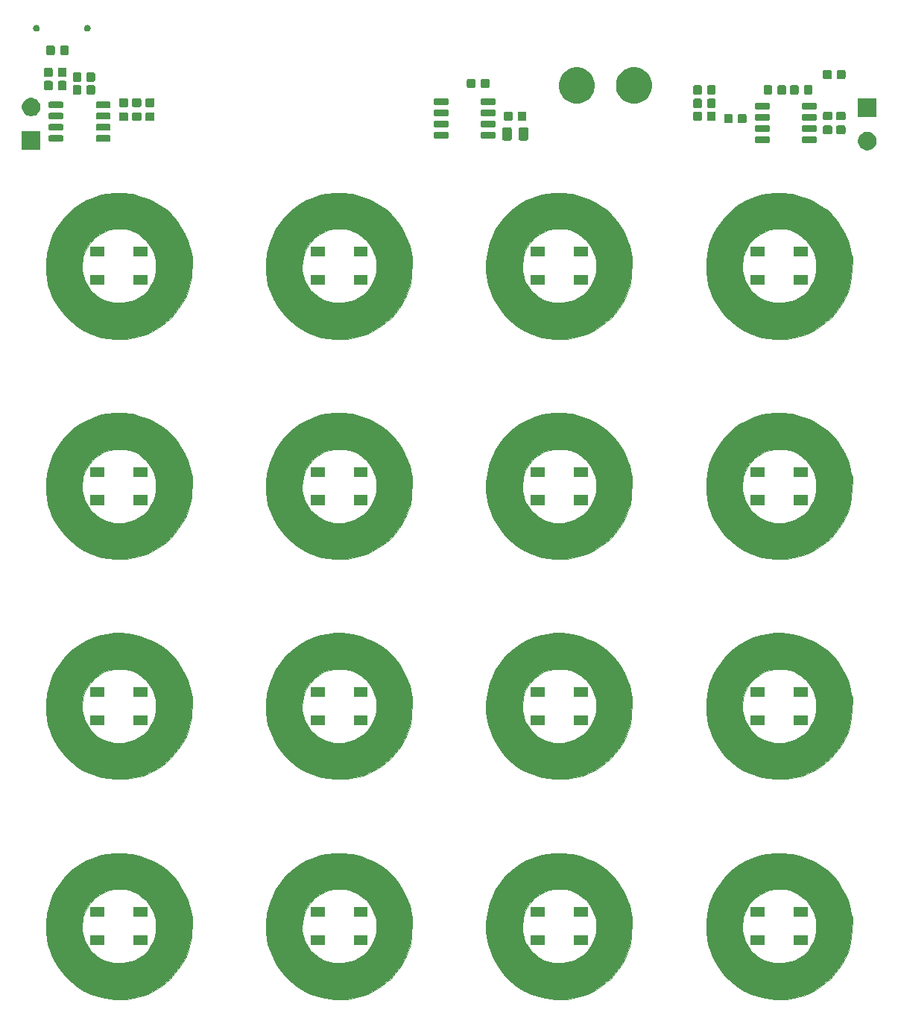
<source format=gbr>
G04 #@! TF.GenerationSoftware,KiCad,Pcbnew,(5.1.4-0-10_14)*
G04 #@! TF.CreationDate,2019-12-13T16:10:25+01:00*
G04 #@! TF.ProjectId,cz-badge-hardware,637a2d62-6164-4676-952d-686172647761,rev?*
G04 #@! TF.SameCoordinates,PX17d7840PY7735940*
G04 #@! TF.FileFunction,Soldermask,Top*
G04 #@! TF.FilePolarity,Negative*
%FSLAX46Y46*%
G04 Gerber Fmt 4.6, Leading zero omitted, Abs format (unit mm)*
G04 Created by KiCad (PCBNEW (5.1.4-0-10_14)) date 2019-12-13 16:10:25*
%MOMM*%
%LPD*%
G04 APERTURE LIST*
%ADD10C,0.100000*%
G04 APERTURE END LIST*
D10*
G36*
X87000000Y16700000D02*
G01*
X87000000Y20800000D01*
X87800000Y20800000D01*
X89000000Y20700000D01*
X90000000Y20400000D01*
X90800000Y20100000D01*
X91500000Y19800000D01*
X92300000Y19300000D01*
X93000000Y18800000D01*
X93600000Y18200000D01*
X94100000Y17600000D01*
X94500000Y17000000D01*
X94900000Y16300000D01*
X95300000Y15400000D01*
X95500000Y14800000D01*
X95700000Y13900000D01*
X95800000Y13500000D01*
X91600000Y13500000D01*
X91400000Y14100000D01*
X91100000Y14700000D01*
X90600000Y15400000D01*
X90000000Y15900000D01*
X89600000Y16200000D01*
X89200000Y16400000D01*
X88700000Y16600000D01*
X88200000Y16700000D01*
X87000000Y16700000D01*
G37*
X87000000Y16700000D02*
X87000000Y20800000D01*
X87800000Y20800000D01*
X89000000Y20700000D01*
X90000000Y20400000D01*
X90800000Y20100000D01*
X91500000Y19800000D01*
X92300000Y19300000D01*
X93000000Y18800000D01*
X93600000Y18200000D01*
X94100000Y17600000D01*
X94500000Y17000000D01*
X94900000Y16300000D01*
X95300000Y15400000D01*
X95500000Y14800000D01*
X95700000Y13900000D01*
X95800000Y13500000D01*
X91600000Y13500000D01*
X91400000Y14100000D01*
X91100000Y14700000D01*
X90600000Y15400000D01*
X90000000Y15900000D01*
X89600000Y16200000D01*
X89200000Y16400000D01*
X88700000Y16600000D01*
X88200000Y16700000D01*
X87000000Y16700000D01*
G36*
X79200000Y12500000D02*
G01*
X79200000Y12900000D01*
X79300000Y13900000D01*
X79600000Y15100000D01*
X80000000Y16100000D01*
X80300000Y16700000D01*
X80800000Y17400000D01*
X81400000Y18200000D01*
X82300000Y19000000D01*
X83000000Y19500000D01*
X83700000Y19900000D01*
X84600000Y20300000D01*
X85500000Y20600000D01*
X86100000Y20700000D01*
X87000000Y20800000D01*
X87000000Y16700000D01*
X86400000Y16600000D01*
X85800000Y16400000D01*
X85300000Y16100000D01*
X84700000Y15700000D01*
X84100000Y15000000D01*
X83600000Y14200000D01*
X83400000Y13500000D01*
X83300000Y12500000D01*
X79200000Y12500000D01*
G37*
X79200000Y12500000D02*
X79200000Y12900000D01*
X79300000Y13900000D01*
X79600000Y15100000D01*
X80000000Y16100000D01*
X80300000Y16700000D01*
X80800000Y17400000D01*
X81400000Y18200000D01*
X82300000Y19000000D01*
X83000000Y19500000D01*
X83700000Y19900000D01*
X84600000Y20300000D01*
X85500000Y20600000D01*
X86100000Y20700000D01*
X87000000Y20800000D01*
X87000000Y16700000D01*
X86400000Y16600000D01*
X85800000Y16400000D01*
X85300000Y16100000D01*
X84700000Y15700000D01*
X84100000Y15000000D01*
X83600000Y14200000D01*
X83400000Y13500000D01*
X83300000Y12500000D01*
X79200000Y12500000D01*
G36*
X90200000Y4600000D02*
G01*
X90700000Y4800000D01*
X91500000Y5200000D01*
X92300000Y5700000D01*
X92900000Y6200000D01*
X93300000Y6500000D01*
X93800000Y7100000D01*
X94500000Y8000000D01*
X94800000Y8500000D01*
X95100000Y9100000D01*
X95300000Y9600000D01*
X95500000Y10200000D01*
X95600000Y10600000D01*
X95700000Y11200000D01*
X95800000Y13100000D01*
X95800000Y13500000D01*
X91600000Y13500000D01*
X91700000Y13200000D01*
X91700000Y12800000D01*
X91700000Y11900000D01*
X91600000Y11400000D01*
X91400000Y10800000D01*
X91100000Y10300000D01*
X90800000Y9800000D01*
X90200000Y9200000D01*
X90200000Y4600000D01*
G37*
X90200000Y4600000D02*
X90700000Y4800000D01*
X91500000Y5200000D01*
X92300000Y5700000D01*
X92900000Y6200000D01*
X93300000Y6500000D01*
X93800000Y7100000D01*
X94500000Y8000000D01*
X94800000Y8500000D01*
X95100000Y9100000D01*
X95300000Y9600000D01*
X95500000Y10200000D01*
X95600000Y10600000D01*
X95700000Y11200000D01*
X95800000Y13100000D01*
X95800000Y13500000D01*
X91600000Y13500000D01*
X91700000Y13200000D01*
X91700000Y12800000D01*
X91700000Y11900000D01*
X91600000Y11400000D01*
X91400000Y10800000D01*
X91100000Y10300000D01*
X90800000Y9800000D01*
X90200000Y9200000D01*
X90200000Y4600000D01*
G36*
X79200000Y12500000D02*
G01*
X83300000Y12500000D01*
X83300000Y12000000D01*
X83600000Y10800000D01*
X84300000Y9700000D01*
X85100000Y9000000D01*
X85800000Y8600000D01*
X86900000Y8300000D01*
X88000000Y8300000D01*
X89200000Y8600000D01*
X90200000Y9200000D01*
X90200000Y4600000D01*
X88400000Y4200000D01*
X87000000Y4200000D01*
X85500000Y4400000D01*
X84300000Y4800000D01*
X83400000Y5200000D01*
X82500000Y5800000D01*
X81300000Y6900000D01*
X80500000Y8000000D01*
X80000000Y8800000D01*
X79400000Y10400000D01*
X79200000Y11800000D01*
X79200000Y12500000D01*
G37*
X79200000Y12500000D02*
X83300000Y12500000D01*
X83300000Y12000000D01*
X83600000Y10800000D01*
X84300000Y9700000D01*
X85100000Y9000000D01*
X85800000Y8600000D01*
X86900000Y8300000D01*
X88000000Y8300000D01*
X89200000Y8600000D01*
X90200000Y9200000D01*
X90200000Y4600000D01*
X88400000Y4200000D01*
X87000000Y4200000D01*
X85500000Y4400000D01*
X84300000Y4800000D01*
X83400000Y5200000D01*
X82500000Y5800000D01*
X81300000Y6900000D01*
X80500000Y8000000D01*
X80000000Y8800000D01*
X79400000Y10400000D01*
X79200000Y11800000D01*
X79200000Y12500000D01*
G36*
X62000000Y16700000D02*
G01*
X62000000Y20800000D01*
X62800000Y20800000D01*
X64000000Y20700000D01*
X65000000Y20400000D01*
X65800000Y20100000D01*
X66500000Y19800000D01*
X67300000Y19300000D01*
X68000000Y18800000D01*
X68600000Y18200000D01*
X69100000Y17600000D01*
X69500000Y17000000D01*
X69900000Y16300000D01*
X70300000Y15400000D01*
X70500000Y14800000D01*
X70700000Y13900000D01*
X70800000Y13500000D01*
X66600000Y13500000D01*
X66400000Y14100000D01*
X66100000Y14700000D01*
X65600000Y15400000D01*
X65000000Y15900000D01*
X64600000Y16200000D01*
X64200000Y16400000D01*
X63700000Y16600000D01*
X63200000Y16700000D01*
X62000000Y16700000D01*
G37*
X62000000Y16700000D02*
X62000000Y20800000D01*
X62800000Y20800000D01*
X64000000Y20700000D01*
X65000000Y20400000D01*
X65800000Y20100000D01*
X66500000Y19800000D01*
X67300000Y19300000D01*
X68000000Y18800000D01*
X68600000Y18200000D01*
X69100000Y17600000D01*
X69500000Y17000000D01*
X69900000Y16300000D01*
X70300000Y15400000D01*
X70500000Y14800000D01*
X70700000Y13900000D01*
X70800000Y13500000D01*
X66600000Y13500000D01*
X66400000Y14100000D01*
X66100000Y14700000D01*
X65600000Y15400000D01*
X65000000Y15900000D01*
X64600000Y16200000D01*
X64200000Y16400000D01*
X63700000Y16600000D01*
X63200000Y16700000D01*
X62000000Y16700000D01*
G36*
X54200000Y12500000D02*
G01*
X54200000Y12900000D01*
X54300000Y13900000D01*
X54600000Y15100000D01*
X55000000Y16100000D01*
X55300000Y16700000D01*
X55800000Y17400000D01*
X56400000Y18200000D01*
X57300000Y19000000D01*
X58000000Y19500000D01*
X58700000Y19900000D01*
X59600000Y20300000D01*
X60500000Y20600000D01*
X61100000Y20700000D01*
X62000000Y20800000D01*
X62000000Y16700000D01*
X61400000Y16600000D01*
X60800000Y16400000D01*
X60300000Y16100000D01*
X59700000Y15700000D01*
X59100000Y15000000D01*
X58600000Y14200000D01*
X58400000Y13500000D01*
X58300000Y12500000D01*
X54200000Y12500000D01*
G37*
X54200000Y12500000D02*
X54200000Y12900000D01*
X54300000Y13900000D01*
X54600000Y15100000D01*
X55000000Y16100000D01*
X55300000Y16700000D01*
X55800000Y17400000D01*
X56400000Y18200000D01*
X57300000Y19000000D01*
X58000000Y19500000D01*
X58700000Y19900000D01*
X59600000Y20300000D01*
X60500000Y20600000D01*
X61100000Y20700000D01*
X62000000Y20800000D01*
X62000000Y16700000D01*
X61400000Y16600000D01*
X60800000Y16400000D01*
X60300000Y16100000D01*
X59700000Y15700000D01*
X59100000Y15000000D01*
X58600000Y14200000D01*
X58400000Y13500000D01*
X58300000Y12500000D01*
X54200000Y12500000D01*
G36*
X65200000Y4600000D02*
G01*
X65700000Y4800000D01*
X66500000Y5200000D01*
X67300000Y5700000D01*
X67900000Y6200000D01*
X68300000Y6500000D01*
X68800000Y7100000D01*
X69500000Y8000000D01*
X69800000Y8500000D01*
X70100000Y9100000D01*
X70300000Y9600000D01*
X70500000Y10200000D01*
X70600000Y10600000D01*
X70700000Y11200000D01*
X70800000Y13100000D01*
X70800000Y13500000D01*
X66600000Y13500000D01*
X66700000Y13200000D01*
X66700000Y12800000D01*
X66700000Y11900000D01*
X66600000Y11400000D01*
X66400000Y10800000D01*
X66100000Y10300000D01*
X65800000Y9800000D01*
X65200000Y9200000D01*
X65200000Y4600000D01*
G37*
X65200000Y4600000D02*
X65700000Y4800000D01*
X66500000Y5200000D01*
X67300000Y5700000D01*
X67900000Y6200000D01*
X68300000Y6500000D01*
X68800000Y7100000D01*
X69500000Y8000000D01*
X69800000Y8500000D01*
X70100000Y9100000D01*
X70300000Y9600000D01*
X70500000Y10200000D01*
X70600000Y10600000D01*
X70700000Y11200000D01*
X70800000Y13100000D01*
X70800000Y13500000D01*
X66600000Y13500000D01*
X66700000Y13200000D01*
X66700000Y12800000D01*
X66700000Y11900000D01*
X66600000Y11400000D01*
X66400000Y10800000D01*
X66100000Y10300000D01*
X65800000Y9800000D01*
X65200000Y9200000D01*
X65200000Y4600000D01*
G36*
X54200000Y12500000D02*
G01*
X58300000Y12500000D01*
X58300000Y12000000D01*
X58600000Y10800000D01*
X59300000Y9700000D01*
X60100000Y9000000D01*
X60800000Y8600000D01*
X61900000Y8300000D01*
X63000000Y8300000D01*
X64200000Y8600000D01*
X65200000Y9200000D01*
X65200000Y4600000D01*
X63400000Y4200000D01*
X62000000Y4200000D01*
X60500000Y4400000D01*
X59300000Y4800000D01*
X58400000Y5200000D01*
X57500000Y5800000D01*
X56300000Y6900000D01*
X55500000Y8000000D01*
X55000000Y8800000D01*
X54400000Y10400000D01*
X54200000Y11800000D01*
X54200000Y12500000D01*
G37*
X54200000Y12500000D02*
X58300000Y12500000D01*
X58300000Y12000000D01*
X58600000Y10800000D01*
X59300000Y9700000D01*
X60100000Y9000000D01*
X60800000Y8600000D01*
X61900000Y8300000D01*
X63000000Y8300000D01*
X64200000Y8600000D01*
X65200000Y9200000D01*
X65200000Y4600000D01*
X63400000Y4200000D01*
X62000000Y4200000D01*
X60500000Y4400000D01*
X59300000Y4800000D01*
X58400000Y5200000D01*
X57500000Y5800000D01*
X56300000Y6900000D01*
X55500000Y8000000D01*
X55000000Y8800000D01*
X54400000Y10400000D01*
X54200000Y11800000D01*
X54200000Y12500000D01*
G36*
X37000000Y16700000D02*
G01*
X37000000Y20800000D01*
X37800000Y20800000D01*
X39000000Y20700000D01*
X40000000Y20400000D01*
X40800000Y20100000D01*
X41500000Y19800000D01*
X42300000Y19300000D01*
X43000000Y18800000D01*
X43600000Y18200000D01*
X44100000Y17600000D01*
X44500000Y17000000D01*
X44900000Y16300000D01*
X45300000Y15400000D01*
X45500000Y14800000D01*
X45700000Y13900000D01*
X45800000Y13500000D01*
X41600000Y13500000D01*
X41400000Y14100000D01*
X41100000Y14700000D01*
X40600000Y15400000D01*
X40000000Y15900000D01*
X39600000Y16200000D01*
X39200000Y16400000D01*
X38700000Y16600000D01*
X38200000Y16700000D01*
X37000000Y16700000D01*
G37*
X37000000Y16700000D02*
X37000000Y20800000D01*
X37800000Y20800000D01*
X39000000Y20700000D01*
X40000000Y20400000D01*
X40800000Y20100000D01*
X41500000Y19800000D01*
X42300000Y19300000D01*
X43000000Y18800000D01*
X43600000Y18200000D01*
X44100000Y17600000D01*
X44500000Y17000000D01*
X44900000Y16300000D01*
X45300000Y15400000D01*
X45500000Y14800000D01*
X45700000Y13900000D01*
X45800000Y13500000D01*
X41600000Y13500000D01*
X41400000Y14100000D01*
X41100000Y14700000D01*
X40600000Y15400000D01*
X40000000Y15900000D01*
X39600000Y16200000D01*
X39200000Y16400000D01*
X38700000Y16600000D01*
X38200000Y16700000D01*
X37000000Y16700000D01*
G36*
X29200000Y12500000D02*
G01*
X29200000Y12900000D01*
X29300000Y13900000D01*
X29600000Y15100000D01*
X30000000Y16100000D01*
X30300000Y16700000D01*
X30800000Y17400000D01*
X31400000Y18200000D01*
X32300000Y19000000D01*
X33000000Y19500000D01*
X33700000Y19900000D01*
X34600000Y20300000D01*
X35500000Y20600000D01*
X36100000Y20700000D01*
X37000000Y20800000D01*
X37000000Y16700000D01*
X36400000Y16600000D01*
X35800000Y16400000D01*
X35300000Y16100000D01*
X34700000Y15700000D01*
X34100000Y15000000D01*
X33600000Y14200000D01*
X33400000Y13500000D01*
X33300000Y12500000D01*
X29200000Y12500000D01*
G37*
X29200000Y12500000D02*
X29200000Y12900000D01*
X29300000Y13900000D01*
X29600000Y15100000D01*
X30000000Y16100000D01*
X30300000Y16700000D01*
X30800000Y17400000D01*
X31400000Y18200000D01*
X32300000Y19000000D01*
X33000000Y19500000D01*
X33700000Y19900000D01*
X34600000Y20300000D01*
X35500000Y20600000D01*
X36100000Y20700000D01*
X37000000Y20800000D01*
X37000000Y16700000D01*
X36400000Y16600000D01*
X35800000Y16400000D01*
X35300000Y16100000D01*
X34700000Y15700000D01*
X34100000Y15000000D01*
X33600000Y14200000D01*
X33400000Y13500000D01*
X33300000Y12500000D01*
X29200000Y12500000D01*
G36*
X40200000Y4600000D02*
G01*
X40700000Y4800000D01*
X41500000Y5200000D01*
X42300000Y5700000D01*
X42900000Y6200000D01*
X43300000Y6500000D01*
X43800000Y7100000D01*
X44500000Y8000000D01*
X44800000Y8500000D01*
X45100000Y9100000D01*
X45300000Y9600000D01*
X45500000Y10200000D01*
X45600000Y10600000D01*
X45700000Y11200000D01*
X45800000Y13100000D01*
X45800000Y13500000D01*
X41600000Y13500000D01*
X41700000Y13200000D01*
X41700000Y12800000D01*
X41700000Y11900000D01*
X41600000Y11400000D01*
X41400000Y10800000D01*
X41100000Y10300000D01*
X40800000Y9800000D01*
X40200000Y9200000D01*
X40200000Y4600000D01*
G37*
X40200000Y4600000D02*
X40700000Y4800000D01*
X41500000Y5200000D01*
X42300000Y5700000D01*
X42900000Y6200000D01*
X43300000Y6500000D01*
X43800000Y7100000D01*
X44500000Y8000000D01*
X44800000Y8500000D01*
X45100000Y9100000D01*
X45300000Y9600000D01*
X45500000Y10200000D01*
X45600000Y10600000D01*
X45700000Y11200000D01*
X45800000Y13100000D01*
X45800000Y13500000D01*
X41600000Y13500000D01*
X41700000Y13200000D01*
X41700000Y12800000D01*
X41700000Y11900000D01*
X41600000Y11400000D01*
X41400000Y10800000D01*
X41100000Y10300000D01*
X40800000Y9800000D01*
X40200000Y9200000D01*
X40200000Y4600000D01*
G36*
X29200000Y12500000D02*
G01*
X33300000Y12500000D01*
X33300000Y12000000D01*
X33600000Y10800000D01*
X34300000Y9700000D01*
X35100000Y9000000D01*
X35800000Y8600000D01*
X36900000Y8300000D01*
X38000000Y8300000D01*
X39200000Y8600000D01*
X40200000Y9200000D01*
X40200000Y4600000D01*
X38400000Y4200000D01*
X37000000Y4200000D01*
X35500000Y4400000D01*
X34300000Y4800000D01*
X33400000Y5200000D01*
X32500000Y5800000D01*
X31300000Y6900000D01*
X30500000Y8000000D01*
X30000000Y8800000D01*
X29400000Y10400000D01*
X29200000Y11800000D01*
X29200000Y12500000D01*
G37*
X29200000Y12500000D02*
X33300000Y12500000D01*
X33300000Y12000000D01*
X33600000Y10800000D01*
X34300000Y9700000D01*
X35100000Y9000000D01*
X35800000Y8600000D01*
X36900000Y8300000D01*
X38000000Y8300000D01*
X39200000Y8600000D01*
X40200000Y9200000D01*
X40200000Y4600000D01*
X38400000Y4200000D01*
X37000000Y4200000D01*
X35500000Y4400000D01*
X34300000Y4800000D01*
X33400000Y5200000D01*
X32500000Y5800000D01*
X31300000Y6900000D01*
X30500000Y8000000D01*
X30000000Y8800000D01*
X29400000Y10400000D01*
X29200000Y11800000D01*
X29200000Y12500000D01*
G36*
X12000000Y16700000D02*
G01*
X12000000Y20800000D01*
X12800000Y20800000D01*
X14000000Y20700000D01*
X15000000Y20400000D01*
X15800000Y20100000D01*
X16500000Y19800000D01*
X17300000Y19300000D01*
X18000000Y18800000D01*
X18600000Y18200000D01*
X19100000Y17600000D01*
X19500000Y17000000D01*
X19900000Y16300000D01*
X20300000Y15400000D01*
X20500000Y14800000D01*
X20700000Y13900000D01*
X20800000Y13500000D01*
X16600000Y13500000D01*
X16400000Y14100000D01*
X16100000Y14700000D01*
X15600000Y15400000D01*
X15000000Y15900000D01*
X14600000Y16200000D01*
X14200000Y16400000D01*
X13700000Y16600000D01*
X13200000Y16700000D01*
X12000000Y16700000D01*
G37*
X12000000Y16700000D02*
X12000000Y20800000D01*
X12800000Y20800000D01*
X14000000Y20700000D01*
X15000000Y20400000D01*
X15800000Y20100000D01*
X16500000Y19800000D01*
X17300000Y19300000D01*
X18000000Y18800000D01*
X18600000Y18200000D01*
X19100000Y17600000D01*
X19500000Y17000000D01*
X19900000Y16300000D01*
X20300000Y15400000D01*
X20500000Y14800000D01*
X20700000Y13900000D01*
X20800000Y13500000D01*
X16600000Y13500000D01*
X16400000Y14100000D01*
X16100000Y14700000D01*
X15600000Y15400000D01*
X15000000Y15900000D01*
X14600000Y16200000D01*
X14200000Y16400000D01*
X13700000Y16600000D01*
X13200000Y16700000D01*
X12000000Y16700000D01*
G36*
X4200000Y12500000D02*
G01*
X4200000Y12900000D01*
X4300000Y13900000D01*
X4600000Y15100000D01*
X5000000Y16100000D01*
X5300000Y16700000D01*
X5800000Y17400000D01*
X6400000Y18200000D01*
X7300000Y19000000D01*
X8000000Y19500000D01*
X8700000Y19900000D01*
X9600000Y20300000D01*
X10500000Y20600000D01*
X11100000Y20700000D01*
X12000000Y20800000D01*
X12000000Y16700000D01*
X11400000Y16600000D01*
X10800000Y16400000D01*
X10300000Y16100000D01*
X9700000Y15700000D01*
X9100000Y15000000D01*
X8600000Y14200000D01*
X8400000Y13500000D01*
X8300000Y12500000D01*
X4200000Y12500000D01*
G37*
X4200000Y12500000D02*
X4200000Y12900000D01*
X4300000Y13900000D01*
X4600000Y15100000D01*
X5000000Y16100000D01*
X5300000Y16700000D01*
X5800000Y17400000D01*
X6400000Y18200000D01*
X7300000Y19000000D01*
X8000000Y19500000D01*
X8700000Y19900000D01*
X9600000Y20300000D01*
X10500000Y20600000D01*
X11100000Y20700000D01*
X12000000Y20800000D01*
X12000000Y16700000D01*
X11400000Y16600000D01*
X10800000Y16400000D01*
X10300000Y16100000D01*
X9700000Y15700000D01*
X9100000Y15000000D01*
X8600000Y14200000D01*
X8400000Y13500000D01*
X8300000Y12500000D01*
X4200000Y12500000D01*
G36*
X15200000Y4600000D02*
G01*
X15700000Y4800000D01*
X16500000Y5200000D01*
X17300000Y5700000D01*
X17900000Y6200000D01*
X18300000Y6500000D01*
X18800000Y7100000D01*
X19500000Y8000000D01*
X19800000Y8500000D01*
X20100000Y9100000D01*
X20300000Y9600000D01*
X20500000Y10200000D01*
X20600000Y10600000D01*
X20700000Y11200000D01*
X20800000Y13100000D01*
X20800000Y13500000D01*
X16600000Y13500000D01*
X16700000Y13200000D01*
X16700000Y12800000D01*
X16700000Y11900000D01*
X16600000Y11400000D01*
X16400000Y10800000D01*
X16100000Y10300000D01*
X15800000Y9800000D01*
X15200000Y9200000D01*
X15200000Y4600000D01*
G37*
X15200000Y4600000D02*
X15700000Y4800000D01*
X16500000Y5200000D01*
X17300000Y5700000D01*
X17900000Y6200000D01*
X18300000Y6500000D01*
X18800000Y7100000D01*
X19500000Y8000000D01*
X19800000Y8500000D01*
X20100000Y9100000D01*
X20300000Y9600000D01*
X20500000Y10200000D01*
X20600000Y10600000D01*
X20700000Y11200000D01*
X20800000Y13100000D01*
X20800000Y13500000D01*
X16600000Y13500000D01*
X16700000Y13200000D01*
X16700000Y12800000D01*
X16700000Y11900000D01*
X16600000Y11400000D01*
X16400000Y10800000D01*
X16100000Y10300000D01*
X15800000Y9800000D01*
X15200000Y9200000D01*
X15200000Y4600000D01*
G36*
X4200000Y12500000D02*
G01*
X8300000Y12500000D01*
X8300000Y12000000D01*
X8600000Y10800000D01*
X9300000Y9700000D01*
X10100000Y9000000D01*
X10800000Y8600000D01*
X11900000Y8300000D01*
X13000000Y8300000D01*
X14200000Y8600000D01*
X15200000Y9200000D01*
X15200000Y4600000D01*
X13400000Y4200000D01*
X12000000Y4200000D01*
X10500000Y4400000D01*
X9300000Y4800000D01*
X8400000Y5200000D01*
X7500000Y5800000D01*
X6300000Y6900000D01*
X5500000Y8000000D01*
X5000000Y8800000D01*
X4400000Y10400000D01*
X4200000Y11800000D01*
X4200000Y12500000D01*
G37*
X4200000Y12500000D02*
X8300000Y12500000D01*
X8300000Y12000000D01*
X8600000Y10800000D01*
X9300000Y9700000D01*
X10100000Y9000000D01*
X10800000Y8600000D01*
X11900000Y8300000D01*
X13000000Y8300000D01*
X14200000Y8600000D01*
X15200000Y9200000D01*
X15200000Y4600000D01*
X13400000Y4200000D01*
X12000000Y4200000D01*
X10500000Y4400000D01*
X9300000Y4800000D01*
X8400000Y5200000D01*
X7500000Y5800000D01*
X6300000Y6900000D01*
X5500000Y8000000D01*
X5000000Y8800000D01*
X4400000Y10400000D01*
X4200000Y11800000D01*
X4200000Y12500000D01*
G36*
X87000000Y41700000D02*
G01*
X87000000Y45800000D01*
X87800000Y45800000D01*
X89000000Y45700000D01*
X90000000Y45400000D01*
X90800000Y45100000D01*
X91500000Y44800000D01*
X92300000Y44300000D01*
X93000000Y43800000D01*
X93600000Y43200000D01*
X94100000Y42600000D01*
X94500000Y42000000D01*
X94900000Y41300000D01*
X95300000Y40400000D01*
X95500000Y39800000D01*
X95700000Y38900000D01*
X95800000Y38500000D01*
X91600000Y38500000D01*
X91400000Y39100000D01*
X91100000Y39700000D01*
X90600000Y40400000D01*
X90000000Y40900000D01*
X89600000Y41200000D01*
X89200000Y41400000D01*
X88700000Y41600000D01*
X88200000Y41700000D01*
X87000000Y41700000D01*
G37*
X87000000Y41700000D02*
X87000000Y45800000D01*
X87800000Y45800000D01*
X89000000Y45700000D01*
X90000000Y45400000D01*
X90800000Y45100000D01*
X91500000Y44800000D01*
X92300000Y44300000D01*
X93000000Y43800000D01*
X93600000Y43200000D01*
X94100000Y42600000D01*
X94500000Y42000000D01*
X94900000Y41300000D01*
X95300000Y40400000D01*
X95500000Y39800000D01*
X95700000Y38900000D01*
X95800000Y38500000D01*
X91600000Y38500000D01*
X91400000Y39100000D01*
X91100000Y39700000D01*
X90600000Y40400000D01*
X90000000Y40900000D01*
X89600000Y41200000D01*
X89200000Y41400000D01*
X88700000Y41600000D01*
X88200000Y41700000D01*
X87000000Y41700000D01*
G36*
X79200000Y37500000D02*
G01*
X79200000Y37900000D01*
X79300000Y38900000D01*
X79600000Y40100000D01*
X80000000Y41100000D01*
X80300000Y41700000D01*
X80800000Y42400000D01*
X81400000Y43200000D01*
X82300000Y44000000D01*
X83000000Y44500000D01*
X83700000Y44900000D01*
X84600000Y45300000D01*
X85500000Y45600000D01*
X86100000Y45700000D01*
X87000000Y45800000D01*
X87000000Y41700000D01*
X86400000Y41600000D01*
X85800000Y41400000D01*
X85300000Y41100000D01*
X84700000Y40700000D01*
X84100000Y40000000D01*
X83600000Y39200000D01*
X83400000Y38500000D01*
X83300000Y37500000D01*
X79200000Y37500000D01*
G37*
X79200000Y37500000D02*
X79200000Y37900000D01*
X79300000Y38900000D01*
X79600000Y40100000D01*
X80000000Y41100000D01*
X80300000Y41700000D01*
X80800000Y42400000D01*
X81400000Y43200000D01*
X82300000Y44000000D01*
X83000000Y44500000D01*
X83700000Y44900000D01*
X84600000Y45300000D01*
X85500000Y45600000D01*
X86100000Y45700000D01*
X87000000Y45800000D01*
X87000000Y41700000D01*
X86400000Y41600000D01*
X85800000Y41400000D01*
X85300000Y41100000D01*
X84700000Y40700000D01*
X84100000Y40000000D01*
X83600000Y39200000D01*
X83400000Y38500000D01*
X83300000Y37500000D01*
X79200000Y37500000D01*
G36*
X90200000Y29600000D02*
G01*
X90700000Y29800000D01*
X91500000Y30200000D01*
X92300000Y30700000D01*
X92900000Y31200000D01*
X93300000Y31500000D01*
X93800000Y32100000D01*
X94500000Y33000000D01*
X94800000Y33500000D01*
X95100000Y34100000D01*
X95300000Y34600000D01*
X95500000Y35200000D01*
X95600000Y35600000D01*
X95700000Y36200000D01*
X95800000Y38100000D01*
X95800000Y38500000D01*
X91600000Y38500000D01*
X91700000Y38200000D01*
X91700000Y37800000D01*
X91700000Y36900000D01*
X91600000Y36400000D01*
X91400000Y35800000D01*
X91100000Y35300000D01*
X90800000Y34800000D01*
X90200000Y34200000D01*
X90200000Y29600000D01*
G37*
X90200000Y29600000D02*
X90700000Y29800000D01*
X91500000Y30200000D01*
X92300000Y30700000D01*
X92900000Y31200000D01*
X93300000Y31500000D01*
X93800000Y32100000D01*
X94500000Y33000000D01*
X94800000Y33500000D01*
X95100000Y34100000D01*
X95300000Y34600000D01*
X95500000Y35200000D01*
X95600000Y35600000D01*
X95700000Y36200000D01*
X95800000Y38100000D01*
X95800000Y38500000D01*
X91600000Y38500000D01*
X91700000Y38200000D01*
X91700000Y37800000D01*
X91700000Y36900000D01*
X91600000Y36400000D01*
X91400000Y35800000D01*
X91100000Y35300000D01*
X90800000Y34800000D01*
X90200000Y34200000D01*
X90200000Y29600000D01*
G36*
X79200000Y37500000D02*
G01*
X83300000Y37500000D01*
X83300000Y37000000D01*
X83600000Y35800000D01*
X84300000Y34700000D01*
X85100000Y34000000D01*
X85800000Y33600000D01*
X86900000Y33300000D01*
X88000000Y33300000D01*
X89200000Y33600000D01*
X90200000Y34200000D01*
X90200000Y29600000D01*
X88400000Y29200000D01*
X87000000Y29200000D01*
X85500000Y29400000D01*
X84300000Y29800000D01*
X83400000Y30200000D01*
X82500000Y30800000D01*
X81300000Y31900000D01*
X80500000Y33000000D01*
X80000000Y33800000D01*
X79400000Y35400000D01*
X79200000Y36800000D01*
X79200000Y37500000D01*
G37*
X79200000Y37500000D02*
X83300000Y37500000D01*
X83300000Y37000000D01*
X83600000Y35800000D01*
X84300000Y34700000D01*
X85100000Y34000000D01*
X85800000Y33600000D01*
X86900000Y33300000D01*
X88000000Y33300000D01*
X89200000Y33600000D01*
X90200000Y34200000D01*
X90200000Y29600000D01*
X88400000Y29200000D01*
X87000000Y29200000D01*
X85500000Y29400000D01*
X84300000Y29800000D01*
X83400000Y30200000D01*
X82500000Y30800000D01*
X81300000Y31900000D01*
X80500000Y33000000D01*
X80000000Y33800000D01*
X79400000Y35400000D01*
X79200000Y36800000D01*
X79200000Y37500000D01*
G36*
X62000000Y41700000D02*
G01*
X62000000Y45800000D01*
X62800000Y45800000D01*
X64000000Y45700000D01*
X65000000Y45400000D01*
X65800000Y45100000D01*
X66500000Y44800000D01*
X67300000Y44300000D01*
X68000000Y43800000D01*
X68600000Y43200000D01*
X69100000Y42600000D01*
X69500000Y42000000D01*
X69900000Y41300000D01*
X70300000Y40400000D01*
X70500000Y39800000D01*
X70700000Y38900000D01*
X70800000Y38500000D01*
X66600000Y38500000D01*
X66400000Y39100000D01*
X66100000Y39700000D01*
X65600000Y40400000D01*
X65000000Y40900000D01*
X64600000Y41200000D01*
X64200000Y41400000D01*
X63700000Y41600000D01*
X63200000Y41700000D01*
X62000000Y41700000D01*
G37*
X62000000Y41700000D02*
X62000000Y45800000D01*
X62800000Y45800000D01*
X64000000Y45700000D01*
X65000000Y45400000D01*
X65800000Y45100000D01*
X66500000Y44800000D01*
X67300000Y44300000D01*
X68000000Y43800000D01*
X68600000Y43200000D01*
X69100000Y42600000D01*
X69500000Y42000000D01*
X69900000Y41300000D01*
X70300000Y40400000D01*
X70500000Y39800000D01*
X70700000Y38900000D01*
X70800000Y38500000D01*
X66600000Y38500000D01*
X66400000Y39100000D01*
X66100000Y39700000D01*
X65600000Y40400000D01*
X65000000Y40900000D01*
X64600000Y41200000D01*
X64200000Y41400000D01*
X63700000Y41600000D01*
X63200000Y41700000D01*
X62000000Y41700000D01*
G36*
X54200000Y37500000D02*
G01*
X54200000Y37900000D01*
X54300000Y38900000D01*
X54600000Y40100000D01*
X55000000Y41100000D01*
X55300000Y41700000D01*
X55800000Y42400000D01*
X56400000Y43200000D01*
X57300000Y44000000D01*
X58000000Y44500000D01*
X58700000Y44900000D01*
X59600000Y45300000D01*
X60500000Y45600000D01*
X61100000Y45700000D01*
X62000000Y45800000D01*
X62000000Y41700000D01*
X61400000Y41600000D01*
X60800000Y41400000D01*
X60300000Y41100000D01*
X59700000Y40700000D01*
X59100000Y40000000D01*
X58600000Y39200000D01*
X58400000Y38500000D01*
X58300000Y37500000D01*
X54200000Y37500000D01*
G37*
X54200000Y37500000D02*
X54200000Y37900000D01*
X54300000Y38900000D01*
X54600000Y40100000D01*
X55000000Y41100000D01*
X55300000Y41700000D01*
X55800000Y42400000D01*
X56400000Y43200000D01*
X57300000Y44000000D01*
X58000000Y44500000D01*
X58700000Y44900000D01*
X59600000Y45300000D01*
X60500000Y45600000D01*
X61100000Y45700000D01*
X62000000Y45800000D01*
X62000000Y41700000D01*
X61400000Y41600000D01*
X60800000Y41400000D01*
X60300000Y41100000D01*
X59700000Y40700000D01*
X59100000Y40000000D01*
X58600000Y39200000D01*
X58400000Y38500000D01*
X58300000Y37500000D01*
X54200000Y37500000D01*
G36*
X65200000Y29600000D02*
G01*
X65700000Y29800000D01*
X66500000Y30200000D01*
X67300000Y30700000D01*
X67900000Y31200000D01*
X68300000Y31500000D01*
X68800000Y32100000D01*
X69500000Y33000000D01*
X69800000Y33500000D01*
X70100000Y34100000D01*
X70300000Y34600000D01*
X70500000Y35200000D01*
X70600000Y35600000D01*
X70700000Y36200000D01*
X70800000Y38100000D01*
X70800000Y38500000D01*
X66600000Y38500000D01*
X66700000Y38200000D01*
X66700000Y37800000D01*
X66700000Y36900000D01*
X66600000Y36400000D01*
X66400000Y35800000D01*
X66100000Y35300000D01*
X65800000Y34800000D01*
X65200000Y34200000D01*
X65200000Y29600000D01*
G37*
X65200000Y29600000D02*
X65700000Y29800000D01*
X66500000Y30200000D01*
X67300000Y30700000D01*
X67900000Y31200000D01*
X68300000Y31500000D01*
X68800000Y32100000D01*
X69500000Y33000000D01*
X69800000Y33500000D01*
X70100000Y34100000D01*
X70300000Y34600000D01*
X70500000Y35200000D01*
X70600000Y35600000D01*
X70700000Y36200000D01*
X70800000Y38100000D01*
X70800000Y38500000D01*
X66600000Y38500000D01*
X66700000Y38200000D01*
X66700000Y37800000D01*
X66700000Y36900000D01*
X66600000Y36400000D01*
X66400000Y35800000D01*
X66100000Y35300000D01*
X65800000Y34800000D01*
X65200000Y34200000D01*
X65200000Y29600000D01*
G36*
X54200000Y37500000D02*
G01*
X58300000Y37500000D01*
X58300000Y37000000D01*
X58600000Y35800000D01*
X59300000Y34700000D01*
X60100000Y34000000D01*
X60800000Y33600000D01*
X61900000Y33300000D01*
X63000000Y33300000D01*
X64200000Y33600000D01*
X65200000Y34200000D01*
X65200000Y29600000D01*
X63400000Y29200000D01*
X62000000Y29200000D01*
X60500000Y29400000D01*
X59300000Y29800000D01*
X58400000Y30200000D01*
X57500000Y30800000D01*
X56300000Y31900000D01*
X55500000Y33000000D01*
X55000000Y33800000D01*
X54400000Y35400000D01*
X54200000Y36800000D01*
X54200000Y37500000D01*
G37*
X54200000Y37500000D02*
X58300000Y37500000D01*
X58300000Y37000000D01*
X58600000Y35800000D01*
X59300000Y34700000D01*
X60100000Y34000000D01*
X60800000Y33600000D01*
X61900000Y33300000D01*
X63000000Y33300000D01*
X64200000Y33600000D01*
X65200000Y34200000D01*
X65200000Y29600000D01*
X63400000Y29200000D01*
X62000000Y29200000D01*
X60500000Y29400000D01*
X59300000Y29800000D01*
X58400000Y30200000D01*
X57500000Y30800000D01*
X56300000Y31900000D01*
X55500000Y33000000D01*
X55000000Y33800000D01*
X54400000Y35400000D01*
X54200000Y36800000D01*
X54200000Y37500000D01*
G36*
X37000000Y41700000D02*
G01*
X37000000Y45800000D01*
X37800000Y45800000D01*
X39000000Y45700000D01*
X40000000Y45400000D01*
X40800000Y45100000D01*
X41500000Y44800000D01*
X42300000Y44300000D01*
X43000000Y43800000D01*
X43600000Y43200000D01*
X44100000Y42600000D01*
X44500000Y42000000D01*
X44900000Y41300000D01*
X45300000Y40400000D01*
X45500000Y39800000D01*
X45700000Y38900000D01*
X45800000Y38500000D01*
X41600000Y38500000D01*
X41400000Y39100000D01*
X41100000Y39700000D01*
X40600000Y40400000D01*
X40000000Y40900000D01*
X39600000Y41200000D01*
X39200000Y41400000D01*
X38700000Y41600000D01*
X38200000Y41700000D01*
X37000000Y41700000D01*
G37*
X37000000Y41700000D02*
X37000000Y45800000D01*
X37800000Y45800000D01*
X39000000Y45700000D01*
X40000000Y45400000D01*
X40800000Y45100000D01*
X41500000Y44800000D01*
X42300000Y44300000D01*
X43000000Y43800000D01*
X43600000Y43200000D01*
X44100000Y42600000D01*
X44500000Y42000000D01*
X44900000Y41300000D01*
X45300000Y40400000D01*
X45500000Y39800000D01*
X45700000Y38900000D01*
X45800000Y38500000D01*
X41600000Y38500000D01*
X41400000Y39100000D01*
X41100000Y39700000D01*
X40600000Y40400000D01*
X40000000Y40900000D01*
X39600000Y41200000D01*
X39200000Y41400000D01*
X38700000Y41600000D01*
X38200000Y41700000D01*
X37000000Y41700000D01*
G36*
X29200000Y37500000D02*
G01*
X29200000Y37900000D01*
X29300000Y38900000D01*
X29600000Y40100000D01*
X30000000Y41100000D01*
X30300000Y41700000D01*
X30800000Y42400000D01*
X31400000Y43200000D01*
X32300000Y44000000D01*
X33000000Y44500000D01*
X33700000Y44900000D01*
X34600000Y45300000D01*
X35500000Y45600000D01*
X36100000Y45700000D01*
X37000000Y45800000D01*
X37000000Y41700000D01*
X36400000Y41600000D01*
X35800000Y41400000D01*
X35300000Y41100000D01*
X34700000Y40700000D01*
X34100000Y40000000D01*
X33600000Y39200000D01*
X33400000Y38500000D01*
X33300000Y37500000D01*
X29200000Y37500000D01*
G37*
X29200000Y37500000D02*
X29200000Y37900000D01*
X29300000Y38900000D01*
X29600000Y40100000D01*
X30000000Y41100000D01*
X30300000Y41700000D01*
X30800000Y42400000D01*
X31400000Y43200000D01*
X32300000Y44000000D01*
X33000000Y44500000D01*
X33700000Y44900000D01*
X34600000Y45300000D01*
X35500000Y45600000D01*
X36100000Y45700000D01*
X37000000Y45800000D01*
X37000000Y41700000D01*
X36400000Y41600000D01*
X35800000Y41400000D01*
X35300000Y41100000D01*
X34700000Y40700000D01*
X34100000Y40000000D01*
X33600000Y39200000D01*
X33400000Y38500000D01*
X33300000Y37500000D01*
X29200000Y37500000D01*
G36*
X40200000Y29600000D02*
G01*
X40700000Y29800000D01*
X41500000Y30200000D01*
X42300000Y30700000D01*
X42900000Y31200000D01*
X43300000Y31500000D01*
X43800000Y32100000D01*
X44500000Y33000000D01*
X44800000Y33500000D01*
X45100000Y34100000D01*
X45300000Y34600000D01*
X45500000Y35200000D01*
X45600000Y35600000D01*
X45700000Y36200000D01*
X45800000Y38100000D01*
X45800000Y38500000D01*
X41600000Y38500000D01*
X41700000Y38200000D01*
X41700000Y37800000D01*
X41700000Y36900000D01*
X41600000Y36400000D01*
X41400000Y35800000D01*
X41100000Y35300000D01*
X40800000Y34800000D01*
X40200000Y34200000D01*
X40200000Y29600000D01*
G37*
X40200000Y29600000D02*
X40700000Y29800000D01*
X41500000Y30200000D01*
X42300000Y30700000D01*
X42900000Y31200000D01*
X43300000Y31500000D01*
X43800000Y32100000D01*
X44500000Y33000000D01*
X44800000Y33500000D01*
X45100000Y34100000D01*
X45300000Y34600000D01*
X45500000Y35200000D01*
X45600000Y35600000D01*
X45700000Y36200000D01*
X45800000Y38100000D01*
X45800000Y38500000D01*
X41600000Y38500000D01*
X41700000Y38200000D01*
X41700000Y37800000D01*
X41700000Y36900000D01*
X41600000Y36400000D01*
X41400000Y35800000D01*
X41100000Y35300000D01*
X40800000Y34800000D01*
X40200000Y34200000D01*
X40200000Y29600000D01*
G36*
X29200000Y37500000D02*
G01*
X33300000Y37500000D01*
X33300000Y37000000D01*
X33600000Y35800000D01*
X34300000Y34700000D01*
X35100000Y34000000D01*
X35800000Y33600000D01*
X36900000Y33300000D01*
X38000000Y33300000D01*
X39200000Y33600000D01*
X40200000Y34200000D01*
X40200000Y29600000D01*
X38400000Y29200000D01*
X37000000Y29200000D01*
X35500000Y29400000D01*
X34300000Y29800000D01*
X33400000Y30200000D01*
X32500000Y30800000D01*
X31300000Y31900000D01*
X30500000Y33000000D01*
X30000000Y33800000D01*
X29400000Y35400000D01*
X29200000Y36800000D01*
X29200000Y37500000D01*
G37*
X29200000Y37500000D02*
X33300000Y37500000D01*
X33300000Y37000000D01*
X33600000Y35800000D01*
X34300000Y34700000D01*
X35100000Y34000000D01*
X35800000Y33600000D01*
X36900000Y33300000D01*
X38000000Y33300000D01*
X39200000Y33600000D01*
X40200000Y34200000D01*
X40200000Y29600000D01*
X38400000Y29200000D01*
X37000000Y29200000D01*
X35500000Y29400000D01*
X34300000Y29800000D01*
X33400000Y30200000D01*
X32500000Y30800000D01*
X31300000Y31900000D01*
X30500000Y33000000D01*
X30000000Y33800000D01*
X29400000Y35400000D01*
X29200000Y36800000D01*
X29200000Y37500000D01*
G36*
X12000000Y41700000D02*
G01*
X12000000Y45800000D01*
X12800000Y45800000D01*
X14000000Y45700000D01*
X15000000Y45400000D01*
X15800000Y45100000D01*
X16500000Y44800000D01*
X17300000Y44300000D01*
X18000000Y43800000D01*
X18600000Y43200000D01*
X19100000Y42600000D01*
X19500000Y42000000D01*
X19900000Y41300000D01*
X20300000Y40400000D01*
X20500000Y39800000D01*
X20700000Y38900000D01*
X20800000Y38500000D01*
X16600000Y38500000D01*
X16400000Y39100000D01*
X16100000Y39700000D01*
X15600000Y40400000D01*
X15000000Y40900000D01*
X14600000Y41200000D01*
X14200000Y41400000D01*
X13700000Y41600000D01*
X13200000Y41700000D01*
X12000000Y41700000D01*
G37*
X12000000Y41700000D02*
X12000000Y45800000D01*
X12800000Y45800000D01*
X14000000Y45700000D01*
X15000000Y45400000D01*
X15800000Y45100000D01*
X16500000Y44800000D01*
X17300000Y44300000D01*
X18000000Y43800000D01*
X18600000Y43200000D01*
X19100000Y42600000D01*
X19500000Y42000000D01*
X19900000Y41300000D01*
X20300000Y40400000D01*
X20500000Y39800000D01*
X20700000Y38900000D01*
X20800000Y38500000D01*
X16600000Y38500000D01*
X16400000Y39100000D01*
X16100000Y39700000D01*
X15600000Y40400000D01*
X15000000Y40900000D01*
X14600000Y41200000D01*
X14200000Y41400000D01*
X13700000Y41600000D01*
X13200000Y41700000D01*
X12000000Y41700000D01*
G36*
X4200000Y37500000D02*
G01*
X4200000Y37900000D01*
X4300000Y38900000D01*
X4600000Y40100000D01*
X5000000Y41100000D01*
X5300000Y41700000D01*
X5800000Y42400000D01*
X6400000Y43200000D01*
X7300000Y44000000D01*
X8000000Y44500000D01*
X8700000Y44900000D01*
X9600000Y45300000D01*
X10500000Y45600000D01*
X11100000Y45700000D01*
X12000000Y45800000D01*
X12000000Y41700000D01*
X11400000Y41600000D01*
X10800000Y41400000D01*
X10300000Y41100000D01*
X9700000Y40700000D01*
X9100000Y40000000D01*
X8600000Y39200000D01*
X8400000Y38500000D01*
X8300000Y37500000D01*
X4200000Y37500000D01*
G37*
X4200000Y37500000D02*
X4200000Y37900000D01*
X4300000Y38900000D01*
X4600000Y40100000D01*
X5000000Y41100000D01*
X5300000Y41700000D01*
X5800000Y42400000D01*
X6400000Y43200000D01*
X7300000Y44000000D01*
X8000000Y44500000D01*
X8700000Y44900000D01*
X9600000Y45300000D01*
X10500000Y45600000D01*
X11100000Y45700000D01*
X12000000Y45800000D01*
X12000000Y41700000D01*
X11400000Y41600000D01*
X10800000Y41400000D01*
X10300000Y41100000D01*
X9700000Y40700000D01*
X9100000Y40000000D01*
X8600000Y39200000D01*
X8400000Y38500000D01*
X8300000Y37500000D01*
X4200000Y37500000D01*
G36*
X15200000Y29600000D02*
G01*
X15700000Y29800000D01*
X16500000Y30200000D01*
X17300000Y30700000D01*
X17900000Y31200000D01*
X18300000Y31500000D01*
X18800000Y32100000D01*
X19500000Y33000000D01*
X19800000Y33500000D01*
X20100000Y34100000D01*
X20300000Y34600000D01*
X20500000Y35200000D01*
X20600000Y35600000D01*
X20700000Y36200000D01*
X20800000Y38100000D01*
X20800000Y38500000D01*
X16600000Y38500000D01*
X16700000Y38200000D01*
X16700000Y37800000D01*
X16700000Y36900000D01*
X16600000Y36400000D01*
X16400000Y35800000D01*
X16100000Y35300000D01*
X15800000Y34800000D01*
X15200000Y34200000D01*
X15200000Y29600000D01*
G37*
X15200000Y29600000D02*
X15700000Y29800000D01*
X16500000Y30200000D01*
X17300000Y30700000D01*
X17900000Y31200000D01*
X18300000Y31500000D01*
X18800000Y32100000D01*
X19500000Y33000000D01*
X19800000Y33500000D01*
X20100000Y34100000D01*
X20300000Y34600000D01*
X20500000Y35200000D01*
X20600000Y35600000D01*
X20700000Y36200000D01*
X20800000Y38100000D01*
X20800000Y38500000D01*
X16600000Y38500000D01*
X16700000Y38200000D01*
X16700000Y37800000D01*
X16700000Y36900000D01*
X16600000Y36400000D01*
X16400000Y35800000D01*
X16100000Y35300000D01*
X15800000Y34800000D01*
X15200000Y34200000D01*
X15200000Y29600000D01*
G36*
X4200000Y37500000D02*
G01*
X8300000Y37500000D01*
X8300000Y37000000D01*
X8600000Y35800000D01*
X9300000Y34700000D01*
X10100000Y34000000D01*
X10800000Y33600000D01*
X11900000Y33300000D01*
X13000000Y33300000D01*
X14200000Y33600000D01*
X15200000Y34200000D01*
X15200000Y29600000D01*
X13400000Y29200000D01*
X12000000Y29200000D01*
X10500000Y29400000D01*
X9300000Y29800000D01*
X8400000Y30200000D01*
X7500000Y30800000D01*
X6300000Y31900000D01*
X5500000Y33000000D01*
X5000000Y33800000D01*
X4400000Y35400000D01*
X4200000Y36800000D01*
X4200000Y37500000D01*
G37*
X4200000Y37500000D02*
X8300000Y37500000D01*
X8300000Y37000000D01*
X8600000Y35800000D01*
X9300000Y34700000D01*
X10100000Y34000000D01*
X10800000Y33600000D01*
X11900000Y33300000D01*
X13000000Y33300000D01*
X14200000Y33600000D01*
X15200000Y34200000D01*
X15200000Y29600000D01*
X13400000Y29200000D01*
X12000000Y29200000D01*
X10500000Y29400000D01*
X9300000Y29800000D01*
X8400000Y30200000D01*
X7500000Y30800000D01*
X6300000Y31900000D01*
X5500000Y33000000D01*
X5000000Y33800000D01*
X4400000Y35400000D01*
X4200000Y36800000D01*
X4200000Y37500000D01*
G36*
X87000000Y66700000D02*
G01*
X87000000Y70800000D01*
X87800000Y70800000D01*
X89000000Y70700000D01*
X90000000Y70400000D01*
X90800000Y70100000D01*
X91500000Y69800000D01*
X92300000Y69300000D01*
X93000000Y68800000D01*
X93600000Y68200000D01*
X94100000Y67600000D01*
X94500000Y67000000D01*
X94900000Y66300000D01*
X95300000Y65400000D01*
X95500000Y64800000D01*
X95700000Y63900000D01*
X95800000Y63500000D01*
X91600000Y63500000D01*
X91400000Y64100000D01*
X91100000Y64700000D01*
X90600000Y65400000D01*
X90000000Y65900000D01*
X89600000Y66200000D01*
X89200000Y66400000D01*
X88700000Y66600000D01*
X88200000Y66700000D01*
X87000000Y66700000D01*
G37*
X87000000Y66700000D02*
X87000000Y70800000D01*
X87800000Y70800000D01*
X89000000Y70700000D01*
X90000000Y70400000D01*
X90800000Y70100000D01*
X91500000Y69800000D01*
X92300000Y69300000D01*
X93000000Y68800000D01*
X93600000Y68200000D01*
X94100000Y67600000D01*
X94500000Y67000000D01*
X94900000Y66300000D01*
X95300000Y65400000D01*
X95500000Y64800000D01*
X95700000Y63900000D01*
X95800000Y63500000D01*
X91600000Y63500000D01*
X91400000Y64100000D01*
X91100000Y64700000D01*
X90600000Y65400000D01*
X90000000Y65900000D01*
X89600000Y66200000D01*
X89200000Y66400000D01*
X88700000Y66600000D01*
X88200000Y66700000D01*
X87000000Y66700000D01*
G36*
X79200000Y62500000D02*
G01*
X79200000Y62900000D01*
X79300000Y63900000D01*
X79600000Y65100000D01*
X80000000Y66100000D01*
X80300000Y66700000D01*
X80800000Y67400000D01*
X81400000Y68200000D01*
X82300000Y69000000D01*
X83000000Y69500000D01*
X83700000Y69900000D01*
X84600000Y70300000D01*
X85500000Y70600000D01*
X86100000Y70700000D01*
X87000000Y70800000D01*
X87000000Y66700000D01*
X86400000Y66600000D01*
X85800000Y66400000D01*
X85300000Y66100000D01*
X84700000Y65700000D01*
X84100000Y65000000D01*
X83600000Y64200000D01*
X83400000Y63500000D01*
X83300000Y62500000D01*
X79200000Y62500000D01*
G37*
X79200000Y62500000D02*
X79200000Y62900000D01*
X79300000Y63900000D01*
X79600000Y65100000D01*
X80000000Y66100000D01*
X80300000Y66700000D01*
X80800000Y67400000D01*
X81400000Y68200000D01*
X82300000Y69000000D01*
X83000000Y69500000D01*
X83700000Y69900000D01*
X84600000Y70300000D01*
X85500000Y70600000D01*
X86100000Y70700000D01*
X87000000Y70800000D01*
X87000000Y66700000D01*
X86400000Y66600000D01*
X85800000Y66400000D01*
X85300000Y66100000D01*
X84700000Y65700000D01*
X84100000Y65000000D01*
X83600000Y64200000D01*
X83400000Y63500000D01*
X83300000Y62500000D01*
X79200000Y62500000D01*
G36*
X90200000Y54600000D02*
G01*
X90700000Y54800000D01*
X91500000Y55200000D01*
X92300000Y55700000D01*
X92900000Y56200000D01*
X93300000Y56500000D01*
X93800000Y57100000D01*
X94500000Y58000000D01*
X94800000Y58500000D01*
X95100000Y59100000D01*
X95300000Y59600000D01*
X95500000Y60200000D01*
X95600000Y60600000D01*
X95700000Y61200000D01*
X95800000Y63100000D01*
X95800000Y63500000D01*
X91600000Y63500000D01*
X91700000Y63200000D01*
X91700000Y62800000D01*
X91700000Y61900000D01*
X91600000Y61400000D01*
X91400000Y60800000D01*
X91100000Y60300000D01*
X90800000Y59800000D01*
X90200000Y59200000D01*
X90200000Y54600000D01*
G37*
X90200000Y54600000D02*
X90700000Y54800000D01*
X91500000Y55200000D01*
X92300000Y55700000D01*
X92900000Y56200000D01*
X93300000Y56500000D01*
X93800000Y57100000D01*
X94500000Y58000000D01*
X94800000Y58500000D01*
X95100000Y59100000D01*
X95300000Y59600000D01*
X95500000Y60200000D01*
X95600000Y60600000D01*
X95700000Y61200000D01*
X95800000Y63100000D01*
X95800000Y63500000D01*
X91600000Y63500000D01*
X91700000Y63200000D01*
X91700000Y62800000D01*
X91700000Y61900000D01*
X91600000Y61400000D01*
X91400000Y60800000D01*
X91100000Y60300000D01*
X90800000Y59800000D01*
X90200000Y59200000D01*
X90200000Y54600000D01*
G36*
X79200000Y62500000D02*
G01*
X83300000Y62500000D01*
X83300000Y62000000D01*
X83600000Y60800000D01*
X84300000Y59700000D01*
X85100000Y59000000D01*
X85800000Y58600000D01*
X86900000Y58300000D01*
X88000000Y58300000D01*
X89200000Y58600000D01*
X90200000Y59200000D01*
X90200000Y54600000D01*
X88400000Y54200000D01*
X87000000Y54200000D01*
X85500000Y54400000D01*
X84300000Y54800000D01*
X83400000Y55200000D01*
X82500000Y55800000D01*
X81300000Y56900000D01*
X80500000Y58000000D01*
X80000000Y58800000D01*
X79400000Y60400000D01*
X79200000Y61800000D01*
X79200000Y62500000D01*
G37*
X79200000Y62500000D02*
X83300000Y62500000D01*
X83300000Y62000000D01*
X83600000Y60800000D01*
X84300000Y59700000D01*
X85100000Y59000000D01*
X85800000Y58600000D01*
X86900000Y58300000D01*
X88000000Y58300000D01*
X89200000Y58600000D01*
X90200000Y59200000D01*
X90200000Y54600000D01*
X88400000Y54200000D01*
X87000000Y54200000D01*
X85500000Y54400000D01*
X84300000Y54800000D01*
X83400000Y55200000D01*
X82500000Y55800000D01*
X81300000Y56900000D01*
X80500000Y58000000D01*
X80000000Y58800000D01*
X79400000Y60400000D01*
X79200000Y61800000D01*
X79200000Y62500000D01*
G36*
X62000000Y66700000D02*
G01*
X62000000Y70800000D01*
X62800000Y70800000D01*
X64000000Y70700000D01*
X65000000Y70400000D01*
X65800000Y70100000D01*
X66500000Y69800000D01*
X67300000Y69300000D01*
X68000000Y68800000D01*
X68600000Y68200000D01*
X69100000Y67600000D01*
X69500000Y67000000D01*
X69900000Y66300000D01*
X70300000Y65400000D01*
X70500000Y64800000D01*
X70700000Y63900000D01*
X70800000Y63500000D01*
X66600000Y63500000D01*
X66400000Y64100000D01*
X66100000Y64700000D01*
X65600000Y65400000D01*
X65000000Y65900000D01*
X64600000Y66200000D01*
X64200000Y66400000D01*
X63700000Y66600000D01*
X63200000Y66700000D01*
X62000000Y66700000D01*
G37*
X62000000Y66700000D02*
X62000000Y70800000D01*
X62800000Y70800000D01*
X64000000Y70700000D01*
X65000000Y70400000D01*
X65800000Y70100000D01*
X66500000Y69800000D01*
X67300000Y69300000D01*
X68000000Y68800000D01*
X68600000Y68200000D01*
X69100000Y67600000D01*
X69500000Y67000000D01*
X69900000Y66300000D01*
X70300000Y65400000D01*
X70500000Y64800000D01*
X70700000Y63900000D01*
X70800000Y63500000D01*
X66600000Y63500000D01*
X66400000Y64100000D01*
X66100000Y64700000D01*
X65600000Y65400000D01*
X65000000Y65900000D01*
X64600000Y66200000D01*
X64200000Y66400000D01*
X63700000Y66600000D01*
X63200000Y66700000D01*
X62000000Y66700000D01*
G36*
X54200000Y62500000D02*
G01*
X54200000Y62900000D01*
X54300000Y63900000D01*
X54600000Y65100000D01*
X55000000Y66100000D01*
X55300000Y66700000D01*
X55800000Y67400000D01*
X56400000Y68200000D01*
X57300000Y69000000D01*
X58000000Y69500000D01*
X58700000Y69900000D01*
X59600000Y70300000D01*
X60500000Y70600000D01*
X61100000Y70700000D01*
X62000000Y70800000D01*
X62000000Y66700000D01*
X61400000Y66600000D01*
X60800000Y66400000D01*
X60300000Y66100000D01*
X59700000Y65700000D01*
X59100000Y65000000D01*
X58600000Y64200000D01*
X58400000Y63500000D01*
X58300000Y62500000D01*
X54200000Y62500000D01*
G37*
X54200000Y62500000D02*
X54200000Y62900000D01*
X54300000Y63900000D01*
X54600000Y65100000D01*
X55000000Y66100000D01*
X55300000Y66700000D01*
X55800000Y67400000D01*
X56400000Y68200000D01*
X57300000Y69000000D01*
X58000000Y69500000D01*
X58700000Y69900000D01*
X59600000Y70300000D01*
X60500000Y70600000D01*
X61100000Y70700000D01*
X62000000Y70800000D01*
X62000000Y66700000D01*
X61400000Y66600000D01*
X60800000Y66400000D01*
X60300000Y66100000D01*
X59700000Y65700000D01*
X59100000Y65000000D01*
X58600000Y64200000D01*
X58400000Y63500000D01*
X58300000Y62500000D01*
X54200000Y62500000D01*
G36*
X65200000Y54600000D02*
G01*
X65700000Y54800000D01*
X66500000Y55200000D01*
X67300000Y55700000D01*
X67900000Y56200000D01*
X68300000Y56500000D01*
X68800000Y57100000D01*
X69500000Y58000000D01*
X69800000Y58500000D01*
X70100000Y59100000D01*
X70300000Y59600000D01*
X70500000Y60200000D01*
X70600000Y60600000D01*
X70700000Y61200000D01*
X70800000Y63100000D01*
X70800000Y63500000D01*
X66600000Y63500000D01*
X66700000Y63200000D01*
X66700000Y62800000D01*
X66700000Y61900000D01*
X66600000Y61400000D01*
X66400000Y60800000D01*
X66100000Y60300000D01*
X65800000Y59800000D01*
X65200000Y59200000D01*
X65200000Y54600000D01*
G37*
X65200000Y54600000D02*
X65700000Y54800000D01*
X66500000Y55200000D01*
X67300000Y55700000D01*
X67900000Y56200000D01*
X68300000Y56500000D01*
X68800000Y57100000D01*
X69500000Y58000000D01*
X69800000Y58500000D01*
X70100000Y59100000D01*
X70300000Y59600000D01*
X70500000Y60200000D01*
X70600000Y60600000D01*
X70700000Y61200000D01*
X70800000Y63100000D01*
X70800000Y63500000D01*
X66600000Y63500000D01*
X66700000Y63200000D01*
X66700000Y62800000D01*
X66700000Y61900000D01*
X66600000Y61400000D01*
X66400000Y60800000D01*
X66100000Y60300000D01*
X65800000Y59800000D01*
X65200000Y59200000D01*
X65200000Y54600000D01*
G36*
X54200000Y62500000D02*
G01*
X58300000Y62500000D01*
X58300000Y62000000D01*
X58600000Y60800000D01*
X59300000Y59700000D01*
X60100000Y59000000D01*
X60800000Y58600000D01*
X61900000Y58300000D01*
X63000000Y58300000D01*
X64200000Y58600000D01*
X65200000Y59200000D01*
X65200000Y54600000D01*
X63400000Y54200000D01*
X62000000Y54200000D01*
X60500000Y54400000D01*
X59300000Y54800000D01*
X58400000Y55200000D01*
X57500000Y55800000D01*
X56300000Y56900000D01*
X55500000Y58000000D01*
X55000000Y58800000D01*
X54400000Y60400000D01*
X54200000Y61800000D01*
X54200000Y62500000D01*
G37*
X54200000Y62500000D02*
X58300000Y62500000D01*
X58300000Y62000000D01*
X58600000Y60800000D01*
X59300000Y59700000D01*
X60100000Y59000000D01*
X60800000Y58600000D01*
X61900000Y58300000D01*
X63000000Y58300000D01*
X64200000Y58600000D01*
X65200000Y59200000D01*
X65200000Y54600000D01*
X63400000Y54200000D01*
X62000000Y54200000D01*
X60500000Y54400000D01*
X59300000Y54800000D01*
X58400000Y55200000D01*
X57500000Y55800000D01*
X56300000Y56900000D01*
X55500000Y58000000D01*
X55000000Y58800000D01*
X54400000Y60400000D01*
X54200000Y61800000D01*
X54200000Y62500000D01*
G36*
X37000000Y66700000D02*
G01*
X37000000Y70800000D01*
X37800000Y70800000D01*
X39000000Y70700000D01*
X40000000Y70400000D01*
X40800000Y70100000D01*
X41500000Y69800000D01*
X42300000Y69300000D01*
X43000000Y68800000D01*
X43600000Y68200000D01*
X44100000Y67600000D01*
X44500000Y67000000D01*
X44900000Y66300000D01*
X45300000Y65400000D01*
X45500000Y64800000D01*
X45700000Y63900000D01*
X45800000Y63500000D01*
X41600000Y63500000D01*
X41400000Y64100000D01*
X41100000Y64700000D01*
X40600000Y65400000D01*
X40000000Y65900000D01*
X39600000Y66200000D01*
X39200000Y66400000D01*
X38700000Y66600000D01*
X38200000Y66700000D01*
X37000000Y66700000D01*
G37*
X37000000Y66700000D02*
X37000000Y70800000D01*
X37800000Y70800000D01*
X39000000Y70700000D01*
X40000000Y70400000D01*
X40800000Y70100000D01*
X41500000Y69800000D01*
X42300000Y69300000D01*
X43000000Y68800000D01*
X43600000Y68200000D01*
X44100000Y67600000D01*
X44500000Y67000000D01*
X44900000Y66300000D01*
X45300000Y65400000D01*
X45500000Y64800000D01*
X45700000Y63900000D01*
X45800000Y63500000D01*
X41600000Y63500000D01*
X41400000Y64100000D01*
X41100000Y64700000D01*
X40600000Y65400000D01*
X40000000Y65900000D01*
X39600000Y66200000D01*
X39200000Y66400000D01*
X38700000Y66600000D01*
X38200000Y66700000D01*
X37000000Y66700000D01*
G36*
X29200000Y62500000D02*
G01*
X29200000Y62900000D01*
X29300000Y63900000D01*
X29600000Y65100000D01*
X30000000Y66100000D01*
X30300000Y66700000D01*
X30800000Y67400000D01*
X31400000Y68200000D01*
X32300000Y69000000D01*
X33000000Y69500000D01*
X33700000Y69900000D01*
X34600000Y70300000D01*
X35500000Y70600000D01*
X36100000Y70700000D01*
X37000000Y70800000D01*
X37000000Y66700000D01*
X36400000Y66600000D01*
X35800000Y66400000D01*
X35300000Y66100000D01*
X34700000Y65700000D01*
X34100000Y65000000D01*
X33600000Y64200000D01*
X33400000Y63500000D01*
X33300000Y62500000D01*
X29200000Y62500000D01*
G37*
X29200000Y62500000D02*
X29200000Y62900000D01*
X29300000Y63900000D01*
X29600000Y65100000D01*
X30000000Y66100000D01*
X30300000Y66700000D01*
X30800000Y67400000D01*
X31400000Y68200000D01*
X32300000Y69000000D01*
X33000000Y69500000D01*
X33700000Y69900000D01*
X34600000Y70300000D01*
X35500000Y70600000D01*
X36100000Y70700000D01*
X37000000Y70800000D01*
X37000000Y66700000D01*
X36400000Y66600000D01*
X35800000Y66400000D01*
X35300000Y66100000D01*
X34700000Y65700000D01*
X34100000Y65000000D01*
X33600000Y64200000D01*
X33400000Y63500000D01*
X33300000Y62500000D01*
X29200000Y62500000D01*
G36*
X40200000Y54600000D02*
G01*
X40700000Y54800000D01*
X41500000Y55200000D01*
X42300000Y55700000D01*
X42900000Y56200000D01*
X43300000Y56500000D01*
X43800000Y57100000D01*
X44500000Y58000000D01*
X44800000Y58500000D01*
X45100000Y59100000D01*
X45300000Y59600000D01*
X45500000Y60200000D01*
X45600000Y60600000D01*
X45700000Y61200000D01*
X45800000Y63100000D01*
X45800000Y63500000D01*
X41600000Y63500000D01*
X41700000Y63200000D01*
X41700000Y62800000D01*
X41700000Y61900000D01*
X41600000Y61400000D01*
X41400000Y60800000D01*
X41100000Y60300000D01*
X40800000Y59800000D01*
X40200000Y59200000D01*
X40200000Y54600000D01*
G37*
X40200000Y54600000D02*
X40700000Y54800000D01*
X41500000Y55200000D01*
X42300000Y55700000D01*
X42900000Y56200000D01*
X43300000Y56500000D01*
X43800000Y57100000D01*
X44500000Y58000000D01*
X44800000Y58500000D01*
X45100000Y59100000D01*
X45300000Y59600000D01*
X45500000Y60200000D01*
X45600000Y60600000D01*
X45700000Y61200000D01*
X45800000Y63100000D01*
X45800000Y63500000D01*
X41600000Y63500000D01*
X41700000Y63200000D01*
X41700000Y62800000D01*
X41700000Y61900000D01*
X41600000Y61400000D01*
X41400000Y60800000D01*
X41100000Y60300000D01*
X40800000Y59800000D01*
X40200000Y59200000D01*
X40200000Y54600000D01*
G36*
X29200000Y62500000D02*
G01*
X33300000Y62500000D01*
X33300000Y62000000D01*
X33600000Y60800000D01*
X34300000Y59700000D01*
X35100000Y59000000D01*
X35800000Y58600000D01*
X36900000Y58300000D01*
X38000000Y58300000D01*
X39200000Y58600000D01*
X40200000Y59200000D01*
X40200000Y54600000D01*
X38400000Y54200000D01*
X37000000Y54200000D01*
X35500000Y54400000D01*
X34300000Y54800000D01*
X33400000Y55200000D01*
X32500000Y55800000D01*
X31300000Y56900000D01*
X30500000Y58000000D01*
X30000000Y58800000D01*
X29400000Y60400000D01*
X29200000Y61800000D01*
X29200000Y62500000D01*
G37*
X29200000Y62500000D02*
X33300000Y62500000D01*
X33300000Y62000000D01*
X33600000Y60800000D01*
X34300000Y59700000D01*
X35100000Y59000000D01*
X35800000Y58600000D01*
X36900000Y58300000D01*
X38000000Y58300000D01*
X39200000Y58600000D01*
X40200000Y59200000D01*
X40200000Y54600000D01*
X38400000Y54200000D01*
X37000000Y54200000D01*
X35500000Y54400000D01*
X34300000Y54800000D01*
X33400000Y55200000D01*
X32500000Y55800000D01*
X31300000Y56900000D01*
X30500000Y58000000D01*
X30000000Y58800000D01*
X29400000Y60400000D01*
X29200000Y61800000D01*
X29200000Y62500000D01*
G36*
X12000000Y66700000D02*
G01*
X12000000Y70800000D01*
X12800000Y70800000D01*
X14000000Y70700000D01*
X15000000Y70400000D01*
X15800000Y70100000D01*
X16500000Y69800000D01*
X17300000Y69300000D01*
X18000000Y68800000D01*
X18600000Y68200000D01*
X19100000Y67600000D01*
X19500000Y67000000D01*
X19900000Y66300000D01*
X20300000Y65400000D01*
X20500000Y64800000D01*
X20700000Y63900000D01*
X20800000Y63500000D01*
X16600000Y63500000D01*
X16400000Y64100000D01*
X16100000Y64700000D01*
X15600000Y65400000D01*
X15000000Y65900000D01*
X14600000Y66200000D01*
X14200000Y66400000D01*
X13700000Y66600000D01*
X13200000Y66700000D01*
X12000000Y66700000D01*
G37*
X12000000Y66700000D02*
X12000000Y70800000D01*
X12800000Y70800000D01*
X14000000Y70700000D01*
X15000000Y70400000D01*
X15800000Y70100000D01*
X16500000Y69800000D01*
X17300000Y69300000D01*
X18000000Y68800000D01*
X18600000Y68200000D01*
X19100000Y67600000D01*
X19500000Y67000000D01*
X19900000Y66300000D01*
X20300000Y65400000D01*
X20500000Y64800000D01*
X20700000Y63900000D01*
X20800000Y63500000D01*
X16600000Y63500000D01*
X16400000Y64100000D01*
X16100000Y64700000D01*
X15600000Y65400000D01*
X15000000Y65900000D01*
X14600000Y66200000D01*
X14200000Y66400000D01*
X13700000Y66600000D01*
X13200000Y66700000D01*
X12000000Y66700000D01*
G36*
X4200000Y62500000D02*
G01*
X4200000Y62900000D01*
X4300000Y63900000D01*
X4600000Y65100000D01*
X5000000Y66100000D01*
X5300000Y66700000D01*
X5800000Y67400000D01*
X6400000Y68200000D01*
X7300000Y69000000D01*
X8000000Y69500000D01*
X8700000Y69900000D01*
X9600000Y70300000D01*
X10500000Y70600000D01*
X11100000Y70700000D01*
X12000000Y70800000D01*
X12000000Y66700000D01*
X11400000Y66600000D01*
X10800000Y66400000D01*
X10300000Y66100000D01*
X9700000Y65700000D01*
X9100000Y65000000D01*
X8600000Y64200000D01*
X8400000Y63500000D01*
X8300000Y62500000D01*
X4200000Y62500000D01*
G37*
X4200000Y62500000D02*
X4200000Y62900000D01*
X4300000Y63900000D01*
X4600000Y65100000D01*
X5000000Y66100000D01*
X5300000Y66700000D01*
X5800000Y67400000D01*
X6400000Y68200000D01*
X7300000Y69000000D01*
X8000000Y69500000D01*
X8700000Y69900000D01*
X9600000Y70300000D01*
X10500000Y70600000D01*
X11100000Y70700000D01*
X12000000Y70800000D01*
X12000000Y66700000D01*
X11400000Y66600000D01*
X10800000Y66400000D01*
X10300000Y66100000D01*
X9700000Y65700000D01*
X9100000Y65000000D01*
X8600000Y64200000D01*
X8400000Y63500000D01*
X8300000Y62500000D01*
X4200000Y62500000D01*
G36*
X15200000Y54600000D02*
G01*
X15700000Y54800000D01*
X16500000Y55200000D01*
X17300000Y55700000D01*
X17900000Y56200000D01*
X18300000Y56500000D01*
X18800000Y57100000D01*
X19500000Y58000000D01*
X19800000Y58500000D01*
X20100000Y59100000D01*
X20300000Y59600000D01*
X20500000Y60200000D01*
X20600000Y60600000D01*
X20700000Y61200000D01*
X20800000Y63100000D01*
X20800000Y63500000D01*
X16600000Y63500000D01*
X16700000Y63200000D01*
X16700000Y62800000D01*
X16700000Y61900000D01*
X16600000Y61400000D01*
X16400000Y60800000D01*
X16100000Y60300000D01*
X15800000Y59800000D01*
X15200000Y59200000D01*
X15200000Y54600000D01*
G37*
X15200000Y54600000D02*
X15700000Y54800000D01*
X16500000Y55200000D01*
X17300000Y55700000D01*
X17900000Y56200000D01*
X18300000Y56500000D01*
X18800000Y57100000D01*
X19500000Y58000000D01*
X19800000Y58500000D01*
X20100000Y59100000D01*
X20300000Y59600000D01*
X20500000Y60200000D01*
X20600000Y60600000D01*
X20700000Y61200000D01*
X20800000Y63100000D01*
X20800000Y63500000D01*
X16600000Y63500000D01*
X16700000Y63200000D01*
X16700000Y62800000D01*
X16700000Y61900000D01*
X16600000Y61400000D01*
X16400000Y60800000D01*
X16100000Y60300000D01*
X15800000Y59800000D01*
X15200000Y59200000D01*
X15200000Y54600000D01*
G36*
X4200000Y62500000D02*
G01*
X8300000Y62500000D01*
X8300000Y62000000D01*
X8600000Y60800000D01*
X9300000Y59700000D01*
X10100000Y59000000D01*
X10800000Y58600000D01*
X11900000Y58300000D01*
X13000000Y58300000D01*
X14200000Y58600000D01*
X15200000Y59200000D01*
X15200000Y54600000D01*
X13400000Y54200000D01*
X12000000Y54200000D01*
X10500000Y54400000D01*
X9300000Y54800000D01*
X8400000Y55200000D01*
X7500000Y55800000D01*
X6300000Y56900000D01*
X5500000Y58000000D01*
X5000000Y58800000D01*
X4400000Y60400000D01*
X4200000Y61800000D01*
X4200000Y62500000D01*
G37*
X4200000Y62500000D02*
X8300000Y62500000D01*
X8300000Y62000000D01*
X8600000Y60800000D01*
X9300000Y59700000D01*
X10100000Y59000000D01*
X10800000Y58600000D01*
X11900000Y58300000D01*
X13000000Y58300000D01*
X14200000Y58600000D01*
X15200000Y59200000D01*
X15200000Y54600000D01*
X13400000Y54200000D01*
X12000000Y54200000D01*
X10500000Y54400000D01*
X9300000Y54800000D01*
X8400000Y55200000D01*
X7500000Y55800000D01*
X6300000Y56900000D01*
X5500000Y58000000D01*
X5000000Y58800000D01*
X4400000Y60400000D01*
X4200000Y61800000D01*
X4200000Y62500000D01*
G36*
X87000000Y91700000D02*
G01*
X87000000Y95800000D01*
X87800000Y95800000D01*
X89000000Y95700000D01*
X90000000Y95400000D01*
X90800000Y95100000D01*
X91500000Y94800000D01*
X92300000Y94300000D01*
X93000000Y93800000D01*
X93600000Y93200000D01*
X94100000Y92600000D01*
X94500000Y92000000D01*
X94900000Y91300000D01*
X95300000Y90400000D01*
X95500000Y89800000D01*
X95700000Y88900000D01*
X95800000Y88500000D01*
X91600000Y88500000D01*
X91400000Y89100000D01*
X91100000Y89700000D01*
X90600000Y90400000D01*
X90000000Y90900000D01*
X89600000Y91200000D01*
X89200000Y91400000D01*
X88700000Y91600000D01*
X88200000Y91700000D01*
X87000000Y91700000D01*
G37*
X87000000Y91700000D02*
X87000000Y95800000D01*
X87800000Y95800000D01*
X89000000Y95700000D01*
X90000000Y95400000D01*
X90800000Y95100000D01*
X91500000Y94800000D01*
X92300000Y94300000D01*
X93000000Y93800000D01*
X93600000Y93200000D01*
X94100000Y92600000D01*
X94500000Y92000000D01*
X94900000Y91300000D01*
X95300000Y90400000D01*
X95500000Y89800000D01*
X95700000Y88900000D01*
X95800000Y88500000D01*
X91600000Y88500000D01*
X91400000Y89100000D01*
X91100000Y89700000D01*
X90600000Y90400000D01*
X90000000Y90900000D01*
X89600000Y91200000D01*
X89200000Y91400000D01*
X88700000Y91600000D01*
X88200000Y91700000D01*
X87000000Y91700000D01*
G36*
X79200000Y87500000D02*
G01*
X79200000Y87900000D01*
X79300000Y88900000D01*
X79600000Y90100000D01*
X80000000Y91100000D01*
X80300000Y91700000D01*
X80800000Y92400000D01*
X81400000Y93200000D01*
X82300000Y94000000D01*
X83000000Y94500000D01*
X83700000Y94900000D01*
X84600000Y95300000D01*
X85500000Y95600000D01*
X86100000Y95700000D01*
X87000000Y95800000D01*
X87000000Y91700000D01*
X86400000Y91600000D01*
X85800000Y91400000D01*
X85300000Y91100000D01*
X84700000Y90700000D01*
X84100000Y90000000D01*
X83600000Y89200000D01*
X83400000Y88500000D01*
X83300000Y87500000D01*
X79200000Y87500000D01*
G37*
X79200000Y87500000D02*
X79200000Y87900000D01*
X79300000Y88900000D01*
X79600000Y90100000D01*
X80000000Y91100000D01*
X80300000Y91700000D01*
X80800000Y92400000D01*
X81400000Y93200000D01*
X82300000Y94000000D01*
X83000000Y94500000D01*
X83700000Y94900000D01*
X84600000Y95300000D01*
X85500000Y95600000D01*
X86100000Y95700000D01*
X87000000Y95800000D01*
X87000000Y91700000D01*
X86400000Y91600000D01*
X85800000Y91400000D01*
X85300000Y91100000D01*
X84700000Y90700000D01*
X84100000Y90000000D01*
X83600000Y89200000D01*
X83400000Y88500000D01*
X83300000Y87500000D01*
X79200000Y87500000D01*
G36*
X90200000Y79600000D02*
G01*
X90700000Y79800000D01*
X91500000Y80200000D01*
X92300000Y80700000D01*
X92900000Y81200000D01*
X93300000Y81500000D01*
X93800000Y82100000D01*
X94500000Y83000000D01*
X94800000Y83500000D01*
X95100000Y84100000D01*
X95300000Y84600000D01*
X95500000Y85200000D01*
X95600000Y85600000D01*
X95700000Y86200000D01*
X95800000Y88100000D01*
X95800000Y88500000D01*
X91600000Y88500000D01*
X91700000Y88200000D01*
X91700000Y87800000D01*
X91700000Y86900000D01*
X91600000Y86400000D01*
X91400000Y85800000D01*
X91100000Y85300000D01*
X90800000Y84800000D01*
X90200000Y84200000D01*
X90200000Y79600000D01*
G37*
X90200000Y79600000D02*
X90700000Y79800000D01*
X91500000Y80200000D01*
X92300000Y80700000D01*
X92900000Y81200000D01*
X93300000Y81500000D01*
X93800000Y82100000D01*
X94500000Y83000000D01*
X94800000Y83500000D01*
X95100000Y84100000D01*
X95300000Y84600000D01*
X95500000Y85200000D01*
X95600000Y85600000D01*
X95700000Y86200000D01*
X95800000Y88100000D01*
X95800000Y88500000D01*
X91600000Y88500000D01*
X91700000Y88200000D01*
X91700000Y87800000D01*
X91700000Y86900000D01*
X91600000Y86400000D01*
X91400000Y85800000D01*
X91100000Y85300000D01*
X90800000Y84800000D01*
X90200000Y84200000D01*
X90200000Y79600000D01*
G36*
X79200000Y87500000D02*
G01*
X83300000Y87500000D01*
X83300000Y87000000D01*
X83600000Y85800000D01*
X84300000Y84700000D01*
X85100000Y84000000D01*
X85800000Y83600000D01*
X86900000Y83300000D01*
X88000000Y83300000D01*
X89200000Y83600000D01*
X90200000Y84200000D01*
X90200000Y79600000D01*
X88400000Y79200000D01*
X87000000Y79200000D01*
X85500000Y79400000D01*
X84300000Y79800000D01*
X83400000Y80200000D01*
X82500000Y80800000D01*
X81300000Y81900000D01*
X80500000Y83000000D01*
X80000000Y83800000D01*
X79400000Y85400000D01*
X79200000Y86800000D01*
X79200000Y87500000D01*
G37*
X79200000Y87500000D02*
X83300000Y87500000D01*
X83300000Y87000000D01*
X83600000Y85800000D01*
X84300000Y84700000D01*
X85100000Y84000000D01*
X85800000Y83600000D01*
X86900000Y83300000D01*
X88000000Y83300000D01*
X89200000Y83600000D01*
X90200000Y84200000D01*
X90200000Y79600000D01*
X88400000Y79200000D01*
X87000000Y79200000D01*
X85500000Y79400000D01*
X84300000Y79800000D01*
X83400000Y80200000D01*
X82500000Y80800000D01*
X81300000Y81900000D01*
X80500000Y83000000D01*
X80000000Y83800000D01*
X79400000Y85400000D01*
X79200000Y86800000D01*
X79200000Y87500000D01*
G36*
X62000000Y91700000D02*
G01*
X62000000Y95800000D01*
X62800000Y95800000D01*
X64000000Y95700000D01*
X65000000Y95400000D01*
X65800000Y95100000D01*
X66500000Y94800000D01*
X67300000Y94300000D01*
X68000000Y93800000D01*
X68600000Y93200000D01*
X69100000Y92600000D01*
X69500000Y92000000D01*
X69900000Y91300000D01*
X70300000Y90400000D01*
X70500000Y89800000D01*
X70700000Y88900000D01*
X70800000Y88500000D01*
X66600000Y88500000D01*
X66400000Y89100000D01*
X66100000Y89700000D01*
X65600000Y90400000D01*
X65000000Y90900000D01*
X64600000Y91200000D01*
X64200000Y91400000D01*
X63700000Y91600000D01*
X63200000Y91700000D01*
X62000000Y91700000D01*
G37*
X62000000Y91700000D02*
X62000000Y95800000D01*
X62800000Y95800000D01*
X64000000Y95700000D01*
X65000000Y95400000D01*
X65800000Y95100000D01*
X66500000Y94800000D01*
X67300000Y94300000D01*
X68000000Y93800000D01*
X68600000Y93200000D01*
X69100000Y92600000D01*
X69500000Y92000000D01*
X69900000Y91300000D01*
X70300000Y90400000D01*
X70500000Y89800000D01*
X70700000Y88900000D01*
X70800000Y88500000D01*
X66600000Y88500000D01*
X66400000Y89100000D01*
X66100000Y89700000D01*
X65600000Y90400000D01*
X65000000Y90900000D01*
X64600000Y91200000D01*
X64200000Y91400000D01*
X63700000Y91600000D01*
X63200000Y91700000D01*
X62000000Y91700000D01*
G36*
X54200000Y87500000D02*
G01*
X54200000Y87900000D01*
X54300000Y88900000D01*
X54600000Y90100000D01*
X55000000Y91100000D01*
X55300000Y91700000D01*
X55800000Y92400000D01*
X56400000Y93200000D01*
X57300000Y94000000D01*
X58000000Y94500000D01*
X58700000Y94900000D01*
X59600000Y95300000D01*
X60500000Y95600000D01*
X61100000Y95700000D01*
X62000000Y95800000D01*
X62000000Y91700000D01*
X61400000Y91600000D01*
X60800000Y91400000D01*
X60300000Y91100000D01*
X59700000Y90700000D01*
X59100000Y90000000D01*
X58600000Y89200000D01*
X58400000Y88500000D01*
X58300000Y87500000D01*
X54200000Y87500000D01*
G37*
X54200000Y87500000D02*
X54200000Y87900000D01*
X54300000Y88900000D01*
X54600000Y90100000D01*
X55000000Y91100000D01*
X55300000Y91700000D01*
X55800000Y92400000D01*
X56400000Y93200000D01*
X57300000Y94000000D01*
X58000000Y94500000D01*
X58700000Y94900000D01*
X59600000Y95300000D01*
X60500000Y95600000D01*
X61100000Y95700000D01*
X62000000Y95800000D01*
X62000000Y91700000D01*
X61400000Y91600000D01*
X60800000Y91400000D01*
X60300000Y91100000D01*
X59700000Y90700000D01*
X59100000Y90000000D01*
X58600000Y89200000D01*
X58400000Y88500000D01*
X58300000Y87500000D01*
X54200000Y87500000D01*
G36*
X65200000Y79600000D02*
G01*
X65700000Y79800000D01*
X66500000Y80200000D01*
X67300000Y80700000D01*
X67900000Y81200000D01*
X68300000Y81500000D01*
X68800000Y82100000D01*
X69500000Y83000000D01*
X69800000Y83500000D01*
X70100000Y84100000D01*
X70300000Y84600000D01*
X70500000Y85200000D01*
X70600000Y85600000D01*
X70700000Y86200000D01*
X70800000Y88100000D01*
X70800000Y88500000D01*
X66600000Y88500000D01*
X66700000Y88200000D01*
X66700000Y87800000D01*
X66700000Y86900000D01*
X66600000Y86400000D01*
X66400000Y85800000D01*
X66100000Y85300000D01*
X65800000Y84800000D01*
X65200000Y84200000D01*
X65200000Y79600000D01*
G37*
X65200000Y79600000D02*
X65700000Y79800000D01*
X66500000Y80200000D01*
X67300000Y80700000D01*
X67900000Y81200000D01*
X68300000Y81500000D01*
X68800000Y82100000D01*
X69500000Y83000000D01*
X69800000Y83500000D01*
X70100000Y84100000D01*
X70300000Y84600000D01*
X70500000Y85200000D01*
X70600000Y85600000D01*
X70700000Y86200000D01*
X70800000Y88100000D01*
X70800000Y88500000D01*
X66600000Y88500000D01*
X66700000Y88200000D01*
X66700000Y87800000D01*
X66700000Y86900000D01*
X66600000Y86400000D01*
X66400000Y85800000D01*
X66100000Y85300000D01*
X65800000Y84800000D01*
X65200000Y84200000D01*
X65200000Y79600000D01*
G36*
X54200000Y87500000D02*
G01*
X58300000Y87500000D01*
X58300000Y87000000D01*
X58600000Y85800000D01*
X59300000Y84700000D01*
X60100000Y84000000D01*
X60800000Y83600000D01*
X61900000Y83300000D01*
X63000000Y83300000D01*
X64200000Y83600000D01*
X65200000Y84200000D01*
X65200000Y79600000D01*
X63400000Y79200000D01*
X62000000Y79200000D01*
X60500000Y79400000D01*
X59300000Y79800000D01*
X58400000Y80200000D01*
X57500000Y80800000D01*
X56300000Y81900000D01*
X55500000Y83000000D01*
X55000000Y83800000D01*
X54400000Y85400000D01*
X54200000Y86800000D01*
X54200000Y87500000D01*
G37*
X54200000Y87500000D02*
X58300000Y87500000D01*
X58300000Y87000000D01*
X58600000Y85800000D01*
X59300000Y84700000D01*
X60100000Y84000000D01*
X60800000Y83600000D01*
X61900000Y83300000D01*
X63000000Y83300000D01*
X64200000Y83600000D01*
X65200000Y84200000D01*
X65200000Y79600000D01*
X63400000Y79200000D01*
X62000000Y79200000D01*
X60500000Y79400000D01*
X59300000Y79800000D01*
X58400000Y80200000D01*
X57500000Y80800000D01*
X56300000Y81900000D01*
X55500000Y83000000D01*
X55000000Y83800000D01*
X54400000Y85400000D01*
X54200000Y86800000D01*
X54200000Y87500000D01*
G36*
X37000000Y91700000D02*
G01*
X37000000Y95800000D01*
X37800000Y95800000D01*
X39000000Y95700000D01*
X40000000Y95400000D01*
X40800000Y95100000D01*
X41500000Y94800000D01*
X42300000Y94300000D01*
X43000000Y93800000D01*
X43600000Y93200000D01*
X44100000Y92600000D01*
X44500000Y92000000D01*
X44900000Y91300000D01*
X45300000Y90400000D01*
X45500000Y89800000D01*
X45700000Y88900000D01*
X45800000Y88500000D01*
X41600000Y88500000D01*
X41400000Y89100000D01*
X41100000Y89700000D01*
X40600000Y90400000D01*
X40000000Y90900000D01*
X39600000Y91200000D01*
X39200000Y91400000D01*
X38700000Y91600000D01*
X38200000Y91700000D01*
X37000000Y91700000D01*
G37*
X37000000Y91700000D02*
X37000000Y95800000D01*
X37800000Y95800000D01*
X39000000Y95700000D01*
X40000000Y95400000D01*
X40800000Y95100000D01*
X41500000Y94800000D01*
X42300000Y94300000D01*
X43000000Y93800000D01*
X43600000Y93200000D01*
X44100000Y92600000D01*
X44500000Y92000000D01*
X44900000Y91300000D01*
X45300000Y90400000D01*
X45500000Y89800000D01*
X45700000Y88900000D01*
X45800000Y88500000D01*
X41600000Y88500000D01*
X41400000Y89100000D01*
X41100000Y89700000D01*
X40600000Y90400000D01*
X40000000Y90900000D01*
X39600000Y91200000D01*
X39200000Y91400000D01*
X38700000Y91600000D01*
X38200000Y91700000D01*
X37000000Y91700000D01*
G36*
X29200000Y87500000D02*
G01*
X29200000Y87900000D01*
X29300000Y88900000D01*
X29600000Y90100000D01*
X30000000Y91100000D01*
X30300000Y91700000D01*
X30800000Y92400000D01*
X31400000Y93200000D01*
X32300000Y94000000D01*
X33000000Y94500000D01*
X33700000Y94900000D01*
X34600000Y95300000D01*
X35500000Y95600000D01*
X36100000Y95700000D01*
X37000000Y95800000D01*
X37000000Y91700000D01*
X36400000Y91600000D01*
X35800000Y91400000D01*
X35300000Y91100000D01*
X34700000Y90700000D01*
X34100000Y90000000D01*
X33600000Y89200000D01*
X33400000Y88500000D01*
X33300000Y87500000D01*
X29200000Y87500000D01*
G37*
X29200000Y87500000D02*
X29200000Y87900000D01*
X29300000Y88900000D01*
X29600000Y90100000D01*
X30000000Y91100000D01*
X30300000Y91700000D01*
X30800000Y92400000D01*
X31400000Y93200000D01*
X32300000Y94000000D01*
X33000000Y94500000D01*
X33700000Y94900000D01*
X34600000Y95300000D01*
X35500000Y95600000D01*
X36100000Y95700000D01*
X37000000Y95800000D01*
X37000000Y91700000D01*
X36400000Y91600000D01*
X35800000Y91400000D01*
X35300000Y91100000D01*
X34700000Y90700000D01*
X34100000Y90000000D01*
X33600000Y89200000D01*
X33400000Y88500000D01*
X33300000Y87500000D01*
X29200000Y87500000D01*
G36*
X40200000Y79600000D02*
G01*
X40700000Y79800000D01*
X41500000Y80200000D01*
X42300000Y80700000D01*
X42900000Y81200000D01*
X43300000Y81500000D01*
X43800000Y82100000D01*
X44500000Y83000000D01*
X44800000Y83500000D01*
X45100000Y84100000D01*
X45300000Y84600000D01*
X45500000Y85200000D01*
X45600000Y85600000D01*
X45700000Y86200000D01*
X45800000Y88100000D01*
X45800000Y88500000D01*
X41600000Y88500000D01*
X41700000Y88200000D01*
X41700000Y87800000D01*
X41700000Y86900000D01*
X41600000Y86400000D01*
X41400000Y85800000D01*
X41100000Y85300000D01*
X40800000Y84800000D01*
X40200000Y84200000D01*
X40200000Y79600000D01*
G37*
X40200000Y79600000D02*
X40700000Y79800000D01*
X41500000Y80200000D01*
X42300000Y80700000D01*
X42900000Y81200000D01*
X43300000Y81500000D01*
X43800000Y82100000D01*
X44500000Y83000000D01*
X44800000Y83500000D01*
X45100000Y84100000D01*
X45300000Y84600000D01*
X45500000Y85200000D01*
X45600000Y85600000D01*
X45700000Y86200000D01*
X45800000Y88100000D01*
X45800000Y88500000D01*
X41600000Y88500000D01*
X41700000Y88200000D01*
X41700000Y87800000D01*
X41700000Y86900000D01*
X41600000Y86400000D01*
X41400000Y85800000D01*
X41100000Y85300000D01*
X40800000Y84800000D01*
X40200000Y84200000D01*
X40200000Y79600000D01*
G36*
X29200000Y87500000D02*
G01*
X33300000Y87500000D01*
X33300000Y87000000D01*
X33600000Y85800000D01*
X34300000Y84700000D01*
X35100000Y84000000D01*
X35800000Y83600000D01*
X36900000Y83300000D01*
X38000000Y83300000D01*
X39200000Y83600000D01*
X40200000Y84200000D01*
X40200000Y79600000D01*
X38400000Y79200000D01*
X37000000Y79200000D01*
X35500000Y79400000D01*
X34300000Y79800000D01*
X33400000Y80200000D01*
X32500000Y80800000D01*
X31300000Y81900000D01*
X30500000Y83000000D01*
X30000000Y83800000D01*
X29400000Y85400000D01*
X29200000Y86800000D01*
X29200000Y87500000D01*
G37*
X29200000Y87500000D02*
X33300000Y87500000D01*
X33300000Y87000000D01*
X33600000Y85800000D01*
X34300000Y84700000D01*
X35100000Y84000000D01*
X35800000Y83600000D01*
X36900000Y83300000D01*
X38000000Y83300000D01*
X39200000Y83600000D01*
X40200000Y84200000D01*
X40200000Y79600000D01*
X38400000Y79200000D01*
X37000000Y79200000D01*
X35500000Y79400000D01*
X34300000Y79800000D01*
X33400000Y80200000D01*
X32500000Y80800000D01*
X31300000Y81900000D01*
X30500000Y83000000D01*
X30000000Y83800000D01*
X29400000Y85400000D01*
X29200000Y86800000D01*
X29200000Y87500000D01*
G36*
X12000000Y91700000D02*
G01*
X12000000Y95800000D01*
X12800000Y95800000D01*
X14000000Y95700000D01*
X15000000Y95400000D01*
X15800000Y95100000D01*
X16500000Y94800000D01*
X17300000Y94300000D01*
X18000000Y93800000D01*
X18600000Y93200000D01*
X19100000Y92600000D01*
X19500000Y92000000D01*
X19900000Y91300000D01*
X20300000Y90400000D01*
X20500000Y89800000D01*
X20700000Y88900000D01*
X20800000Y88500000D01*
X16600000Y88500000D01*
X16400000Y89100000D01*
X16100000Y89700000D01*
X15600000Y90400000D01*
X15000000Y90900000D01*
X14600000Y91200000D01*
X14200000Y91400000D01*
X13700000Y91600000D01*
X13200000Y91700000D01*
X12000000Y91700000D01*
G37*
X12000000Y91700000D02*
X12000000Y95800000D01*
X12800000Y95800000D01*
X14000000Y95700000D01*
X15000000Y95400000D01*
X15800000Y95100000D01*
X16500000Y94800000D01*
X17300000Y94300000D01*
X18000000Y93800000D01*
X18600000Y93200000D01*
X19100000Y92600000D01*
X19500000Y92000000D01*
X19900000Y91300000D01*
X20300000Y90400000D01*
X20500000Y89800000D01*
X20700000Y88900000D01*
X20800000Y88500000D01*
X16600000Y88500000D01*
X16400000Y89100000D01*
X16100000Y89700000D01*
X15600000Y90400000D01*
X15000000Y90900000D01*
X14600000Y91200000D01*
X14200000Y91400000D01*
X13700000Y91600000D01*
X13200000Y91700000D01*
X12000000Y91700000D01*
G36*
X4200000Y87500000D02*
G01*
X4200000Y87900000D01*
X4300000Y88900000D01*
X4600000Y90100000D01*
X5000000Y91100000D01*
X5300000Y91700000D01*
X5800000Y92400000D01*
X6400000Y93200000D01*
X7300000Y94000000D01*
X8000000Y94500000D01*
X8700000Y94900000D01*
X9600000Y95300000D01*
X10500000Y95600000D01*
X11100000Y95700000D01*
X12000000Y95800000D01*
X12000000Y91700000D01*
X11400000Y91600000D01*
X10800000Y91400000D01*
X10300000Y91100000D01*
X9700000Y90700000D01*
X9100000Y90000000D01*
X8600000Y89200000D01*
X8400000Y88500000D01*
X8300000Y87500000D01*
X4200000Y87500000D01*
G37*
X4200000Y87500000D02*
X4200000Y87900000D01*
X4300000Y88900000D01*
X4600000Y90100000D01*
X5000000Y91100000D01*
X5300000Y91700000D01*
X5800000Y92400000D01*
X6400000Y93200000D01*
X7300000Y94000000D01*
X8000000Y94500000D01*
X8700000Y94900000D01*
X9600000Y95300000D01*
X10500000Y95600000D01*
X11100000Y95700000D01*
X12000000Y95800000D01*
X12000000Y91700000D01*
X11400000Y91600000D01*
X10800000Y91400000D01*
X10300000Y91100000D01*
X9700000Y90700000D01*
X9100000Y90000000D01*
X8600000Y89200000D01*
X8400000Y88500000D01*
X8300000Y87500000D01*
X4200000Y87500000D01*
G36*
X15200000Y79600000D02*
G01*
X15700000Y79800000D01*
X16500000Y80200000D01*
X17300000Y80700000D01*
X17900000Y81200000D01*
X18300000Y81500000D01*
X18800000Y82100000D01*
X19500000Y83000000D01*
X19800000Y83500000D01*
X20100000Y84100000D01*
X20300000Y84600000D01*
X20500000Y85200000D01*
X20600000Y85600000D01*
X20700000Y86200000D01*
X20800000Y88100000D01*
X20800000Y88500000D01*
X16600000Y88500000D01*
X16700000Y88200000D01*
X16700000Y87800000D01*
X16700000Y86900000D01*
X16600000Y86400000D01*
X16400000Y85800000D01*
X16100000Y85300000D01*
X15800000Y84800000D01*
X15200000Y84200000D01*
X15200000Y79600000D01*
G37*
X15200000Y79600000D02*
X15700000Y79800000D01*
X16500000Y80200000D01*
X17300000Y80700000D01*
X17900000Y81200000D01*
X18300000Y81500000D01*
X18800000Y82100000D01*
X19500000Y83000000D01*
X19800000Y83500000D01*
X20100000Y84100000D01*
X20300000Y84600000D01*
X20500000Y85200000D01*
X20600000Y85600000D01*
X20700000Y86200000D01*
X20800000Y88100000D01*
X20800000Y88500000D01*
X16600000Y88500000D01*
X16700000Y88200000D01*
X16700000Y87800000D01*
X16700000Y86900000D01*
X16600000Y86400000D01*
X16400000Y85800000D01*
X16100000Y85300000D01*
X15800000Y84800000D01*
X15200000Y84200000D01*
X15200000Y79600000D01*
G36*
X4200000Y87500000D02*
G01*
X8300000Y87500000D01*
X8300000Y87000000D01*
X8600000Y85800000D01*
X9300000Y84700000D01*
X10100000Y84000000D01*
X10800000Y83600000D01*
X11900000Y83300000D01*
X13000000Y83300000D01*
X14200000Y83600000D01*
X15200000Y84200000D01*
X15200000Y79600000D01*
X13400000Y79200000D01*
X12000000Y79200000D01*
X10500000Y79400000D01*
X9300000Y79800000D01*
X8400000Y80200000D01*
X7500000Y80800000D01*
X6300000Y81900000D01*
X5500000Y83000000D01*
X5000000Y83800000D01*
X4400000Y85400000D01*
X4200000Y86800000D01*
X4200000Y87500000D01*
G37*
X4200000Y87500000D02*
X8300000Y87500000D01*
X8300000Y87000000D01*
X8600000Y85800000D01*
X9300000Y84700000D01*
X10100000Y84000000D01*
X10800000Y83600000D01*
X11900000Y83300000D01*
X13000000Y83300000D01*
X14200000Y83600000D01*
X15200000Y84200000D01*
X15200000Y79600000D01*
X13400000Y79200000D01*
X12000000Y79200000D01*
X10500000Y79400000D01*
X9300000Y79800000D01*
X8400000Y80200000D01*
X7500000Y80800000D01*
X6300000Y81900000D01*
X5500000Y83000000D01*
X5000000Y83800000D01*
X4400000Y85400000D01*
X4200000Y86800000D01*
X4200000Y87500000D01*
G36*
X90751000Y10349000D02*
G01*
X89149000Y10349000D01*
X89149000Y11451000D01*
X90751000Y11451000D01*
X90751000Y10349000D01*
X90751000Y10349000D01*
G37*
G36*
X85851000Y10349000D02*
G01*
X84249000Y10349000D01*
X84249000Y11451000D01*
X85851000Y11451000D01*
X85851000Y10349000D01*
X85851000Y10349000D01*
G37*
G36*
X65751000Y10349000D02*
G01*
X64149000Y10349000D01*
X64149000Y11451000D01*
X65751000Y11451000D01*
X65751000Y10349000D01*
X65751000Y10349000D01*
G37*
G36*
X60851000Y10349000D02*
G01*
X59249000Y10349000D01*
X59249000Y11451000D01*
X60851000Y11451000D01*
X60851000Y10349000D01*
X60851000Y10349000D01*
G37*
G36*
X40751000Y10349000D02*
G01*
X39149000Y10349000D01*
X39149000Y11451000D01*
X40751000Y11451000D01*
X40751000Y10349000D01*
X40751000Y10349000D01*
G37*
G36*
X35851000Y10349000D02*
G01*
X34249000Y10349000D01*
X34249000Y11451000D01*
X35851000Y11451000D01*
X35851000Y10349000D01*
X35851000Y10349000D01*
G37*
G36*
X15751000Y10349000D02*
G01*
X14149000Y10349000D01*
X14149000Y11451000D01*
X15751000Y11451000D01*
X15751000Y10349000D01*
X15751000Y10349000D01*
G37*
G36*
X10851000Y10349000D02*
G01*
X9249000Y10349000D01*
X9249000Y11451000D01*
X10851000Y11451000D01*
X10851000Y10349000D01*
X10851000Y10349000D01*
G37*
G36*
X60851000Y13549000D02*
G01*
X59249000Y13549000D01*
X59249000Y14651000D01*
X60851000Y14651000D01*
X60851000Y13549000D01*
X60851000Y13549000D01*
G37*
G36*
X10851000Y13549000D02*
G01*
X9249000Y13549000D01*
X9249000Y14651000D01*
X10851000Y14651000D01*
X10851000Y13549000D01*
X10851000Y13549000D01*
G37*
G36*
X15751000Y13549000D02*
G01*
X14149000Y13549000D01*
X14149000Y14651000D01*
X15751000Y14651000D01*
X15751000Y13549000D01*
X15751000Y13549000D01*
G37*
G36*
X85851000Y13549000D02*
G01*
X84249000Y13549000D01*
X84249000Y14651000D01*
X85851000Y14651000D01*
X85851000Y13549000D01*
X85851000Y13549000D01*
G37*
G36*
X35851000Y13549000D02*
G01*
X34249000Y13549000D01*
X34249000Y14651000D01*
X35851000Y14651000D01*
X35851000Y13549000D01*
X35851000Y13549000D01*
G37*
G36*
X65751000Y13549000D02*
G01*
X64149000Y13549000D01*
X64149000Y14651000D01*
X65751000Y14651000D01*
X65751000Y13549000D01*
X65751000Y13549000D01*
G37*
G36*
X40751000Y13549000D02*
G01*
X39149000Y13549000D01*
X39149000Y14651000D01*
X40751000Y14651000D01*
X40751000Y13549000D01*
X40751000Y13549000D01*
G37*
G36*
X90751000Y13549000D02*
G01*
X89149000Y13549000D01*
X89149000Y14651000D01*
X90751000Y14651000D01*
X90751000Y13549000D01*
X90751000Y13549000D01*
G37*
G36*
X90751000Y35349000D02*
G01*
X89149000Y35349000D01*
X89149000Y36451000D01*
X90751000Y36451000D01*
X90751000Y35349000D01*
X90751000Y35349000D01*
G37*
G36*
X85851000Y35349000D02*
G01*
X84249000Y35349000D01*
X84249000Y36451000D01*
X85851000Y36451000D01*
X85851000Y35349000D01*
X85851000Y35349000D01*
G37*
G36*
X10851000Y35349000D02*
G01*
X9249000Y35349000D01*
X9249000Y36451000D01*
X10851000Y36451000D01*
X10851000Y35349000D01*
X10851000Y35349000D01*
G37*
G36*
X65751000Y35349000D02*
G01*
X64149000Y35349000D01*
X64149000Y36451000D01*
X65751000Y36451000D01*
X65751000Y35349000D01*
X65751000Y35349000D01*
G37*
G36*
X60851000Y35349000D02*
G01*
X59249000Y35349000D01*
X59249000Y36451000D01*
X60851000Y36451000D01*
X60851000Y35349000D01*
X60851000Y35349000D01*
G37*
G36*
X40751000Y35349000D02*
G01*
X39149000Y35349000D01*
X39149000Y36451000D01*
X40751000Y36451000D01*
X40751000Y35349000D01*
X40751000Y35349000D01*
G37*
G36*
X35851000Y35349000D02*
G01*
X34249000Y35349000D01*
X34249000Y36451000D01*
X35851000Y36451000D01*
X35851000Y35349000D01*
X35851000Y35349000D01*
G37*
G36*
X15751000Y35349000D02*
G01*
X14149000Y35349000D01*
X14149000Y36451000D01*
X15751000Y36451000D01*
X15751000Y35349000D01*
X15751000Y35349000D01*
G37*
G36*
X10851000Y38549000D02*
G01*
X9249000Y38549000D01*
X9249000Y39651000D01*
X10851000Y39651000D01*
X10851000Y38549000D01*
X10851000Y38549000D01*
G37*
G36*
X15751000Y38549000D02*
G01*
X14149000Y38549000D01*
X14149000Y39651000D01*
X15751000Y39651000D01*
X15751000Y38549000D01*
X15751000Y38549000D01*
G37*
G36*
X35851000Y38549000D02*
G01*
X34249000Y38549000D01*
X34249000Y39651000D01*
X35851000Y39651000D01*
X35851000Y38549000D01*
X35851000Y38549000D01*
G37*
G36*
X40751000Y38549000D02*
G01*
X39149000Y38549000D01*
X39149000Y39651000D01*
X40751000Y39651000D01*
X40751000Y38549000D01*
X40751000Y38549000D01*
G37*
G36*
X60851000Y38549000D02*
G01*
X59249000Y38549000D01*
X59249000Y39651000D01*
X60851000Y39651000D01*
X60851000Y38549000D01*
X60851000Y38549000D01*
G37*
G36*
X65751000Y38549000D02*
G01*
X64149000Y38549000D01*
X64149000Y39651000D01*
X65751000Y39651000D01*
X65751000Y38549000D01*
X65751000Y38549000D01*
G37*
G36*
X85851000Y38549000D02*
G01*
X84249000Y38549000D01*
X84249000Y39651000D01*
X85851000Y39651000D01*
X85851000Y38549000D01*
X85851000Y38549000D01*
G37*
G36*
X90751000Y38549000D02*
G01*
X89149000Y38549000D01*
X89149000Y39651000D01*
X90751000Y39651000D01*
X90751000Y38549000D01*
X90751000Y38549000D01*
G37*
G36*
X90751000Y60349000D02*
G01*
X89149000Y60349000D01*
X89149000Y61451000D01*
X90751000Y61451000D01*
X90751000Y60349000D01*
X90751000Y60349000D01*
G37*
G36*
X15751000Y60349000D02*
G01*
X14149000Y60349000D01*
X14149000Y61451000D01*
X15751000Y61451000D01*
X15751000Y60349000D01*
X15751000Y60349000D01*
G37*
G36*
X85851000Y60349000D02*
G01*
X84249000Y60349000D01*
X84249000Y61451000D01*
X85851000Y61451000D01*
X85851000Y60349000D01*
X85851000Y60349000D01*
G37*
G36*
X35851000Y60349000D02*
G01*
X34249000Y60349000D01*
X34249000Y61451000D01*
X35851000Y61451000D01*
X35851000Y60349000D01*
X35851000Y60349000D01*
G37*
G36*
X65751000Y60349000D02*
G01*
X64149000Y60349000D01*
X64149000Y61451000D01*
X65751000Y61451000D01*
X65751000Y60349000D01*
X65751000Y60349000D01*
G37*
G36*
X40751000Y60349000D02*
G01*
X39149000Y60349000D01*
X39149000Y61451000D01*
X40751000Y61451000D01*
X40751000Y60349000D01*
X40751000Y60349000D01*
G37*
G36*
X60851000Y60349000D02*
G01*
X59249000Y60349000D01*
X59249000Y61451000D01*
X60851000Y61451000D01*
X60851000Y60349000D01*
X60851000Y60349000D01*
G37*
G36*
X10851000Y60349000D02*
G01*
X9249000Y60349000D01*
X9249000Y61451000D01*
X10851000Y61451000D01*
X10851000Y60349000D01*
X10851000Y60349000D01*
G37*
G36*
X10851000Y63549000D02*
G01*
X9249000Y63549000D01*
X9249000Y64651000D01*
X10851000Y64651000D01*
X10851000Y63549000D01*
X10851000Y63549000D01*
G37*
G36*
X15751000Y63549000D02*
G01*
X14149000Y63549000D01*
X14149000Y64651000D01*
X15751000Y64651000D01*
X15751000Y63549000D01*
X15751000Y63549000D01*
G37*
G36*
X35851000Y63549000D02*
G01*
X34249000Y63549000D01*
X34249000Y64651000D01*
X35851000Y64651000D01*
X35851000Y63549000D01*
X35851000Y63549000D01*
G37*
G36*
X40751000Y63549000D02*
G01*
X39149000Y63549000D01*
X39149000Y64651000D01*
X40751000Y64651000D01*
X40751000Y63549000D01*
X40751000Y63549000D01*
G37*
G36*
X60851000Y63549000D02*
G01*
X59249000Y63549000D01*
X59249000Y64651000D01*
X60851000Y64651000D01*
X60851000Y63549000D01*
X60851000Y63549000D01*
G37*
G36*
X65751000Y63549000D02*
G01*
X64149000Y63549000D01*
X64149000Y64651000D01*
X65751000Y64651000D01*
X65751000Y63549000D01*
X65751000Y63549000D01*
G37*
G36*
X85851000Y63549000D02*
G01*
X84249000Y63549000D01*
X84249000Y64651000D01*
X85851000Y64651000D01*
X85851000Y63549000D01*
X85851000Y63549000D01*
G37*
G36*
X90751000Y63549000D02*
G01*
X89149000Y63549000D01*
X89149000Y64651000D01*
X90751000Y64651000D01*
X90751000Y63549000D01*
X90751000Y63549000D01*
G37*
G36*
X90751000Y85349000D02*
G01*
X89149000Y85349000D01*
X89149000Y86451000D01*
X90751000Y86451000D01*
X90751000Y85349000D01*
X90751000Y85349000D01*
G37*
G36*
X85851000Y85349000D02*
G01*
X84249000Y85349000D01*
X84249000Y86451000D01*
X85851000Y86451000D01*
X85851000Y85349000D01*
X85851000Y85349000D01*
G37*
G36*
X65751000Y85349000D02*
G01*
X64149000Y85349000D01*
X64149000Y86451000D01*
X65751000Y86451000D01*
X65751000Y85349000D01*
X65751000Y85349000D01*
G37*
G36*
X60851000Y85349000D02*
G01*
X59249000Y85349000D01*
X59249000Y86451000D01*
X60851000Y86451000D01*
X60851000Y85349000D01*
X60851000Y85349000D01*
G37*
G36*
X40751000Y85349000D02*
G01*
X39149000Y85349000D01*
X39149000Y86451000D01*
X40751000Y86451000D01*
X40751000Y85349000D01*
X40751000Y85349000D01*
G37*
G36*
X35851000Y85349000D02*
G01*
X34249000Y85349000D01*
X34249000Y86451000D01*
X35851000Y86451000D01*
X35851000Y85349000D01*
X35851000Y85349000D01*
G37*
G36*
X10851000Y85349000D02*
G01*
X9249000Y85349000D01*
X9249000Y86451000D01*
X10851000Y86451000D01*
X10851000Y85349000D01*
X10851000Y85349000D01*
G37*
G36*
X15751000Y85349000D02*
G01*
X14149000Y85349000D01*
X14149000Y86451000D01*
X15751000Y86451000D01*
X15751000Y85349000D01*
X15751000Y85349000D01*
G37*
G36*
X35851000Y88549000D02*
G01*
X34249000Y88549000D01*
X34249000Y89651000D01*
X35851000Y89651000D01*
X35851000Y88549000D01*
X35851000Y88549000D01*
G37*
G36*
X15751000Y88549000D02*
G01*
X14149000Y88549000D01*
X14149000Y89651000D01*
X15751000Y89651000D01*
X15751000Y88549000D01*
X15751000Y88549000D01*
G37*
G36*
X90751000Y88549000D02*
G01*
X89149000Y88549000D01*
X89149000Y89651000D01*
X90751000Y89651000D01*
X90751000Y88549000D01*
X90751000Y88549000D01*
G37*
G36*
X40751000Y88549000D02*
G01*
X39149000Y88549000D01*
X39149000Y89651000D01*
X40751000Y89651000D01*
X40751000Y88549000D01*
X40751000Y88549000D01*
G37*
G36*
X85851000Y88549000D02*
G01*
X84249000Y88549000D01*
X84249000Y89651000D01*
X85851000Y89651000D01*
X85851000Y88549000D01*
X85851000Y88549000D01*
G37*
G36*
X60851000Y88549000D02*
G01*
X59249000Y88549000D01*
X59249000Y89651000D01*
X60851000Y89651000D01*
X60851000Y88549000D01*
X60851000Y88549000D01*
G37*
G36*
X65751000Y88549000D02*
G01*
X64149000Y88549000D01*
X64149000Y89651000D01*
X65751000Y89651000D01*
X65751000Y88549000D01*
X65751000Y88549000D01*
G37*
G36*
X10851000Y88549000D02*
G01*
X9249000Y88549000D01*
X9249000Y89651000D01*
X10851000Y89651000D01*
X10851000Y88549000D01*
X10851000Y88549000D01*
G37*
G36*
X97806416Y102700121D02*
G01*
X97997592Y102620933D01*
X97997594Y102620932D01*
X98169648Y102505969D01*
X98315969Y102359648D01*
X98419477Y102204738D01*
X98430933Y102187592D01*
X98510121Y101996416D01*
X98550490Y101793466D01*
X98550490Y101586534D01*
X98510121Y101383584D01*
X98430933Y101192408D01*
X98430932Y101192406D01*
X98315969Y101020352D01*
X98169648Y100874031D01*
X97997594Y100759068D01*
X97997593Y100759067D01*
X97997592Y100759067D01*
X97806416Y100679879D01*
X97603466Y100639510D01*
X97396534Y100639510D01*
X97193584Y100679879D01*
X97002408Y100759067D01*
X97002407Y100759067D01*
X97002406Y100759068D01*
X96830352Y100874031D01*
X96684031Y101020352D01*
X96569068Y101192406D01*
X96569067Y101192408D01*
X96489879Y101383584D01*
X96449510Y101586534D01*
X96449510Y101793466D01*
X96489879Y101996416D01*
X96569067Y102187592D01*
X96580524Y102204738D01*
X96684031Y102359648D01*
X96830352Y102505969D01*
X97002406Y102620932D01*
X97002408Y102620933D01*
X97193584Y102700121D01*
X97396534Y102740490D01*
X97603466Y102740490D01*
X97806416Y102700121D01*
X97806416Y102700121D01*
G37*
G36*
X3550490Y100699510D02*
G01*
X1449510Y100699510D01*
X1449510Y102800490D01*
X3550490Y102800490D01*
X3550490Y100699510D01*
X3550490Y100699510D01*
G37*
G36*
X91659928Y102193236D02*
G01*
X91681009Y102186840D01*
X91700445Y102176452D01*
X91717476Y102162476D01*
X91731452Y102145445D01*
X91741840Y102126009D01*
X91748236Y102104928D01*
X91751000Y102076860D01*
X91751000Y101613140D01*
X91748236Y101585072D01*
X91741840Y101563991D01*
X91731452Y101544555D01*
X91717476Y101527524D01*
X91700445Y101513548D01*
X91681009Y101503160D01*
X91659928Y101496764D01*
X91631860Y101494000D01*
X90218140Y101494000D01*
X90190072Y101496764D01*
X90168991Y101503160D01*
X90149555Y101513548D01*
X90132524Y101527524D01*
X90118548Y101544555D01*
X90108160Y101563991D01*
X90101764Y101585072D01*
X90099000Y101613140D01*
X90099000Y102076860D01*
X90101764Y102104928D01*
X90108160Y102126009D01*
X90118548Y102145445D01*
X90132524Y102162476D01*
X90149555Y102176452D01*
X90168991Y102186840D01*
X90190072Y102193236D01*
X90218140Y102196000D01*
X91631860Y102196000D01*
X91659928Y102193236D01*
X91659928Y102193236D01*
G37*
G36*
X86309928Y102193236D02*
G01*
X86331009Y102186840D01*
X86350445Y102176452D01*
X86367476Y102162476D01*
X86381452Y102145445D01*
X86391840Y102126009D01*
X86398236Y102104928D01*
X86401000Y102076860D01*
X86401000Y101613140D01*
X86398236Y101585072D01*
X86391840Y101563991D01*
X86381452Y101544555D01*
X86367476Y101527524D01*
X86350445Y101513548D01*
X86331009Y101503160D01*
X86309928Y101496764D01*
X86281860Y101494000D01*
X84868140Y101494000D01*
X84840072Y101496764D01*
X84818991Y101503160D01*
X84799555Y101513548D01*
X84782524Y101527524D01*
X84768548Y101544555D01*
X84758160Y101563991D01*
X84751764Y101585072D01*
X84749000Y101613140D01*
X84749000Y102076860D01*
X84751764Y102104928D01*
X84758160Y102126009D01*
X84768548Y102145445D01*
X84782524Y102162476D01*
X84799555Y102176452D01*
X84818991Y102186840D01*
X84840072Y102193236D01*
X84868140Y102196000D01*
X86281860Y102196000D01*
X86309928Y102193236D01*
X86309928Y102193236D01*
G37*
G36*
X11409928Y102343236D02*
G01*
X11431009Y102336840D01*
X11450445Y102326452D01*
X11467476Y102312476D01*
X11481452Y102295445D01*
X11491840Y102276009D01*
X11498236Y102254928D01*
X11501000Y102226860D01*
X11501000Y101763140D01*
X11498236Y101735072D01*
X11491840Y101713991D01*
X11481452Y101694555D01*
X11467476Y101677524D01*
X11450445Y101663548D01*
X11431009Y101653160D01*
X11409928Y101646764D01*
X11381860Y101644000D01*
X9968140Y101644000D01*
X9940072Y101646764D01*
X9918991Y101653160D01*
X9899555Y101663548D01*
X9882524Y101677524D01*
X9868548Y101694555D01*
X9858160Y101713991D01*
X9851764Y101735072D01*
X9849000Y101763140D01*
X9849000Y102226860D01*
X9851764Y102254928D01*
X9858160Y102276009D01*
X9868548Y102295445D01*
X9882524Y102312476D01*
X9899555Y102326452D01*
X9918991Y102336840D01*
X9940072Y102343236D01*
X9968140Y102346000D01*
X11381860Y102346000D01*
X11409928Y102343236D01*
X11409928Y102343236D01*
G37*
G36*
X6059928Y102343236D02*
G01*
X6081009Y102336840D01*
X6100445Y102326452D01*
X6117476Y102312476D01*
X6131452Y102295445D01*
X6141840Y102276009D01*
X6148236Y102254928D01*
X6151000Y102226860D01*
X6151000Y101763140D01*
X6148236Y101735072D01*
X6141840Y101713991D01*
X6131452Y101694555D01*
X6117476Y101677524D01*
X6100445Y101663548D01*
X6081009Y101653160D01*
X6059928Y101646764D01*
X6031860Y101644000D01*
X4618140Y101644000D01*
X4590072Y101646764D01*
X4568991Y101653160D01*
X4549555Y101663548D01*
X4532524Y101677524D01*
X4518548Y101694555D01*
X4508160Y101713991D01*
X4501764Y101735072D01*
X4499000Y101763140D01*
X4499000Y102226860D01*
X4501764Y102254928D01*
X4508160Y102276009D01*
X4518548Y102295445D01*
X4532524Y102312476D01*
X4549555Y102326452D01*
X4568991Y102336840D01*
X4590072Y102343236D01*
X4618140Y102346000D01*
X6031860Y102346000D01*
X6059928Y102343236D01*
X6059928Y102343236D01*
G37*
G36*
X58809468Y103246435D02*
G01*
X58848138Y103234704D01*
X58883777Y103215654D01*
X58915017Y103190017D01*
X58940654Y103158777D01*
X58959704Y103123138D01*
X58971435Y103084468D01*
X58976000Y103038112D01*
X58976000Y101961888D01*
X58971435Y101915532D01*
X58959704Y101876862D01*
X58940654Y101841223D01*
X58915017Y101809983D01*
X58883777Y101784346D01*
X58848138Y101765296D01*
X58809468Y101753565D01*
X58763112Y101749000D01*
X58111888Y101749000D01*
X58065532Y101753565D01*
X58026862Y101765296D01*
X57991223Y101784346D01*
X57959983Y101809983D01*
X57934346Y101841223D01*
X57915296Y101876862D01*
X57903565Y101915532D01*
X57899000Y101961888D01*
X57899000Y103038112D01*
X57903565Y103084468D01*
X57915296Y103123138D01*
X57934346Y103158777D01*
X57959983Y103190017D01*
X57991223Y103215654D01*
X58026862Y103234704D01*
X58065532Y103246435D01*
X58111888Y103251000D01*
X58763112Y103251000D01*
X58809468Y103246435D01*
X58809468Y103246435D01*
G37*
G36*
X56934468Y103246435D02*
G01*
X56973138Y103234704D01*
X57008777Y103215654D01*
X57040017Y103190017D01*
X57065654Y103158777D01*
X57084704Y103123138D01*
X57096435Y103084468D01*
X57101000Y103038112D01*
X57101000Y101961888D01*
X57096435Y101915532D01*
X57084704Y101876862D01*
X57065654Y101841223D01*
X57040017Y101809983D01*
X57008777Y101784346D01*
X56973138Y101765296D01*
X56934468Y101753565D01*
X56888112Y101749000D01*
X56236888Y101749000D01*
X56190532Y101753565D01*
X56151862Y101765296D01*
X56116223Y101784346D01*
X56084983Y101809983D01*
X56059346Y101841223D01*
X56040296Y101876862D01*
X56028565Y101915532D01*
X56024000Y101961888D01*
X56024000Y103038112D01*
X56028565Y103084468D01*
X56040296Y103123138D01*
X56059346Y103158777D01*
X56084983Y103190017D01*
X56116223Y103215654D01*
X56151862Y103234704D01*
X56190532Y103246435D01*
X56236888Y103251000D01*
X56888112Y103251000D01*
X56934468Y103246435D01*
X56934468Y103246435D01*
G37*
G36*
X55159928Y102693236D02*
G01*
X55181009Y102686840D01*
X55200445Y102676452D01*
X55217476Y102662476D01*
X55231452Y102645445D01*
X55241840Y102626009D01*
X55248236Y102604928D01*
X55251000Y102576860D01*
X55251000Y102113140D01*
X55248236Y102085072D01*
X55241840Y102063991D01*
X55231452Y102044555D01*
X55217476Y102027524D01*
X55200445Y102013548D01*
X55181009Y102003160D01*
X55159928Y101996764D01*
X55131860Y101994000D01*
X53718140Y101994000D01*
X53690072Y101996764D01*
X53668991Y102003160D01*
X53649555Y102013548D01*
X53632524Y102027524D01*
X53618548Y102044555D01*
X53608160Y102063991D01*
X53601764Y102085072D01*
X53599000Y102113140D01*
X53599000Y102576860D01*
X53601764Y102604928D01*
X53608160Y102626009D01*
X53618548Y102645445D01*
X53632524Y102662476D01*
X53649555Y102676452D01*
X53668991Y102686840D01*
X53690072Y102693236D01*
X53718140Y102696000D01*
X55131860Y102696000D01*
X55159928Y102693236D01*
X55159928Y102693236D01*
G37*
G36*
X49809928Y102693236D02*
G01*
X49831009Y102686840D01*
X49850445Y102676452D01*
X49867476Y102662476D01*
X49881452Y102645445D01*
X49891840Y102626009D01*
X49898236Y102604928D01*
X49901000Y102576860D01*
X49901000Y102113140D01*
X49898236Y102085072D01*
X49891840Y102063991D01*
X49881452Y102044555D01*
X49867476Y102027524D01*
X49850445Y102013548D01*
X49831009Y102003160D01*
X49809928Y101996764D01*
X49781860Y101994000D01*
X48368140Y101994000D01*
X48340072Y101996764D01*
X48318991Y102003160D01*
X48299555Y102013548D01*
X48282524Y102027524D01*
X48268548Y102044555D01*
X48258160Y102063991D01*
X48251764Y102085072D01*
X48249000Y102113140D01*
X48249000Y102576860D01*
X48251764Y102604928D01*
X48258160Y102626009D01*
X48268548Y102645445D01*
X48282524Y102662476D01*
X48299555Y102676452D01*
X48318991Y102686840D01*
X48340072Y102693236D01*
X48368140Y102696000D01*
X49781860Y102696000D01*
X49809928Y102693236D01*
X49809928Y102693236D01*
G37*
G36*
X94879591Y103446915D02*
G01*
X94913569Y103436607D01*
X94944890Y103419866D01*
X94972339Y103397339D01*
X94994866Y103369890D01*
X95011607Y103338569D01*
X95021915Y103304591D01*
X95026000Y103263110D01*
X95026000Y102661890D01*
X95021915Y102620409D01*
X95011607Y102586431D01*
X94994866Y102555110D01*
X94972339Y102527661D01*
X94944890Y102505134D01*
X94913569Y102488393D01*
X94879591Y102478085D01*
X94838110Y102474000D01*
X94161890Y102474000D01*
X94120409Y102478085D01*
X94086431Y102488393D01*
X94055110Y102505134D01*
X94027661Y102527661D01*
X94005134Y102555110D01*
X93988393Y102586431D01*
X93978085Y102620409D01*
X93974000Y102661890D01*
X93974000Y103263110D01*
X93978085Y103304591D01*
X93988393Y103338569D01*
X94005134Y103369890D01*
X94027661Y103397339D01*
X94055110Y103419866D01*
X94086431Y103436607D01*
X94120409Y103446915D01*
X94161890Y103451000D01*
X94838110Y103451000D01*
X94879591Y103446915D01*
X94879591Y103446915D01*
G37*
G36*
X93379591Y103446915D02*
G01*
X93413569Y103436607D01*
X93444890Y103419866D01*
X93472339Y103397339D01*
X93494866Y103369890D01*
X93511607Y103338569D01*
X93521915Y103304591D01*
X93526000Y103263110D01*
X93526000Y102661890D01*
X93521915Y102620409D01*
X93511607Y102586431D01*
X93494866Y102555110D01*
X93472339Y102527661D01*
X93444890Y102505134D01*
X93413569Y102488393D01*
X93379591Y102478085D01*
X93338110Y102474000D01*
X92661890Y102474000D01*
X92620409Y102478085D01*
X92586431Y102488393D01*
X92555110Y102505134D01*
X92527661Y102527661D01*
X92505134Y102555110D01*
X92488393Y102586431D01*
X92478085Y102620409D01*
X92474000Y102661890D01*
X92474000Y103263110D01*
X92478085Y103304591D01*
X92488393Y103338569D01*
X92505134Y103369890D01*
X92527661Y103397339D01*
X92555110Y103419866D01*
X92586431Y103436607D01*
X92620409Y103446915D01*
X92661890Y103451000D01*
X93338110Y103451000D01*
X93379591Y103446915D01*
X93379591Y103446915D01*
G37*
G36*
X91659928Y103463236D02*
G01*
X91681009Y103456840D01*
X91700445Y103446452D01*
X91717476Y103432476D01*
X91731452Y103415445D01*
X91741840Y103396009D01*
X91748236Y103374928D01*
X91751000Y103346860D01*
X91751000Y102883140D01*
X91748236Y102855072D01*
X91741840Y102833991D01*
X91731452Y102814555D01*
X91717476Y102797524D01*
X91700445Y102783548D01*
X91681009Y102773160D01*
X91659928Y102766764D01*
X91631860Y102764000D01*
X90218140Y102764000D01*
X90190072Y102766764D01*
X90168991Y102773160D01*
X90149555Y102783548D01*
X90132524Y102797524D01*
X90118548Y102814555D01*
X90108160Y102833991D01*
X90101764Y102855072D01*
X90099000Y102883140D01*
X90099000Y103346860D01*
X90101764Y103374928D01*
X90108160Y103396009D01*
X90118548Y103415445D01*
X90132524Y103432476D01*
X90149555Y103446452D01*
X90168991Y103456840D01*
X90190072Y103463236D01*
X90218140Y103466000D01*
X91631860Y103466000D01*
X91659928Y103463236D01*
X91659928Y103463236D01*
G37*
G36*
X86309928Y103463236D02*
G01*
X86331009Y103456840D01*
X86350445Y103446452D01*
X86367476Y103432476D01*
X86381452Y103415445D01*
X86391840Y103396009D01*
X86398236Y103374928D01*
X86401000Y103346860D01*
X86401000Y102883140D01*
X86398236Y102855072D01*
X86391840Y102833991D01*
X86381452Y102814555D01*
X86367476Y102797524D01*
X86350445Y102783548D01*
X86331009Y102773160D01*
X86309928Y102766764D01*
X86281860Y102764000D01*
X84868140Y102764000D01*
X84840072Y102766764D01*
X84818991Y102773160D01*
X84799555Y102783548D01*
X84782524Y102797524D01*
X84768548Y102814555D01*
X84758160Y102833991D01*
X84751764Y102855072D01*
X84749000Y102883140D01*
X84749000Y103346860D01*
X84751764Y103374928D01*
X84758160Y103396009D01*
X84768548Y103415445D01*
X84782524Y103432476D01*
X84799555Y103446452D01*
X84818991Y103456840D01*
X84840072Y103463236D01*
X84868140Y103466000D01*
X86281860Y103466000D01*
X86309928Y103463236D01*
X86309928Y103463236D01*
G37*
G36*
X6059928Y103613236D02*
G01*
X6081009Y103606840D01*
X6100445Y103596452D01*
X6117476Y103582476D01*
X6131452Y103565445D01*
X6141840Y103546009D01*
X6148236Y103524928D01*
X6151000Y103496860D01*
X6151000Y103033140D01*
X6148236Y103005072D01*
X6141840Y102983991D01*
X6131452Y102964555D01*
X6117476Y102947524D01*
X6100445Y102933548D01*
X6081009Y102923160D01*
X6059928Y102916764D01*
X6031860Y102914000D01*
X4618140Y102914000D01*
X4590072Y102916764D01*
X4568991Y102923160D01*
X4549555Y102933548D01*
X4532524Y102947524D01*
X4518548Y102964555D01*
X4508160Y102983991D01*
X4501764Y103005072D01*
X4499000Y103033140D01*
X4499000Y103496860D01*
X4501764Y103524928D01*
X4508160Y103546009D01*
X4518548Y103565445D01*
X4532524Y103582476D01*
X4549555Y103596452D01*
X4568991Y103606840D01*
X4590072Y103613236D01*
X4618140Y103616000D01*
X6031860Y103616000D01*
X6059928Y103613236D01*
X6059928Y103613236D01*
G37*
G36*
X11409928Y103613236D02*
G01*
X11431009Y103606840D01*
X11450445Y103596452D01*
X11467476Y103582476D01*
X11481452Y103565445D01*
X11491840Y103546009D01*
X11498236Y103524928D01*
X11501000Y103496860D01*
X11501000Y103033140D01*
X11498236Y103005072D01*
X11491840Y102983991D01*
X11481452Y102964555D01*
X11467476Y102947524D01*
X11450445Y102933548D01*
X11431009Y102923160D01*
X11409928Y102916764D01*
X11381860Y102914000D01*
X9968140Y102914000D01*
X9940072Y102916764D01*
X9918991Y102923160D01*
X9899555Y102933548D01*
X9882524Y102947524D01*
X9868548Y102964555D01*
X9858160Y102983991D01*
X9851764Y103005072D01*
X9849000Y103033140D01*
X9849000Y103496860D01*
X9851764Y103524928D01*
X9858160Y103546009D01*
X9868548Y103565445D01*
X9882524Y103582476D01*
X9899555Y103596452D01*
X9918991Y103606840D01*
X9940072Y103613236D01*
X9968140Y103616000D01*
X11381860Y103616000D01*
X11409928Y103613236D01*
X11409928Y103613236D01*
G37*
G36*
X55159928Y103963236D02*
G01*
X55181009Y103956840D01*
X55200445Y103946452D01*
X55217476Y103932476D01*
X55231452Y103915445D01*
X55241840Y103896009D01*
X55248236Y103874928D01*
X55251000Y103846860D01*
X55251000Y103383140D01*
X55248236Y103355072D01*
X55241840Y103333991D01*
X55231452Y103314555D01*
X55217476Y103297524D01*
X55200445Y103283548D01*
X55181009Y103273160D01*
X55159928Y103266764D01*
X55131860Y103264000D01*
X53718140Y103264000D01*
X53690072Y103266764D01*
X53668991Y103273160D01*
X53649555Y103283548D01*
X53632524Y103297524D01*
X53618548Y103314555D01*
X53608160Y103333991D01*
X53601764Y103355072D01*
X53599000Y103383140D01*
X53599000Y103846860D01*
X53601764Y103874928D01*
X53608160Y103896009D01*
X53618548Y103915445D01*
X53632524Y103932476D01*
X53649555Y103946452D01*
X53668991Y103956840D01*
X53690072Y103963236D01*
X53718140Y103966000D01*
X55131860Y103966000D01*
X55159928Y103963236D01*
X55159928Y103963236D01*
G37*
G36*
X49809928Y103963236D02*
G01*
X49831009Y103956840D01*
X49850445Y103946452D01*
X49867476Y103932476D01*
X49881452Y103915445D01*
X49891840Y103896009D01*
X49898236Y103874928D01*
X49901000Y103846860D01*
X49901000Y103383140D01*
X49898236Y103355072D01*
X49891840Y103333991D01*
X49881452Y103314555D01*
X49867476Y103297524D01*
X49850445Y103283548D01*
X49831009Y103273160D01*
X49809928Y103266764D01*
X49781860Y103264000D01*
X48368140Y103264000D01*
X48340072Y103266764D01*
X48318991Y103273160D01*
X48299555Y103283548D01*
X48282524Y103297524D01*
X48268548Y103314555D01*
X48258160Y103333991D01*
X48251764Y103355072D01*
X48249000Y103383140D01*
X48249000Y103846860D01*
X48251764Y103874928D01*
X48258160Y103896009D01*
X48268548Y103915445D01*
X48282524Y103932476D01*
X48299555Y103946452D01*
X48318991Y103956840D01*
X48340072Y103963236D01*
X48368140Y103966000D01*
X49781860Y103966000D01*
X49809928Y103963236D01*
X49809928Y103963236D01*
G37*
G36*
X82054591Y104771915D02*
G01*
X82088569Y104761607D01*
X82119890Y104744866D01*
X82147339Y104722339D01*
X82169866Y104694890D01*
X82186607Y104663569D01*
X82196915Y104629591D01*
X82201000Y104588110D01*
X82201000Y103911890D01*
X82196915Y103870409D01*
X82186607Y103836431D01*
X82169866Y103805110D01*
X82147339Y103777661D01*
X82119890Y103755134D01*
X82088569Y103738393D01*
X82054591Y103728085D01*
X82013110Y103724000D01*
X81411890Y103724000D01*
X81370409Y103728085D01*
X81336431Y103738393D01*
X81305110Y103755134D01*
X81277661Y103777661D01*
X81255134Y103805110D01*
X81238393Y103836431D01*
X81228085Y103870409D01*
X81224000Y103911890D01*
X81224000Y104588110D01*
X81228085Y104629591D01*
X81238393Y104663569D01*
X81255134Y104694890D01*
X81277661Y104722339D01*
X81305110Y104744866D01*
X81336431Y104761607D01*
X81370409Y104771915D01*
X81411890Y104776000D01*
X82013110Y104776000D01*
X82054591Y104771915D01*
X82054591Y104771915D01*
G37*
G36*
X83629591Y104771915D02*
G01*
X83663569Y104761607D01*
X83694890Y104744866D01*
X83722339Y104722339D01*
X83744866Y104694890D01*
X83761607Y104663569D01*
X83771915Y104629591D01*
X83776000Y104588110D01*
X83776000Y103911890D01*
X83771915Y103870409D01*
X83761607Y103836431D01*
X83744866Y103805110D01*
X83722339Y103777661D01*
X83694890Y103755134D01*
X83663569Y103738393D01*
X83629591Y103728085D01*
X83588110Y103724000D01*
X82986890Y103724000D01*
X82945409Y103728085D01*
X82911431Y103738393D01*
X82880110Y103755134D01*
X82852661Y103777661D01*
X82830134Y103805110D01*
X82813393Y103836431D01*
X82803085Y103870409D01*
X82799000Y103911890D01*
X82799000Y104588110D01*
X82803085Y104629591D01*
X82813393Y104663569D01*
X82830134Y104694890D01*
X82852661Y104722339D01*
X82880110Y104744866D01*
X82911431Y104761607D01*
X82945409Y104771915D01*
X82986890Y104776000D01*
X83588110Y104776000D01*
X83629591Y104771915D01*
X83629591Y104771915D01*
G37*
G36*
X78554591Y105021915D02*
G01*
X78588569Y105011607D01*
X78619890Y104994866D01*
X78647339Y104972339D01*
X78669866Y104944890D01*
X78686607Y104913569D01*
X78696915Y104879591D01*
X78701000Y104838110D01*
X78701000Y104161890D01*
X78696915Y104120409D01*
X78686607Y104086431D01*
X78669866Y104055110D01*
X78647339Y104027661D01*
X78619890Y104005134D01*
X78588569Y103988393D01*
X78554591Y103978085D01*
X78513110Y103974000D01*
X77911890Y103974000D01*
X77870409Y103978085D01*
X77836431Y103988393D01*
X77805110Y104005134D01*
X77777661Y104027661D01*
X77755134Y104055110D01*
X77738393Y104086431D01*
X77728085Y104120409D01*
X77724000Y104161890D01*
X77724000Y104838110D01*
X77728085Y104879591D01*
X77738393Y104913569D01*
X77755134Y104944890D01*
X77777661Y104972339D01*
X77805110Y104994866D01*
X77836431Y105011607D01*
X77870409Y105021915D01*
X77911890Y105026000D01*
X78513110Y105026000D01*
X78554591Y105021915D01*
X78554591Y105021915D01*
G37*
G36*
X80129591Y105021915D02*
G01*
X80163569Y105011607D01*
X80194890Y104994866D01*
X80222339Y104972339D01*
X80244866Y104944890D01*
X80261607Y104913569D01*
X80271915Y104879591D01*
X80276000Y104838110D01*
X80276000Y104161890D01*
X80271915Y104120409D01*
X80261607Y104086431D01*
X80244866Y104055110D01*
X80222339Y104027661D01*
X80194890Y104005134D01*
X80163569Y103988393D01*
X80129591Y103978085D01*
X80088110Y103974000D01*
X79486890Y103974000D01*
X79445409Y103978085D01*
X79411431Y103988393D01*
X79380110Y104005134D01*
X79352661Y104027661D01*
X79330134Y104055110D01*
X79313393Y104086431D01*
X79303085Y104120409D01*
X79299000Y104161890D01*
X79299000Y104838110D01*
X79303085Y104879591D01*
X79313393Y104913569D01*
X79330134Y104944890D01*
X79352661Y104972339D01*
X79380110Y104994866D01*
X79411431Y105011607D01*
X79445409Y105021915D01*
X79486890Y105026000D01*
X80088110Y105026000D01*
X80129591Y105021915D01*
X80129591Y105021915D01*
G37*
G36*
X16389591Y104946915D02*
G01*
X16423569Y104936607D01*
X16454890Y104919866D01*
X16482339Y104897339D01*
X16504866Y104869890D01*
X16521607Y104838569D01*
X16531915Y104804591D01*
X16536000Y104763110D01*
X16536000Y104161890D01*
X16531915Y104120409D01*
X16521607Y104086431D01*
X16504866Y104055110D01*
X16482339Y104027661D01*
X16454890Y104005134D01*
X16423569Y103988393D01*
X16389591Y103978085D01*
X16348110Y103974000D01*
X15671890Y103974000D01*
X15630409Y103978085D01*
X15596431Y103988393D01*
X15565110Y104005134D01*
X15537661Y104027661D01*
X15515134Y104055110D01*
X15498393Y104086431D01*
X15488085Y104120409D01*
X15484000Y104161890D01*
X15484000Y104763110D01*
X15488085Y104804591D01*
X15498393Y104838569D01*
X15515134Y104869890D01*
X15537661Y104897339D01*
X15565110Y104919866D01*
X15596431Y104936607D01*
X15630409Y104946915D01*
X15671890Y104951000D01*
X16348110Y104951000D01*
X16389591Y104946915D01*
X16389591Y104946915D01*
G37*
G36*
X58629591Y105021915D02*
G01*
X58663569Y105011607D01*
X58694890Y104994866D01*
X58722339Y104972339D01*
X58744866Y104944890D01*
X58761607Y104913569D01*
X58771915Y104879591D01*
X58776000Y104838110D01*
X58776000Y104161890D01*
X58771915Y104120409D01*
X58761607Y104086431D01*
X58744866Y104055110D01*
X58722339Y104027661D01*
X58694890Y104005134D01*
X58663569Y103988393D01*
X58629591Y103978085D01*
X58588110Y103974000D01*
X57986890Y103974000D01*
X57945409Y103978085D01*
X57911431Y103988393D01*
X57880110Y104005134D01*
X57852661Y104027661D01*
X57830134Y104055110D01*
X57813393Y104086431D01*
X57803085Y104120409D01*
X57799000Y104161890D01*
X57799000Y104838110D01*
X57803085Y104879591D01*
X57813393Y104913569D01*
X57830134Y104944890D01*
X57852661Y104972339D01*
X57880110Y104994866D01*
X57911431Y105011607D01*
X57945409Y105021915D01*
X57986890Y105026000D01*
X58588110Y105026000D01*
X58629591Y105021915D01*
X58629591Y105021915D01*
G37*
G36*
X57054591Y105021915D02*
G01*
X57088569Y105011607D01*
X57119890Y104994866D01*
X57147339Y104972339D01*
X57169866Y104944890D01*
X57186607Y104913569D01*
X57196915Y104879591D01*
X57201000Y104838110D01*
X57201000Y104161890D01*
X57196915Y104120409D01*
X57186607Y104086431D01*
X57169866Y104055110D01*
X57147339Y104027661D01*
X57119890Y104005134D01*
X57088569Y103988393D01*
X57054591Y103978085D01*
X57013110Y103974000D01*
X56411890Y103974000D01*
X56370409Y103978085D01*
X56336431Y103988393D01*
X56305110Y104005134D01*
X56277661Y104027661D01*
X56255134Y104055110D01*
X56238393Y104086431D01*
X56228085Y104120409D01*
X56224000Y104161890D01*
X56224000Y104838110D01*
X56228085Y104879591D01*
X56238393Y104913569D01*
X56255134Y104944890D01*
X56277661Y104972339D01*
X56305110Y104994866D01*
X56336431Y105011607D01*
X56370409Y105021915D01*
X56411890Y105026000D01*
X57013110Y105026000D01*
X57054591Y105021915D01*
X57054591Y105021915D01*
G37*
G36*
X13379591Y104946915D02*
G01*
X13413569Y104936607D01*
X13444890Y104919866D01*
X13472339Y104897339D01*
X13494866Y104869890D01*
X13511607Y104838569D01*
X13521915Y104804591D01*
X13526000Y104763110D01*
X13526000Y104161890D01*
X13521915Y104120409D01*
X13511607Y104086431D01*
X13494866Y104055110D01*
X13472339Y104027661D01*
X13444890Y104005134D01*
X13413569Y103988393D01*
X13379591Y103978085D01*
X13338110Y103974000D01*
X12661890Y103974000D01*
X12620409Y103978085D01*
X12586431Y103988393D01*
X12555110Y104005134D01*
X12527661Y104027661D01*
X12505134Y104055110D01*
X12488393Y104086431D01*
X12478085Y104120409D01*
X12474000Y104161890D01*
X12474000Y104763110D01*
X12478085Y104804591D01*
X12488393Y104838569D01*
X12505134Y104869890D01*
X12527661Y104897339D01*
X12555110Y104919866D01*
X12586431Y104936607D01*
X12620409Y104946915D01*
X12661890Y104951000D01*
X13338110Y104951000D01*
X13379591Y104946915D01*
X13379591Y104946915D01*
G37*
G36*
X14879591Y104946915D02*
G01*
X14913569Y104936607D01*
X14944890Y104919866D01*
X14972339Y104897339D01*
X14994866Y104869890D01*
X15011607Y104838569D01*
X15021915Y104804591D01*
X15026000Y104763110D01*
X15026000Y104161890D01*
X15021915Y104120409D01*
X15011607Y104086431D01*
X14994866Y104055110D01*
X14972339Y104027661D01*
X14944890Y104005134D01*
X14913569Y103988393D01*
X14879591Y103978085D01*
X14838110Y103974000D01*
X14161890Y103974000D01*
X14120409Y103978085D01*
X14086431Y103988393D01*
X14055110Y104005134D01*
X14027661Y104027661D01*
X14005134Y104055110D01*
X13988393Y104086431D01*
X13978085Y104120409D01*
X13974000Y104161890D01*
X13974000Y104763110D01*
X13978085Y104804591D01*
X13988393Y104838569D01*
X14005134Y104869890D01*
X14027661Y104897339D01*
X14055110Y104919866D01*
X14086431Y104936607D01*
X14120409Y104946915D01*
X14161890Y104951000D01*
X14838110Y104951000D01*
X14879591Y104946915D01*
X14879591Y104946915D01*
G37*
G36*
X91659928Y104733236D02*
G01*
X91681009Y104726840D01*
X91700445Y104716452D01*
X91717476Y104702476D01*
X91731452Y104685445D01*
X91741840Y104666009D01*
X91748236Y104644928D01*
X91751000Y104616860D01*
X91751000Y104153140D01*
X91748236Y104125072D01*
X91741840Y104103991D01*
X91731452Y104084555D01*
X91717476Y104067524D01*
X91700445Y104053548D01*
X91681009Y104043160D01*
X91659928Y104036764D01*
X91631860Y104034000D01*
X90218140Y104034000D01*
X90190072Y104036764D01*
X90168991Y104043160D01*
X90149555Y104053548D01*
X90132524Y104067524D01*
X90118548Y104084555D01*
X90108160Y104103991D01*
X90101764Y104125072D01*
X90099000Y104153140D01*
X90099000Y104616860D01*
X90101764Y104644928D01*
X90108160Y104666009D01*
X90118548Y104685445D01*
X90132524Y104702476D01*
X90149555Y104716452D01*
X90168991Y104726840D01*
X90190072Y104733236D01*
X90218140Y104736000D01*
X91631860Y104736000D01*
X91659928Y104733236D01*
X91659928Y104733236D01*
G37*
G36*
X86309928Y104733236D02*
G01*
X86331009Y104726840D01*
X86350445Y104716452D01*
X86367476Y104702476D01*
X86381452Y104685445D01*
X86391840Y104666009D01*
X86398236Y104644928D01*
X86401000Y104616860D01*
X86401000Y104153140D01*
X86398236Y104125072D01*
X86391840Y104103991D01*
X86381452Y104084555D01*
X86367476Y104067524D01*
X86350445Y104053548D01*
X86331009Y104043160D01*
X86309928Y104036764D01*
X86281860Y104034000D01*
X84868140Y104034000D01*
X84840072Y104036764D01*
X84818991Y104043160D01*
X84799555Y104053548D01*
X84782524Y104067524D01*
X84768548Y104084555D01*
X84758160Y104103991D01*
X84751764Y104125072D01*
X84749000Y104153140D01*
X84749000Y104616860D01*
X84751764Y104644928D01*
X84758160Y104666009D01*
X84768548Y104685445D01*
X84782524Y104702476D01*
X84799555Y104716452D01*
X84818991Y104726840D01*
X84840072Y104733236D01*
X84868140Y104736000D01*
X86281860Y104736000D01*
X86309928Y104733236D01*
X86309928Y104733236D01*
G37*
G36*
X94879591Y105021915D02*
G01*
X94913569Y105011607D01*
X94944890Y104994866D01*
X94972339Y104972339D01*
X94994866Y104944890D01*
X95011607Y104913569D01*
X95021915Y104879591D01*
X95026000Y104838110D01*
X95026000Y104236890D01*
X95021915Y104195409D01*
X95011607Y104161431D01*
X94994866Y104130110D01*
X94972339Y104102661D01*
X94944890Y104080134D01*
X94913569Y104063393D01*
X94879591Y104053085D01*
X94838110Y104049000D01*
X94161890Y104049000D01*
X94120409Y104053085D01*
X94086431Y104063393D01*
X94055110Y104080134D01*
X94027661Y104102661D01*
X94005134Y104130110D01*
X93988393Y104161431D01*
X93978085Y104195409D01*
X93974000Y104236890D01*
X93974000Y104838110D01*
X93978085Y104879591D01*
X93988393Y104913569D01*
X94005134Y104944890D01*
X94027661Y104972339D01*
X94055110Y104994866D01*
X94086431Y105011607D01*
X94120409Y105021915D01*
X94161890Y105026000D01*
X94838110Y105026000D01*
X94879591Y105021915D01*
X94879591Y105021915D01*
G37*
G36*
X93379591Y105021915D02*
G01*
X93413569Y105011607D01*
X93444890Y104994866D01*
X93472339Y104972339D01*
X93494866Y104944890D01*
X93511607Y104913569D01*
X93521915Y104879591D01*
X93526000Y104838110D01*
X93526000Y104236890D01*
X93521915Y104195409D01*
X93511607Y104161431D01*
X93494866Y104130110D01*
X93472339Y104102661D01*
X93444890Y104080134D01*
X93413569Y104063393D01*
X93379591Y104053085D01*
X93338110Y104049000D01*
X92661890Y104049000D01*
X92620409Y104053085D01*
X92586431Y104063393D01*
X92555110Y104080134D01*
X92527661Y104102661D01*
X92505134Y104130110D01*
X92488393Y104161431D01*
X92478085Y104195409D01*
X92474000Y104236890D01*
X92474000Y104838110D01*
X92478085Y104879591D01*
X92488393Y104913569D01*
X92505134Y104944890D01*
X92527661Y104972339D01*
X92555110Y104994866D01*
X92586431Y105011607D01*
X92620409Y105021915D01*
X92661890Y105026000D01*
X93338110Y105026000D01*
X93379591Y105021915D01*
X93379591Y105021915D01*
G37*
G36*
X11409928Y104883236D02*
G01*
X11431009Y104876840D01*
X11450445Y104866452D01*
X11467476Y104852476D01*
X11481452Y104835445D01*
X11491840Y104816009D01*
X11498236Y104794928D01*
X11501000Y104766860D01*
X11501000Y104303140D01*
X11498236Y104275072D01*
X11491840Y104253991D01*
X11481452Y104234555D01*
X11467476Y104217524D01*
X11450445Y104203548D01*
X11431009Y104193160D01*
X11409928Y104186764D01*
X11381860Y104184000D01*
X9968140Y104184000D01*
X9940072Y104186764D01*
X9918991Y104193160D01*
X9899555Y104203548D01*
X9882524Y104217524D01*
X9868548Y104234555D01*
X9858160Y104253991D01*
X9851764Y104275072D01*
X9849000Y104303140D01*
X9849000Y104766860D01*
X9851764Y104794928D01*
X9858160Y104816009D01*
X9868548Y104835445D01*
X9882524Y104852476D01*
X9899555Y104866452D01*
X9918991Y104876840D01*
X9940072Y104883236D01*
X9968140Y104886000D01*
X11381860Y104886000D01*
X11409928Y104883236D01*
X11409928Y104883236D01*
G37*
G36*
X6059928Y104883236D02*
G01*
X6081009Y104876840D01*
X6100445Y104866452D01*
X6117476Y104852476D01*
X6131452Y104835445D01*
X6141840Y104816009D01*
X6148236Y104794928D01*
X6151000Y104766860D01*
X6151000Y104303140D01*
X6148236Y104275072D01*
X6141840Y104253991D01*
X6131452Y104234555D01*
X6117476Y104217524D01*
X6100445Y104203548D01*
X6081009Y104193160D01*
X6059928Y104186764D01*
X6031860Y104184000D01*
X4618140Y104184000D01*
X4590072Y104186764D01*
X4568991Y104193160D01*
X4549555Y104203548D01*
X4532524Y104217524D01*
X4518548Y104234555D01*
X4508160Y104253991D01*
X4501764Y104275072D01*
X4499000Y104303140D01*
X4499000Y104766860D01*
X4501764Y104794928D01*
X4508160Y104816009D01*
X4518548Y104835445D01*
X4532524Y104852476D01*
X4549555Y104866452D01*
X4568991Y104876840D01*
X4590072Y104883236D01*
X4618140Y104886000D01*
X6031860Y104886000D01*
X6059928Y104883236D01*
X6059928Y104883236D01*
G37*
G36*
X98550490Y104449510D02*
G01*
X96449510Y104449510D01*
X96449510Y106550490D01*
X98550490Y106550490D01*
X98550490Y104449510D01*
X98550490Y104449510D01*
G37*
G36*
X2806416Y106570121D02*
G01*
X2997592Y106490933D01*
X2997594Y106490932D01*
X3169648Y106375969D01*
X3315969Y106229648D01*
X3426032Y106064928D01*
X3430933Y106057592D01*
X3510121Y105866416D01*
X3550490Y105663466D01*
X3550490Y105456534D01*
X3510121Y105253584D01*
X3430933Y105062408D01*
X3430932Y105062406D01*
X3315969Y104890352D01*
X3169648Y104744031D01*
X2997594Y104629068D01*
X2997593Y104629067D01*
X2997592Y104629067D01*
X2806416Y104549879D01*
X2603466Y104509510D01*
X2396534Y104509510D01*
X2193584Y104549879D01*
X2002408Y104629067D01*
X2002407Y104629067D01*
X2002406Y104629068D01*
X1830352Y104744031D01*
X1684031Y104890352D01*
X1569068Y105062406D01*
X1569067Y105062408D01*
X1489879Y105253584D01*
X1449510Y105456534D01*
X1449510Y105663466D01*
X1489879Y105866416D01*
X1569067Y106057592D01*
X1573969Y106064928D01*
X1684031Y106229648D01*
X1830352Y106375969D01*
X2002406Y106490932D01*
X2002408Y106490933D01*
X2193584Y106570121D01*
X2396534Y106610490D01*
X2603466Y106610490D01*
X2806416Y106570121D01*
X2806416Y106570121D01*
G37*
G36*
X49809928Y105233236D02*
G01*
X49831009Y105226840D01*
X49850445Y105216452D01*
X49867476Y105202476D01*
X49881452Y105185445D01*
X49891840Y105166009D01*
X49898236Y105144928D01*
X49901000Y105116860D01*
X49901000Y104653140D01*
X49898236Y104625072D01*
X49891840Y104603991D01*
X49881452Y104584555D01*
X49867476Y104567524D01*
X49850445Y104553548D01*
X49831009Y104543160D01*
X49809928Y104536764D01*
X49781860Y104534000D01*
X48368140Y104534000D01*
X48340072Y104536764D01*
X48318991Y104543160D01*
X48299555Y104553548D01*
X48282524Y104567524D01*
X48268548Y104584555D01*
X48258160Y104603991D01*
X48251764Y104625072D01*
X48249000Y104653140D01*
X48249000Y105116860D01*
X48251764Y105144928D01*
X48258160Y105166009D01*
X48268548Y105185445D01*
X48282524Y105202476D01*
X48299555Y105216452D01*
X48318991Y105226840D01*
X48340072Y105233236D01*
X48368140Y105236000D01*
X49781860Y105236000D01*
X49809928Y105233236D01*
X49809928Y105233236D01*
G37*
G36*
X55159928Y105233236D02*
G01*
X55181009Y105226840D01*
X55200445Y105216452D01*
X55217476Y105202476D01*
X55231452Y105185445D01*
X55241840Y105166009D01*
X55248236Y105144928D01*
X55251000Y105116860D01*
X55251000Y104653140D01*
X55248236Y104625072D01*
X55241840Y104603991D01*
X55231452Y104584555D01*
X55217476Y104567524D01*
X55200445Y104553548D01*
X55181009Y104543160D01*
X55159928Y104536764D01*
X55131860Y104534000D01*
X53718140Y104534000D01*
X53690072Y104536764D01*
X53668991Y104543160D01*
X53649555Y104553548D01*
X53632524Y104567524D01*
X53618548Y104584555D01*
X53608160Y104603991D01*
X53601764Y104625072D01*
X53599000Y104653140D01*
X53599000Y105116860D01*
X53601764Y105144928D01*
X53608160Y105166009D01*
X53618548Y105185445D01*
X53632524Y105202476D01*
X53649555Y105216452D01*
X53668991Y105226840D01*
X53690072Y105233236D01*
X53718140Y105236000D01*
X55131860Y105236000D01*
X55159928Y105233236D01*
X55159928Y105233236D01*
G37*
G36*
X86309928Y106003236D02*
G01*
X86331009Y105996840D01*
X86350445Y105986452D01*
X86367476Y105972476D01*
X86381452Y105955445D01*
X86391840Y105936009D01*
X86398236Y105914928D01*
X86401000Y105886860D01*
X86401000Y105423140D01*
X86398236Y105395072D01*
X86391840Y105373991D01*
X86381452Y105354555D01*
X86367476Y105337524D01*
X86350445Y105323548D01*
X86331009Y105313160D01*
X86309928Y105306764D01*
X86281860Y105304000D01*
X84868140Y105304000D01*
X84840072Y105306764D01*
X84818991Y105313160D01*
X84799555Y105323548D01*
X84782524Y105337524D01*
X84768548Y105354555D01*
X84758160Y105373991D01*
X84751764Y105395072D01*
X84749000Y105423140D01*
X84749000Y105886860D01*
X84751764Y105914928D01*
X84758160Y105936009D01*
X84768548Y105955445D01*
X84782524Y105972476D01*
X84799555Y105986452D01*
X84818991Y105996840D01*
X84840072Y106003236D01*
X84868140Y106006000D01*
X86281860Y106006000D01*
X86309928Y106003236D01*
X86309928Y106003236D01*
G37*
G36*
X91659928Y106003236D02*
G01*
X91681009Y105996840D01*
X91700445Y105986452D01*
X91717476Y105972476D01*
X91731452Y105955445D01*
X91741840Y105936009D01*
X91748236Y105914928D01*
X91751000Y105886860D01*
X91751000Y105423140D01*
X91748236Y105395072D01*
X91741840Y105373991D01*
X91731452Y105354555D01*
X91717476Y105337524D01*
X91700445Y105323548D01*
X91681009Y105313160D01*
X91659928Y105306764D01*
X91631860Y105304000D01*
X90218140Y105304000D01*
X90190072Y105306764D01*
X90168991Y105313160D01*
X90149555Y105323548D01*
X90132524Y105337524D01*
X90118548Y105354555D01*
X90108160Y105373991D01*
X90101764Y105395072D01*
X90099000Y105423140D01*
X90099000Y105886860D01*
X90101764Y105914928D01*
X90108160Y105936009D01*
X90118548Y105955445D01*
X90132524Y105972476D01*
X90149555Y105986452D01*
X90168991Y105996840D01*
X90190072Y106003236D01*
X90218140Y106006000D01*
X91631860Y106006000D01*
X91659928Y106003236D01*
X91659928Y106003236D01*
G37*
G36*
X80129591Y106501915D02*
G01*
X80163569Y106491607D01*
X80194890Y106474866D01*
X80222339Y106452339D01*
X80244866Y106424890D01*
X80261607Y106393569D01*
X80271915Y106359591D01*
X80276000Y106318110D01*
X80276000Y105641890D01*
X80271915Y105600409D01*
X80261607Y105566431D01*
X80244866Y105535110D01*
X80222339Y105507661D01*
X80194890Y105485134D01*
X80163569Y105468393D01*
X80129591Y105458085D01*
X80088110Y105454000D01*
X79486890Y105454000D01*
X79445409Y105458085D01*
X79411431Y105468393D01*
X79380110Y105485134D01*
X79352661Y105507661D01*
X79330134Y105535110D01*
X79313393Y105566431D01*
X79303085Y105600409D01*
X79299000Y105641890D01*
X79299000Y106318110D01*
X79303085Y106359591D01*
X79313393Y106393569D01*
X79330134Y106424890D01*
X79352661Y106452339D01*
X79380110Y106474866D01*
X79411431Y106491607D01*
X79445409Y106501915D01*
X79486890Y106506000D01*
X80088110Y106506000D01*
X80129591Y106501915D01*
X80129591Y106501915D01*
G37*
G36*
X78554591Y106501915D02*
G01*
X78588569Y106491607D01*
X78619890Y106474866D01*
X78647339Y106452339D01*
X78669866Y106424890D01*
X78686607Y106393569D01*
X78696915Y106359591D01*
X78701000Y106318110D01*
X78701000Y105641890D01*
X78696915Y105600409D01*
X78686607Y105566431D01*
X78669866Y105535110D01*
X78647339Y105507661D01*
X78619890Y105485134D01*
X78588569Y105468393D01*
X78554591Y105458085D01*
X78513110Y105454000D01*
X77911890Y105454000D01*
X77870409Y105458085D01*
X77836431Y105468393D01*
X77805110Y105485134D01*
X77777661Y105507661D01*
X77755134Y105535110D01*
X77738393Y105566431D01*
X77728085Y105600409D01*
X77724000Y105641890D01*
X77724000Y106318110D01*
X77728085Y106359591D01*
X77738393Y106393569D01*
X77755134Y106424890D01*
X77777661Y106452339D01*
X77805110Y106474866D01*
X77836431Y106491607D01*
X77870409Y106501915D01*
X77911890Y106506000D01*
X78513110Y106506000D01*
X78554591Y106501915D01*
X78554591Y106501915D01*
G37*
G36*
X11409928Y106153236D02*
G01*
X11431009Y106146840D01*
X11450445Y106136452D01*
X11467476Y106122476D01*
X11481452Y106105445D01*
X11491840Y106086009D01*
X11498236Y106064928D01*
X11501000Y106036860D01*
X11501000Y105573140D01*
X11498236Y105545072D01*
X11491840Y105523991D01*
X11481452Y105504555D01*
X11467476Y105487524D01*
X11450445Y105473548D01*
X11431009Y105463160D01*
X11409928Y105456764D01*
X11381860Y105454000D01*
X9968140Y105454000D01*
X9940072Y105456764D01*
X9918991Y105463160D01*
X9899555Y105473548D01*
X9882524Y105487524D01*
X9868548Y105504555D01*
X9858160Y105523991D01*
X9851764Y105545072D01*
X9849000Y105573140D01*
X9849000Y106036860D01*
X9851764Y106064928D01*
X9858160Y106086009D01*
X9868548Y106105445D01*
X9882524Y106122476D01*
X9899555Y106136452D01*
X9918991Y106146840D01*
X9940072Y106153236D01*
X9968140Y106156000D01*
X11381860Y106156000D01*
X11409928Y106153236D01*
X11409928Y106153236D01*
G37*
G36*
X6059928Y106153236D02*
G01*
X6081009Y106146840D01*
X6100445Y106136452D01*
X6117476Y106122476D01*
X6131452Y106105445D01*
X6141840Y106086009D01*
X6148236Y106064928D01*
X6151000Y106036860D01*
X6151000Y105573140D01*
X6148236Y105545072D01*
X6141840Y105523991D01*
X6131452Y105504555D01*
X6117476Y105487524D01*
X6100445Y105473548D01*
X6081009Y105463160D01*
X6059928Y105456764D01*
X6031860Y105454000D01*
X4618140Y105454000D01*
X4590072Y105456764D01*
X4568991Y105463160D01*
X4549555Y105473548D01*
X4532524Y105487524D01*
X4518548Y105504555D01*
X4508160Y105523991D01*
X4501764Y105545072D01*
X4499000Y105573140D01*
X4499000Y106036860D01*
X4501764Y106064928D01*
X4508160Y106086009D01*
X4518548Y106105445D01*
X4532524Y106122476D01*
X4549555Y106136452D01*
X4568991Y106146840D01*
X4590072Y106153236D01*
X4618140Y106156000D01*
X6031860Y106156000D01*
X6059928Y106153236D01*
X6059928Y106153236D01*
G37*
G36*
X14879591Y106521915D02*
G01*
X14913569Y106511607D01*
X14944890Y106494866D01*
X14972339Y106472339D01*
X14994866Y106444890D01*
X15011607Y106413569D01*
X15021915Y106379591D01*
X15026000Y106338110D01*
X15026000Y105736890D01*
X15021915Y105695409D01*
X15011607Y105661431D01*
X14994866Y105630110D01*
X14972339Y105602661D01*
X14944890Y105580134D01*
X14913569Y105563393D01*
X14879591Y105553085D01*
X14838110Y105549000D01*
X14161890Y105549000D01*
X14120409Y105553085D01*
X14086431Y105563393D01*
X14055110Y105580134D01*
X14027661Y105602661D01*
X14005134Y105630110D01*
X13988393Y105661431D01*
X13978085Y105695409D01*
X13974000Y105736890D01*
X13974000Y106338110D01*
X13978085Y106379591D01*
X13988393Y106413569D01*
X14005134Y106444890D01*
X14027661Y106472339D01*
X14055110Y106494866D01*
X14086431Y106511607D01*
X14120409Y106521915D01*
X14161890Y106526000D01*
X14838110Y106526000D01*
X14879591Y106521915D01*
X14879591Y106521915D01*
G37*
G36*
X13379591Y106521915D02*
G01*
X13413569Y106511607D01*
X13444890Y106494866D01*
X13472339Y106472339D01*
X13494866Y106444890D01*
X13511607Y106413569D01*
X13521915Y106379591D01*
X13526000Y106338110D01*
X13526000Y105736890D01*
X13521915Y105695409D01*
X13511607Y105661431D01*
X13494866Y105630110D01*
X13472339Y105602661D01*
X13444890Y105580134D01*
X13413569Y105563393D01*
X13379591Y105553085D01*
X13338110Y105549000D01*
X12661890Y105549000D01*
X12620409Y105553085D01*
X12586431Y105563393D01*
X12555110Y105580134D01*
X12527661Y105602661D01*
X12505134Y105630110D01*
X12488393Y105661431D01*
X12478085Y105695409D01*
X12474000Y105736890D01*
X12474000Y106338110D01*
X12478085Y106379591D01*
X12488393Y106413569D01*
X12505134Y106444890D01*
X12527661Y106472339D01*
X12555110Y106494866D01*
X12586431Y106511607D01*
X12620409Y106521915D01*
X12661890Y106526000D01*
X13338110Y106526000D01*
X13379591Y106521915D01*
X13379591Y106521915D01*
G37*
G36*
X16389591Y106521915D02*
G01*
X16423569Y106511607D01*
X16454890Y106494866D01*
X16482339Y106472339D01*
X16504866Y106444890D01*
X16521607Y106413569D01*
X16531915Y106379591D01*
X16536000Y106338110D01*
X16536000Y105736890D01*
X16531915Y105695409D01*
X16521607Y105661431D01*
X16504866Y105630110D01*
X16482339Y105602661D01*
X16454890Y105580134D01*
X16423569Y105563393D01*
X16389591Y105553085D01*
X16348110Y105549000D01*
X15671890Y105549000D01*
X15630409Y105553085D01*
X15596431Y105563393D01*
X15565110Y105580134D01*
X15537661Y105602661D01*
X15515134Y105630110D01*
X15498393Y105661431D01*
X15488085Y105695409D01*
X15484000Y105736890D01*
X15484000Y106338110D01*
X15488085Y106379591D01*
X15498393Y106413569D01*
X15515134Y106444890D01*
X15537661Y106472339D01*
X15565110Y106494866D01*
X15596431Y106511607D01*
X15630409Y106521915D01*
X15671890Y106526000D01*
X16348110Y106526000D01*
X16389591Y106521915D01*
X16389591Y106521915D01*
G37*
G36*
X49809928Y106503236D02*
G01*
X49831009Y106496840D01*
X49850445Y106486452D01*
X49867476Y106472476D01*
X49881452Y106455445D01*
X49891840Y106436009D01*
X49898236Y106414928D01*
X49901000Y106386860D01*
X49901000Y105923140D01*
X49898236Y105895072D01*
X49891840Y105873991D01*
X49881452Y105854555D01*
X49867476Y105837524D01*
X49850445Y105823548D01*
X49831009Y105813160D01*
X49809928Y105806764D01*
X49781860Y105804000D01*
X48368140Y105804000D01*
X48340072Y105806764D01*
X48318991Y105813160D01*
X48299555Y105823548D01*
X48282524Y105837524D01*
X48268548Y105854555D01*
X48258160Y105873991D01*
X48251764Y105895072D01*
X48249000Y105923140D01*
X48249000Y106386860D01*
X48251764Y106414928D01*
X48258160Y106436009D01*
X48268548Y106455445D01*
X48282524Y106472476D01*
X48299555Y106486452D01*
X48318991Y106496840D01*
X48340072Y106503236D01*
X48368140Y106506000D01*
X49781860Y106506000D01*
X49809928Y106503236D01*
X49809928Y106503236D01*
G37*
G36*
X55159928Y106503236D02*
G01*
X55181009Y106496840D01*
X55200445Y106486452D01*
X55217476Y106472476D01*
X55231452Y106455445D01*
X55241840Y106436009D01*
X55248236Y106414928D01*
X55251000Y106386860D01*
X55251000Y105923140D01*
X55248236Y105895072D01*
X55241840Y105873991D01*
X55231452Y105854555D01*
X55217476Y105837524D01*
X55200445Y105823548D01*
X55181009Y105813160D01*
X55159928Y105806764D01*
X55131860Y105804000D01*
X53718140Y105804000D01*
X53690072Y105806764D01*
X53668991Y105813160D01*
X53649555Y105823548D01*
X53632524Y105837524D01*
X53618548Y105854555D01*
X53608160Y105873991D01*
X53601764Y105895072D01*
X53599000Y105923140D01*
X53599000Y106386860D01*
X53601764Y106414928D01*
X53608160Y106436009D01*
X53618548Y106455445D01*
X53632524Y106472476D01*
X53649555Y106486452D01*
X53668991Y106496840D01*
X53690072Y106503236D01*
X53718140Y106506000D01*
X55131860Y106506000D01*
X55159928Y106503236D01*
X55159928Y106503236D01*
G37*
G36*
X65098254Y109972182D02*
G01*
X65442958Y109829401D01*
X65471513Y109817573D01*
X65807436Y109593116D01*
X66093116Y109307436D01*
X66313182Y108978085D01*
X66317574Y108971511D01*
X66472182Y108598254D01*
X66551000Y108202007D01*
X66551000Y107797993D01*
X66472182Y107401746D01*
X66328601Y107055110D01*
X66317573Y107028487D01*
X66093116Y106692564D01*
X65807436Y106406884D01*
X65471513Y106182427D01*
X65471512Y106182426D01*
X65471511Y106182426D01*
X65098254Y106027818D01*
X64702007Y105949000D01*
X64297993Y105949000D01*
X63901746Y106027818D01*
X63528489Y106182426D01*
X63528488Y106182426D01*
X63528487Y106182427D01*
X63192564Y106406884D01*
X62906884Y106692564D01*
X62682427Y107028487D01*
X62671399Y107055110D01*
X62527818Y107401746D01*
X62449000Y107797993D01*
X62449000Y108202007D01*
X62527818Y108598254D01*
X62682426Y108971511D01*
X62686819Y108978085D01*
X62906884Y109307436D01*
X63192564Y109593116D01*
X63528487Y109817573D01*
X63557042Y109829401D01*
X63901746Y109972182D01*
X64297993Y110051000D01*
X64702007Y110051000D01*
X65098254Y109972182D01*
X65098254Y109972182D01*
G37*
G36*
X71598254Y109972182D02*
G01*
X71942958Y109829401D01*
X71971513Y109817573D01*
X72307436Y109593116D01*
X72593116Y109307436D01*
X72813182Y108978085D01*
X72817574Y108971511D01*
X72972182Y108598254D01*
X73051000Y108202007D01*
X73051000Y107797993D01*
X72972182Y107401746D01*
X72828601Y107055110D01*
X72817573Y107028487D01*
X72593116Y106692564D01*
X72307436Y106406884D01*
X71971513Y106182427D01*
X71971512Y106182426D01*
X71971511Y106182426D01*
X71598254Y106027818D01*
X71202007Y105949000D01*
X70797993Y105949000D01*
X70401746Y106027818D01*
X70028489Y106182426D01*
X70028488Y106182426D01*
X70028487Y106182427D01*
X69692564Y106406884D01*
X69406884Y106692564D01*
X69182427Y107028487D01*
X69171399Y107055110D01*
X69027818Y107401746D01*
X68949000Y107797993D01*
X68949000Y108202007D01*
X69027818Y108598254D01*
X69182426Y108971511D01*
X69186819Y108978085D01*
X69406884Y109307436D01*
X69692564Y109593116D01*
X70028487Y109817573D01*
X70057042Y109829401D01*
X70401746Y109972182D01*
X70797993Y110051000D01*
X71202007Y110051000D01*
X71598254Y109972182D01*
X71598254Y109972182D01*
G37*
G36*
X91129591Y108021915D02*
G01*
X91163569Y108011607D01*
X91194890Y107994866D01*
X91222339Y107972339D01*
X91244866Y107944890D01*
X91261607Y107913569D01*
X91271915Y107879591D01*
X91276000Y107838110D01*
X91276000Y107161890D01*
X91271915Y107120409D01*
X91261607Y107086431D01*
X91244866Y107055110D01*
X91222339Y107027661D01*
X91194890Y107005134D01*
X91163569Y106988393D01*
X91129591Y106978085D01*
X91088110Y106974000D01*
X90486890Y106974000D01*
X90445409Y106978085D01*
X90411431Y106988393D01*
X90380110Y107005134D01*
X90352661Y107027661D01*
X90330134Y107055110D01*
X90313393Y107086431D01*
X90303085Y107120409D01*
X90299000Y107161890D01*
X90299000Y107838110D01*
X90303085Y107879591D01*
X90313393Y107913569D01*
X90330134Y107944890D01*
X90352661Y107972339D01*
X90380110Y107994866D01*
X90411431Y108011607D01*
X90445409Y108021915D01*
X90486890Y108026000D01*
X91088110Y108026000D01*
X91129591Y108021915D01*
X91129591Y108021915D01*
G37*
G36*
X80129591Y108021915D02*
G01*
X80163569Y108011607D01*
X80194890Y107994866D01*
X80222339Y107972339D01*
X80244866Y107944890D01*
X80261607Y107913569D01*
X80271915Y107879591D01*
X80276000Y107838110D01*
X80276000Y107161890D01*
X80271915Y107120409D01*
X80261607Y107086431D01*
X80244866Y107055110D01*
X80222339Y107027661D01*
X80194890Y107005134D01*
X80163569Y106988393D01*
X80129591Y106978085D01*
X80088110Y106974000D01*
X79486890Y106974000D01*
X79445409Y106978085D01*
X79411431Y106988393D01*
X79380110Y107005134D01*
X79352661Y107027661D01*
X79330134Y107055110D01*
X79313393Y107086431D01*
X79303085Y107120409D01*
X79299000Y107161890D01*
X79299000Y107838110D01*
X79303085Y107879591D01*
X79313393Y107913569D01*
X79330134Y107944890D01*
X79352661Y107972339D01*
X79380110Y107994866D01*
X79411431Y108011607D01*
X79445409Y108021915D01*
X79486890Y108026000D01*
X80088110Y108026000D01*
X80129591Y108021915D01*
X80129591Y108021915D01*
G37*
G36*
X78554591Y108021915D02*
G01*
X78588569Y108011607D01*
X78619890Y107994866D01*
X78647339Y107972339D01*
X78669866Y107944890D01*
X78686607Y107913569D01*
X78696915Y107879591D01*
X78701000Y107838110D01*
X78701000Y107161890D01*
X78696915Y107120409D01*
X78686607Y107086431D01*
X78669866Y107055110D01*
X78647339Y107027661D01*
X78619890Y107005134D01*
X78588569Y106988393D01*
X78554591Y106978085D01*
X78513110Y106974000D01*
X77911890Y106974000D01*
X77870409Y106978085D01*
X77836431Y106988393D01*
X77805110Y107005134D01*
X77777661Y107027661D01*
X77755134Y107055110D01*
X77738393Y107086431D01*
X77728085Y107120409D01*
X77724000Y107161890D01*
X77724000Y107838110D01*
X77728085Y107879591D01*
X77738393Y107913569D01*
X77755134Y107944890D01*
X77777661Y107972339D01*
X77805110Y107994866D01*
X77836431Y108011607D01*
X77870409Y108021915D01*
X77911890Y108026000D01*
X78513110Y108026000D01*
X78554591Y108021915D01*
X78554591Y108021915D01*
G37*
G36*
X88129591Y108021915D02*
G01*
X88163569Y108011607D01*
X88194890Y107994866D01*
X88222339Y107972339D01*
X88244866Y107944890D01*
X88261607Y107913569D01*
X88271915Y107879591D01*
X88276000Y107838110D01*
X88276000Y107161890D01*
X88271915Y107120409D01*
X88261607Y107086431D01*
X88244866Y107055110D01*
X88222339Y107027661D01*
X88194890Y107005134D01*
X88163569Y106988393D01*
X88129591Y106978085D01*
X88088110Y106974000D01*
X87486890Y106974000D01*
X87445409Y106978085D01*
X87411431Y106988393D01*
X87380110Y107005134D01*
X87352661Y107027661D01*
X87330134Y107055110D01*
X87313393Y107086431D01*
X87303085Y107120409D01*
X87299000Y107161890D01*
X87299000Y107838110D01*
X87303085Y107879591D01*
X87313393Y107913569D01*
X87330134Y107944890D01*
X87352661Y107972339D01*
X87380110Y107994866D01*
X87411431Y108011607D01*
X87445409Y108021915D01*
X87486890Y108026000D01*
X88088110Y108026000D01*
X88129591Y108021915D01*
X88129591Y108021915D01*
G37*
G36*
X86554591Y108021915D02*
G01*
X86588569Y108011607D01*
X86619890Y107994866D01*
X86647339Y107972339D01*
X86669866Y107944890D01*
X86686607Y107913569D01*
X86696915Y107879591D01*
X86701000Y107838110D01*
X86701000Y107161890D01*
X86696915Y107120409D01*
X86686607Y107086431D01*
X86669866Y107055110D01*
X86647339Y107027661D01*
X86619890Y107005134D01*
X86588569Y106988393D01*
X86554591Y106978085D01*
X86513110Y106974000D01*
X85911890Y106974000D01*
X85870409Y106978085D01*
X85836431Y106988393D01*
X85805110Y107005134D01*
X85777661Y107027661D01*
X85755134Y107055110D01*
X85738393Y107086431D01*
X85728085Y107120409D01*
X85724000Y107161890D01*
X85724000Y107838110D01*
X85728085Y107879591D01*
X85738393Y107913569D01*
X85755134Y107944890D01*
X85777661Y107972339D01*
X85805110Y107994866D01*
X85836431Y108011607D01*
X85870409Y108021915D01*
X85911890Y108026000D01*
X86513110Y108026000D01*
X86554591Y108021915D01*
X86554591Y108021915D01*
G37*
G36*
X89554591Y108021915D02*
G01*
X89588569Y108011607D01*
X89619890Y107994866D01*
X89647339Y107972339D01*
X89669866Y107944890D01*
X89686607Y107913569D01*
X89696915Y107879591D01*
X89701000Y107838110D01*
X89701000Y107161890D01*
X89696915Y107120409D01*
X89686607Y107086431D01*
X89669866Y107055110D01*
X89647339Y107027661D01*
X89619890Y107005134D01*
X89588569Y106988393D01*
X89554591Y106978085D01*
X89513110Y106974000D01*
X88911890Y106974000D01*
X88870409Y106978085D01*
X88836431Y106988393D01*
X88805110Y107005134D01*
X88777661Y107027661D01*
X88755134Y107055110D01*
X88738393Y107086431D01*
X88728085Y107120409D01*
X88724000Y107161890D01*
X88724000Y107838110D01*
X88728085Y107879591D01*
X88738393Y107913569D01*
X88755134Y107944890D01*
X88777661Y107972339D01*
X88805110Y107994866D01*
X88836431Y108011607D01*
X88870409Y108021915D01*
X88911890Y108026000D01*
X89513110Y108026000D01*
X89554591Y108021915D01*
X89554591Y108021915D01*
G37*
G36*
X8054591Y108021915D02*
G01*
X8088569Y108011607D01*
X8119890Y107994866D01*
X8147339Y107972339D01*
X8169866Y107944890D01*
X8186607Y107913569D01*
X8196915Y107879591D01*
X8201000Y107838110D01*
X8201000Y107161890D01*
X8196915Y107120409D01*
X8186607Y107086431D01*
X8169866Y107055110D01*
X8147339Y107027661D01*
X8119890Y107005134D01*
X8088569Y106988393D01*
X8054591Y106978085D01*
X8013110Y106974000D01*
X7411890Y106974000D01*
X7370409Y106978085D01*
X7336431Y106988393D01*
X7305110Y107005134D01*
X7277661Y107027661D01*
X7255134Y107055110D01*
X7238393Y107086431D01*
X7228085Y107120409D01*
X7224000Y107161890D01*
X7224000Y107838110D01*
X7228085Y107879591D01*
X7238393Y107913569D01*
X7255134Y107944890D01*
X7277661Y107972339D01*
X7305110Y107994866D01*
X7336431Y108011607D01*
X7370409Y108021915D01*
X7411890Y108026000D01*
X8013110Y108026000D01*
X8054591Y108021915D01*
X8054591Y108021915D01*
G37*
G36*
X9629591Y108021915D02*
G01*
X9663569Y108011607D01*
X9694890Y107994866D01*
X9722339Y107972339D01*
X9744866Y107944890D01*
X9761607Y107913569D01*
X9771915Y107879591D01*
X9776000Y107838110D01*
X9776000Y107161890D01*
X9771915Y107120409D01*
X9761607Y107086431D01*
X9744866Y107055110D01*
X9722339Y107027661D01*
X9694890Y107005134D01*
X9663569Y106988393D01*
X9629591Y106978085D01*
X9588110Y106974000D01*
X8986890Y106974000D01*
X8945409Y106978085D01*
X8911431Y106988393D01*
X8880110Y107005134D01*
X8852661Y107027661D01*
X8830134Y107055110D01*
X8813393Y107086431D01*
X8803085Y107120409D01*
X8799000Y107161890D01*
X8799000Y107838110D01*
X8803085Y107879591D01*
X8813393Y107913569D01*
X8830134Y107944890D01*
X8852661Y107972339D01*
X8880110Y107994866D01*
X8911431Y108011607D01*
X8945409Y108021915D01*
X8986890Y108026000D01*
X9588110Y108026000D01*
X9629591Y108021915D01*
X9629591Y108021915D01*
G37*
G36*
X6379591Y108521915D02*
G01*
X6413569Y108511607D01*
X6444890Y108494866D01*
X6472339Y108472339D01*
X6494866Y108444890D01*
X6511607Y108413569D01*
X6521915Y108379591D01*
X6526000Y108338110D01*
X6526000Y107661890D01*
X6521915Y107620409D01*
X6511607Y107586431D01*
X6494866Y107555110D01*
X6472339Y107527661D01*
X6444890Y107505134D01*
X6413569Y107488393D01*
X6379591Y107478085D01*
X6338110Y107474000D01*
X5736890Y107474000D01*
X5695409Y107478085D01*
X5661431Y107488393D01*
X5630110Y107505134D01*
X5602661Y107527661D01*
X5580134Y107555110D01*
X5563393Y107586431D01*
X5553085Y107620409D01*
X5549000Y107661890D01*
X5549000Y108338110D01*
X5553085Y108379591D01*
X5563393Y108413569D01*
X5580134Y108444890D01*
X5602661Y108472339D01*
X5630110Y108494866D01*
X5661431Y108511607D01*
X5695409Y108521915D01*
X5736890Y108526000D01*
X6338110Y108526000D01*
X6379591Y108521915D01*
X6379591Y108521915D01*
G37*
G36*
X4804591Y108521915D02*
G01*
X4838569Y108511607D01*
X4869890Y108494866D01*
X4897339Y108472339D01*
X4919866Y108444890D01*
X4936607Y108413569D01*
X4946915Y108379591D01*
X4951000Y108338110D01*
X4951000Y107661890D01*
X4946915Y107620409D01*
X4936607Y107586431D01*
X4919866Y107555110D01*
X4897339Y107527661D01*
X4869890Y107505134D01*
X4838569Y107488393D01*
X4804591Y107478085D01*
X4763110Y107474000D01*
X4161890Y107474000D01*
X4120409Y107478085D01*
X4086431Y107488393D01*
X4055110Y107505134D01*
X4027661Y107527661D01*
X4005134Y107555110D01*
X3988393Y107586431D01*
X3978085Y107620409D01*
X3974000Y107661890D01*
X3974000Y108338110D01*
X3978085Y108379591D01*
X3988393Y108413569D01*
X4005134Y108444890D01*
X4027661Y108472339D01*
X4055110Y108494866D01*
X4086431Y108511607D01*
X4120409Y108521915D01*
X4161890Y108526000D01*
X4763110Y108526000D01*
X4804591Y108521915D01*
X4804591Y108521915D01*
G37*
G36*
X54417091Y108771915D02*
G01*
X54451069Y108761607D01*
X54482390Y108744866D01*
X54509839Y108722339D01*
X54532366Y108694890D01*
X54549107Y108663569D01*
X54559415Y108629591D01*
X54563500Y108588110D01*
X54563500Y107911890D01*
X54559415Y107870409D01*
X54549107Y107836431D01*
X54532366Y107805110D01*
X54509839Y107777661D01*
X54482390Y107755134D01*
X54451069Y107738393D01*
X54417091Y107728085D01*
X54375610Y107724000D01*
X53774390Y107724000D01*
X53732909Y107728085D01*
X53698931Y107738393D01*
X53667610Y107755134D01*
X53640161Y107777661D01*
X53617634Y107805110D01*
X53600893Y107836431D01*
X53590585Y107870409D01*
X53586500Y107911890D01*
X53586500Y108588110D01*
X53590585Y108629591D01*
X53600893Y108663569D01*
X53617634Y108694890D01*
X53640161Y108722339D01*
X53667610Y108744866D01*
X53698931Y108761607D01*
X53732909Y108771915D01*
X53774390Y108776000D01*
X54375610Y108776000D01*
X54417091Y108771915D01*
X54417091Y108771915D01*
G37*
G36*
X52842091Y108771915D02*
G01*
X52876069Y108761607D01*
X52907390Y108744866D01*
X52934839Y108722339D01*
X52957366Y108694890D01*
X52974107Y108663569D01*
X52984415Y108629591D01*
X52988500Y108588110D01*
X52988500Y107911890D01*
X52984415Y107870409D01*
X52974107Y107836431D01*
X52957366Y107805110D01*
X52934839Y107777661D01*
X52907390Y107755134D01*
X52876069Y107738393D01*
X52842091Y107728085D01*
X52800610Y107724000D01*
X52199390Y107724000D01*
X52157909Y107728085D01*
X52123931Y107738393D01*
X52092610Y107755134D01*
X52065161Y107777661D01*
X52042634Y107805110D01*
X52025893Y107836431D01*
X52015585Y107870409D01*
X52011500Y107911890D01*
X52011500Y108588110D01*
X52015585Y108629591D01*
X52025893Y108663569D01*
X52042634Y108694890D01*
X52065161Y108722339D01*
X52092610Y108744866D01*
X52123931Y108761607D01*
X52157909Y108771915D01*
X52199390Y108776000D01*
X52800610Y108776000D01*
X52842091Y108771915D01*
X52842091Y108771915D01*
G37*
G36*
X9629591Y109481915D02*
G01*
X9663569Y109471607D01*
X9694890Y109454866D01*
X9722339Y109432339D01*
X9744866Y109404890D01*
X9761607Y109373569D01*
X9771915Y109339591D01*
X9776000Y109298110D01*
X9776000Y108621890D01*
X9771915Y108580409D01*
X9761607Y108546431D01*
X9744866Y108515110D01*
X9722339Y108487661D01*
X9694890Y108465134D01*
X9663569Y108448393D01*
X9629591Y108438085D01*
X9588110Y108434000D01*
X8986890Y108434000D01*
X8945409Y108438085D01*
X8911431Y108448393D01*
X8880110Y108465134D01*
X8852661Y108487661D01*
X8830134Y108515110D01*
X8813393Y108546431D01*
X8803085Y108580409D01*
X8799000Y108621890D01*
X8799000Y109298110D01*
X8803085Y109339591D01*
X8813393Y109373569D01*
X8830134Y109404890D01*
X8852661Y109432339D01*
X8880110Y109454866D01*
X8911431Y109471607D01*
X8945409Y109481915D01*
X8986890Y109486000D01*
X9588110Y109486000D01*
X9629591Y109481915D01*
X9629591Y109481915D01*
G37*
G36*
X8054591Y109481915D02*
G01*
X8088569Y109471607D01*
X8119890Y109454866D01*
X8147339Y109432339D01*
X8169866Y109404890D01*
X8186607Y109373569D01*
X8196915Y109339591D01*
X8201000Y109298110D01*
X8201000Y108621890D01*
X8196915Y108580409D01*
X8186607Y108546431D01*
X8169866Y108515110D01*
X8147339Y108487661D01*
X8119890Y108465134D01*
X8088569Y108448393D01*
X8054591Y108438085D01*
X8013110Y108434000D01*
X7411890Y108434000D01*
X7370409Y108438085D01*
X7336431Y108448393D01*
X7305110Y108465134D01*
X7277661Y108487661D01*
X7255134Y108515110D01*
X7238393Y108546431D01*
X7228085Y108580409D01*
X7224000Y108621890D01*
X7224000Y109298110D01*
X7228085Y109339591D01*
X7238393Y109373569D01*
X7255134Y109404890D01*
X7277661Y109432339D01*
X7305110Y109454866D01*
X7336431Y109471607D01*
X7370409Y109481915D01*
X7411890Y109486000D01*
X8013110Y109486000D01*
X8054591Y109481915D01*
X8054591Y109481915D01*
G37*
G36*
X93304591Y109771915D02*
G01*
X93338569Y109761607D01*
X93369890Y109744866D01*
X93397339Y109722339D01*
X93419866Y109694890D01*
X93436607Y109663569D01*
X93446915Y109629591D01*
X93451000Y109588110D01*
X93451000Y108911890D01*
X93446915Y108870409D01*
X93436607Y108836431D01*
X93419866Y108805110D01*
X93397339Y108777661D01*
X93369890Y108755134D01*
X93338569Y108738393D01*
X93304591Y108728085D01*
X93263110Y108724000D01*
X92661890Y108724000D01*
X92620409Y108728085D01*
X92586431Y108738393D01*
X92555110Y108755134D01*
X92527661Y108777661D01*
X92505134Y108805110D01*
X92488393Y108836431D01*
X92478085Y108870409D01*
X92474000Y108911890D01*
X92474000Y109588110D01*
X92478085Y109629591D01*
X92488393Y109663569D01*
X92505134Y109694890D01*
X92527661Y109722339D01*
X92555110Y109744866D01*
X92586431Y109761607D01*
X92620409Y109771915D01*
X92661890Y109776000D01*
X93263110Y109776000D01*
X93304591Y109771915D01*
X93304591Y109771915D01*
G37*
G36*
X94879591Y109771915D02*
G01*
X94913569Y109761607D01*
X94944890Y109744866D01*
X94972339Y109722339D01*
X94994866Y109694890D01*
X95011607Y109663569D01*
X95021915Y109629591D01*
X95026000Y109588110D01*
X95026000Y108911890D01*
X95021915Y108870409D01*
X95011607Y108836431D01*
X94994866Y108805110D01*
X94972339Y108777661D01*
X94944890Y108755134D01*
X94913569Y108738393D01*
X94879591Y108728085D01*
X94838110Y108724000D01*
X94236890Y108724000D01*
X94195409Y108728085D01*
X94161431Y108738393D01*
X94130110Y108755134D01*
X94102661Y108777661D01*
X94080134Y108805110D01*
X94063393Y108836431D01*
X94053085Y108870409D01*
X94049000Y108911890D01*
X94049000Y109588110D01*
X94053085Y109629591D01*
X94063393Y109663569D01*
X94080134Y109694890D01*
X94102661Y109722339D01*
X94130110Y109744866D01*
X94161431Y109761607D01*
X94195409Y109771915D01*
X94236890Y109776000D01*
X94838110Y109776000D01*
X94879591Y109771915D01*
X94879591Y109771915D01*
G37*
G36*
X6379591Y110021915D02*
G01*
X6413569Y110011607D01*
X6444890Y109994866D01*
X6472339Y109972339D01*
X6494866Y109944890D01*
X6511607Y109913569D01*
X6521915Y109879591D01*
X6526000Y109838110D01*
X6526000Y109161890D01*
X6521915Y109120409D01*
X6511607Y109086431D01*
X6494866Y109055110D01*
X6472339Y109027661D01*
X6444890Y109005134D01*
X6413569Y108988393D01*
X6379591Y108978085D01*
X6338110Y108974000D01*
X5736890Y108974000D01*
X5695409Y108978085D01*
X5661431Y108988393D01*
X5630110Y109005134D01*
X5602661Y109027661D01*
X5580134Y109055110D01*
X5563393Y109086431D01*
X5553085Y109120409D01*
X5549000Y109161890D01*
X5549000Y109838110D01*
X5553085Y109879591D01*
X5563393Y109913569D01*
X5580134Y109944890D01*
X5602661Y109972339D01*
X5630110Y109994866D01*
X5661431Y110011607D01*
X5695409Y110021915D01*
X5736890Y110026000D01*
X6338110Y110026000D01*
X6379591Y110021915D01*
X6379591Y110021915D01*
G37*
G36*
X4804591Y110021915D02*
G01*
X4838569Y110011607D01*
X4869890Y109994866D01*
X4897339Y109972339D01*
X4919866Y109944890D01*
X4936607Y109913569D01*
X4946915Y109879591D01*
X4951000Y109838110D01*
X4951000Y109161890D01*
X4946915Y109120409D01*
X4936607Y109086431D01*
X4919866Y109055110D01*
X4897339Y109027661D01*
X4869890Y109005134D01*
X4838569Y108988393D01*
X4804591Y108978085D01*
X4763110Y108974000D01*
X4161890Y108974000D01*
X4120409Y108978085D01*
X4086431Y108988393D01*
X4055110Y109005134D01*
X4027661Y109027661D01*
X4005134Y109055110D01*
X3988393Y109086431D01*
X3978085Y109120409D01*
X3974000Y109161890D01*
X3974000Y109838110D01*
X3978085Y109879591D01*
X3988393Y109913569D01*
X4005134Y109944890D01*
X4027661Y109972339D01*
X4055110Y109994866D01*
X4086431Y110011607D01*
X4120409Y110021915D01*
X4161890Y110026000D01*
X4763110Y110026000D01*
X4804591Y110021915D01*
X4804591Y110021915D01*
G37*
G36*
X6629591Y112521915D02*
G01*
X6663569Y112511607D01*
X6694890Y112494866D01*
X6722339Y112472339D01*
X6744866Y112444890D01*
X6761607Y112413569D01*
X6771915Y112379591D01*
X6776000Y112338110D01*
X6776000Y111661890D01*
X6771915Y111620409D01*
X6761607Y111586431D01*
X6744866Y111555110D01*
X6722339Y111527661D01*
X6694890Y111505134D01*
X6663569Y111488393D01*
X6629591Y111478085D01*
X6588110Y111474000D01*
X5986890Y111474000D01*
X5945409Y111478085D01*
X5911431Y111488393D01*
X5880110Y111505134D01*
X5852661Y111527661D01*
X5830134Y111555110D01*
X5813393Y111586431D01*
X5803085Y111620409D01*
X5799000Y111661890D01*
X5799000Y112338110D01*
X5803085Y112379591D01*
X5813393Y112413569D01*
X5830134Y112444890D01*
X5852661Y112472339D01*
X5880110Y112494866D01*
X5911431Y112511607D01*
X5945409Y112521915D01*
X5986890Y112526000D01*
X6588110Y112526000D01*
X6629591Y112521915D01*
X6629591Y112521915D01*
G37*
G36*
X5054591Y112521915D02*
G01*
X5088569Y112511607D01*
X5119890Y112494866D01*
X5147339Y112472339D01*
X5169866Y112444890D01*
X5186607Y112413569D01*
X5196915Y112379591D01*
X5201000Y112338110D01*
X5201000Y111661890D01*
X5196915Y111620409D01*
X5186607Y111586431D01*
X5169866Y111555110D01*
X5147339Y111527661D01*
X5119890Y111505134D01*
X5088569Y111488393D01*
X5054591Y111478085D01*
X5013110Y111474000D01*
X4411890Y111474000D01*
X4370409Y111478085D01*
X4336431Y111488393D01*
X4305110Y111505134D01*
X4277661Y111527661D01*
X4255134Y111555110D01*
X4238393Y111586431D01*
X4228085Y111620409D01*
X4224000Y111661890D01*
X4224000Y112338110D01*
X4228085Y112379591D01*
X4238393Y112413569D01*
X4255134Y112444890D01*
X4277661Y112472339D01*
X4305110Y112494866D01*
X4336431Y112511607D01*
X4370409Y112521915D01*
X4411890Y112526000D01*
X5013110Y112526000D01*
X5054591Y112521915D01*
X5054591Y112521915D01*
G37*
G36*
X8999672Y114861551D02*
G01*
X8999674Y114861550D01*
X8999675Y114861550D01*
X9068103Y114833207D01*
X9129686Y114792058D01*
X9182058Y114739686D01*
X9223207Y114678103D01*
X9251550Y114609675D01*
X9266000Y114537033D01*
X9266000Y114462967D01*
X9251550Y114390325D01*
X9223207Y114321897D01*
X9182058Y114260314D01*
X9129686Y114207942D01*
X9068103Y114166793D01*
X8999675Y114138450D01*
X8999674Y114138450D01*
X8999672Y114138449D01*
X8927034Y114124000D01*
X8852966Y114124000D01*
X8780328Y114138449D01*
X8780326Y114138450D01*
X8780325Y114138450D01*
X8711897Y114166793D01*
X8650314Y114207942D01*
X8597942Y114260314D01*
X8556793Y114321897D01*
X8528450Y114390325D01*
X8514000Y114462967D01*
X8514000Y114537033D01*
X8528450Y114609675D01*
X8556793Y114678103D01*
X8597942Y114739686D01*
X8650314Y114792058D01*
X8711897Y114833207D01*
X8780325Y114861550D01*
X8780326Y114861550D01*
X8780328Y114861551D01*
X8852966Y114876000D01*
X8927034Y114876000D01*
X8999672Y114861551D01*
X8999672Y114861551D01*
G37*
G36*
X3219672Y114861551D02*
G01*
X3219674Y114861550D01*
X3219675Y114861550D01*
X3288103Y114833207D01*
X3349686Y114792058D01*
X3402058Y114739686D01*
X3443207Y114678103D01*
X3471550Y114609675D01*
X3486000Y114537033D01*
X3486000Y114462967D01*
X3471550Y114390325D01*
X3443207Y114321897D01*
X3402058Y114260314D01*
X3349686Y114207942D01*
X3288103Y114166793D01*
X3219675Y114138450D01*
X3219674Y114138450D01*
X3219672Y114138449D01*
X3147034Y114124000D01*
X3072966Y114124000D01*
X3000328Y114138449D01*
X3000326Y114138450D01*
X3000325Y114138450D01*
X2931897Y114166793D01*
X2870314Y114207942D01*
X2817942Y114260314D01*
X2776793Y114321897D01*
X2748450Y114390325D01*
X2734000Y114462967D01*
X2734000Y114537033D01*
X2748450Y114609675D01*
X2776793Y114678103D01*
X2817942Y114739686D01*
X2870314Y114792058D01*
X2931897Y114833207D01*
X3000325Y114861550D01*
X3000326Y114861550D01*
X3000328Y114861551D01*
X3072966Y114876000D01*
X3147034Y114876000D01*
X3219672Y114861551D01*
X3219672Y114861551D01*
G37*
M02*

</source>
